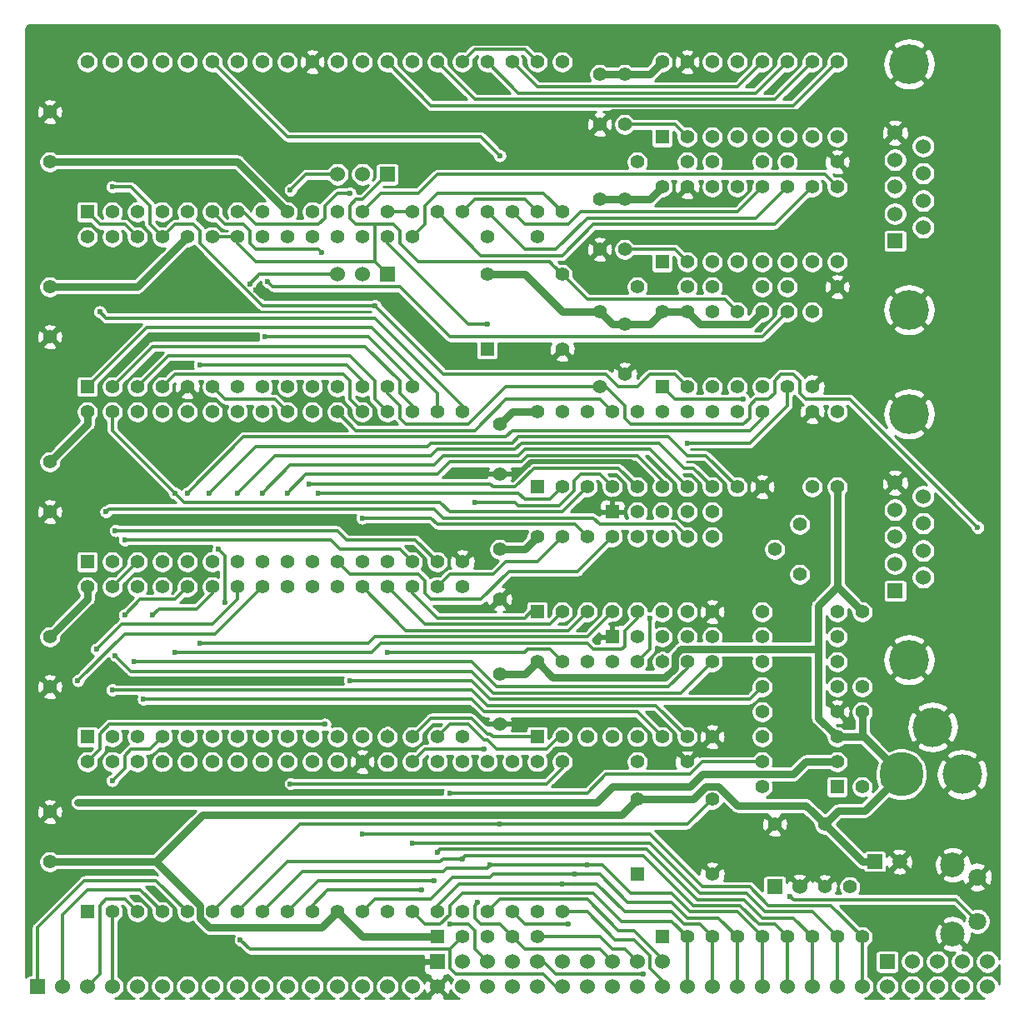
<source format=gbr>
G04 #@! TF.GenerationSoftware,KiCad,Pcbnew,(5.1.0)-1*
G04 #@! TF.CreationDate,2019-06-11T17:46:18-07:00*
G04 #@! TF.ProjectId,Easy_Z80,45617379-5f5a-4383-902e-6b696361645f,rev?*
G04 #@! TF.SameCoordinates,Original*
G04 #@! TF.FileFunction,Copper,L1,Top*
G04 #@! TF.FilePolarity,Positive*
%FSLAX46Y46*%
G04 Gerber Fmt 4.6, Leading zero omitted, Abs format (unit mm)*
G04 Created by KiCad (PCBNEW (5.1.0)-1) date 2019-06-11 17:46:18*
%MOMM*%
%LPD*%
G04 APERTURE LIST*
%ADD10R,1.524000X1.524000*%
%ADD11C,1.524000*%
%ADD12R,1.397000X1.397000*%
%ADD13C,1.397000*%
%ADD14R,1.490980X1.490980*%
%ADD15C,1.490980*%
%ADD16C,4.048760*%
%ADD17C,4.000000*%
%ADD18C,4.500000*%
%ADD19C,2.499360*%
%ADD20C,1.800860*%
%ADD21C,0.600000*%
%ADD22C,0.500000*%
%ADD23C,0.740000*%
%ADD24C,0.330000*%
%ADD25C,0.254000*%
G04 APERTURE END LIST*
D10*
X78740000Y-175260000D03*
D11*
X81280000Y-175260000D03*
X83820000Y-175260000D03*
X86360000Y-175260000D03*
X88900000Y-175260000D03*
X91440000Y-175260000D03*
X93980000Y-175260000D03*
X96520000Y-175260000D03*
X99060000Y-175260000D03*
X101600000Y-175260000D03*
X104140000Y-175260000D03*
X106680000Y-175260000D03*
X109220000Y-175260000D03*
X111760000Y-175260000D03*
X114300000Y-175260000D03*
X116840000Y-175260000D03*
X119380000Y-175260000D03*
X121920000Y-175260000D03*
X124460000Y-175260000D03*
X127000000Y-175260000D03*
X129540000Y-175260000D03*
X132080000Y-175260000D03*
X134620000Y-175260000D03*
X137160000Y-175260000D03*
X139700000Y-175260000D03*
X142240000Y-175260000D03*
X144780000Y-175260000D03*
X147320000Y-175260000D03*
X149860000Y-175260000D03*
X152400000Y-175260000D03*
X154940000Y-175260000D03*
X157480000Y-175260000D03*
X160020000Y-175260000D03*
X162560000Y-175260000D03*
X165100000Y-175260000D03*
X167640000Y-175260000D03*
X170180000Y-175260000D03*
X172720000Y-175260000D03*
X175260000Y-175260000D03*
D12*
X83820000Y-96520000D03*
D13*
X86360000Y-96520000D03*
X88900000Y-96520000D03*
X91440000Y-96520000D03*
X93980000Y-96520000D03*
X96520000Y-96520000D03*
X99060000Y-96520000D03*
X101600000Y-96520000D03*
X104140000Y-96520000D03*
X106680000Y-96520000D03*
X109220000Y-96520000D03*
X111760000Y-96520000D03*
X114300000Y-96520000D03*
X116840000Y-96520000D03*
X119380000Y-96520000D03*
X121920000Y-96520000D03*
X124460000Y-96520000D03*
X127000000Y-96520000D03*
X129540000Y-96520000D03*
X132080000Y-96520000D03*
X132080000Y-81280000D03*
X129540000Y-81280000D03*
X127000000Y-81280000D03*
X124460000Y-81280000D03*
X121920000Y-81280000D03*
X119380000Y-81280000D03*
X116840000Y-81280000D03*
X114300000Y-81280000D03*
X111760000Y-81280000D03*
X109220000Y-81280000D03*
X106680000Y-81280000D03*
X104140000Y-81280000D03*
X101600000Y-81280000D03*
X99060000Y-81280000D03*
X96520000Y-81280000D03*
X93980000Y-81280000D03*
X91440000Y-81280000D03*
X88900000Y-81280000D03*
X86360000Y-81280000D03*
X83820000Y-81280000D03*
D12*
X83820000Y-167640000D03*
D13*
X86360000Y-167640000D03*
X88900000Y-167640000D03*
X91440000Y-167640000D03*
X93980000Y-167640000D03*
X96520000Y-167640000D03*
X99060000Y-167640000D03*
X101600000Y-167640000D03*
X104140000Y-167640000D03*
X106680000Y-167640000D03*
X109220000Y-167640000D03*
X111760000Y-167640000D03*
X114300000Y-167640000D03*
X116840000Y-167640000D03*
X119380000Y-167640000D03*
X121920000Y-167640000D03*
X124460000Y-167640000D03*
X127000000Y-167640000D03*
X129540000Y-167640000D03*
X132080000Y-167640000D03*
X132080000Y-152400000D03*
X129540000Y-152400000D03*
X127000000Y-152400000D03*
X124460000Y-152400000D03*
X121920000Y-152400000D03*
X119380000Y-152400000D03*
X116840000Y-152400000D03*
X114300000Y-152400000D03*
X111760000Y-152400000D03*
X109220000Y-152400000D03*
X106680000Y-152400000D03*
X104140000Y-152400000D03*
X101600000Y-152400000D03*
X99060000Y-152400000D03*
X96520000Y-152400000D03*
X93980000Y-152400000D03*
X91440000Y-152400000D03*
X88900000Y-152400000D03*
X86360000Y-152400000D03*
X83820000Y-152400000D03*
X80010000Y-162560000D03*
X80010000Y-157480000D03*
X80010000Y-104140000D03*
X80010000Y-109220000D03*
X80010000Y-91440000D03*
X80010000Y-86360000D03*
X80010000Y-139700000D03*
X80010000Y-144780000D03*
X80010000Y-121920000D03*
X80010000Y-127000000D03*
X158750000Y-158750000D03*
X153670000Y-158750000D03*
X135890000Y-95250000D03*
X135890000Y-100330000D03*
X135890000Y-82550000D03*
X135890000Y-87630000D03*
X125730000Y-118110000D03*
X125730000Y-123190000D03*
X125730000Y-143510000D03*
X125730000Y-148590000D03*
X125730000Y-130810000D03*
X125730000Y-135890000D03*
X138430000Y-107950000D03*
X138430000Y-113030000D03*
X139700000Y-152400000D03*
X144780000Y-152400000D03*
X124460000Y-99060000D03*
X129540000Y-99060000D03*
X144780000Y-104140000D03*
X139700000Y-104140000D03*
X138430000Y-100330000D03*
X138430000Y-95250000D03*
X152400000Y-104140000D03*
X147320000Y-104140000D03*
X154940000Y-104140000D03*
X160020000Y-104140000D03*
X144780000Y-91440000D03*
X139700000Y-91440000D03*
X138430000Y-87630000D03*
X138430000Y-82550000D03*
X152400000Y-91440000D03*
X147320000Y-91440000D03*
X154940000Y-91440000D03*
X160020000Y-91440000D03*
D14*
X163850000Y-162560000D03*
D15*
X166350000Y-162560000D03*
D16*
X167322500Y-142034260D03*
X167322500Y-117045740D03*
D10*
X165900100Y-135026400D03*
D11*
X165900100Y-132283200D03*
X165900100Y-129540000D03*
X165900100Y-126796800D03*
X165900100Y-124053600D03*
X168744900Y-125425200D03*
X168744900Y-128168400D03*
X168744900Y-130937000D03*
X168744900Y-133654800D03*
D16*
X167322500Y-106474260D03*
X167322500Y-81485740D03*
D10*
X165900100Y-99466400D03*
D11*
X165900100Y-96723200D03*
X165900100Y-93980000D03*
X165900100Y-91236800D03*
X165900100Y-88493600D03*
X168744900Y-89865200D03*
X168744900Y-92608400D03*
X168744900Y-95377000D03*
X168744900Y-98094800D03*
D17*
X172720000Y-153670000D03*
D18*
X166519860Y-153670000D03*
D17*
X169720260Y-148869400D03*
D12*
X139700000Y-163830000D03*
D13*
X147320000Y-163830000D03*
X147320000Y-156210000D03*
X139700000Y-156210000D03*
D12*
X124460000Y-110490000D03*
D13*
X132080000Y-110490000D03*
X132080000Y-102870000D03*
X124460000Y-102870000D03*
X156210000Y-133350000D03*
X153670000Y-130810000D03*
X156210000Y-128270000D03*
D19*
X171767500Y-169872660D03*
X171767500Y-162872420D03*
D20*
X174266860Y-168622980D03*
X174266860Y-164122100D03*
D12*
X83820000Y-114300000D03*
D13*
X86360000Y-114300000D03*
X88900000Y-114300000D03*
X91440000Y-114300000D03*
X93980000Y-114300000D03*
X96520000Y-114300000D03*
X99060000Y-114300000D03*
X101600000Y-114300000D03*
X104140000Y-114300000D03*
X106680000Y-114300000D03*
X109220000Y-114300000D03*
X111760000Y-114300000D03*
X114300000Y-114300000D03*
X116840000Y-114300000D03*
X116840000Y-99060000D03*
X114300000Y-99060000D03*
X111760000Y-99060000D03*
X109220000Y-99060000D03*
X106680000Y-99060000D03*
X104140000Y-99060000D03*
X101600000Y-99060000D03*
X99060000Y-99060000D03*
X96520000Y-99060000D03*
X93980000Y-99060000D03*
X91440000Y-99060000D03*
X88900000Y-99060000D03*
X86360000Y-99060000D03*
X83820000Y-99060000D03*
D12*
X83820000Y-149860000D03*
D13*
X86360000Y-149860000D03*
X88900000Y-149860000D03*
X91440000Y-149860000D03*
X93980000Y-149860000D03*
X96520000Y-149860000D03*
X99060000Y-149860000D03*
X101600000Y-149860000D03*
X104140000Y-149860000D03*
X106680000Y-149860000D03*
X109220000Y-149860000D03*
X111760000Y-149860000D03*
X114300000Y-149860000D03*
X116840000Y-149860000D03*
X119380000Y-149860000D03*
X121920000Y-149860000D03*
X121920000Y-134620000D03*
X119380000Y-134620000D03*
X116840000Y-134620000D03*
X114300000Y-134620000D03*
X111760000Y-134620000D03*
X109220000Y-134620000D03*
X106680000Y-134620000D03*
X104140000Y-134620000D03*
X101600000Y-134620000D03*
X99060000Y-134620000D03*
X96520000Y-134620000D03*
X93980000Y-134620000D03*
X91440000Y-134620000D03*
X88900000Y-134620000D03*
X86360000Y-134620000D03*
X83820000Y-134620000D03*
D12*
X83820000Y-132080000D03*
D13*
X86360000Y-132080000D03*
X88900000Y-132080000D03*
X91440000Y-132080000D03*
X93980000Y-132080000D03*
X96520000Y-132080000D03*
X99060000Y-132080000D03*
X101600000Y-132080000D03*
X104140000Y-132080000D03*
X106680000Y-132080000D03*
X109220000Y-132080000D03*
X111760000Y-132080000D03*
X114300000Y-132080000D03*
X116840000Y-132080000D03*
X119380000Y-132080000D03*
X121920000Y-132080000D03*
X121920000Y-116840000D03*
X119380000Y-116840000D03*
X116840000Y-116840000D03*
X114300000Y-116840000D03*
X111760000Y-116840000D03*
X109220000Y-116840000D03*
X106680000Y-116840000D03*
X104140000Y-116840000D03*
X101600000Y-116840000D03*
X99060000Y-116840000D03*
X96520000Y-116840000D03*
X93980000Y-116840000D03*
X91440000Y-116840000D03*
X88900000Y-116840000D03*
X86360000Y-116840000D03*
X83820000Y-116840000D03*
D12*
X160020000Y-154940000D03*
D13*
X160020000Y-152400000D03*
X160020000Y-149860000D03*
X160020000Y-147320000D03*
X160020000Y-144780000D03*
X160020000Y-142240000D03*
X160020000Y-139700000D03*
X160020000Y-137160000D03*
X152400000Y-137160000D03*
X152400000Y-139700000D03*
X152400000Y-142240000D03*
X152400000Y-144780000D03*
X152400000Y-147320000D03*
X152400000Y-149860000D03*
X152400000Y-152400000D03*
X152400000Y-154940000D03*
D12*
X142240000Y-101600000D03*
D13*
X144780000Y-101600000D03*
X147320000Y-101600000D03*
X149860000Y-101600000D03*
X152400000Y-101600000D03*
X154940000Y-101600000D03*
X157480000Y-101600000D03*
X160020000Y-101600000D03*
X160020000Y-93980000D03*
X157480000Y-93980000D03*
X154940000Y-93980000D03*
X152400000Y-93980000D03*
X149860000Y-93980000D03*
X147320000Y-93980000D03*
X144780000Y-93980000D03*
X142240000Y-93980000D03*
D12*
X142240000Y-88900000D03*
D13*
X144780000Y-88900000D03*
X147320000Y-88900000D03*
X149860000Y-88900000D03*
X152400000Y-88900000D03*
X154940000Y-88900000D03*
X157480000Y-88900000D03*
X160020000Y-88900000D03*
X160020000Y-81280000D03*
X157480000Y-81280000D03*
X154940000Y-81280000D03*
X152400000Y-81280000D03*
X149860000Y-81280000D03*
X147320000Y-81280000D03*
X144780000Y-81280000D03*
X142240000Y-81280000D03*
D12*
X129540000Y-124460000D03*
D13*
X132080000Y-124460000D03*
X134620000Y-124460000D03*
X137160000Y-124460000D03*
X139700000Y-124460000D03*
X142240000Y-124460000D03*
X144780000Y-124460000D03*
X147320000Y-124460000D03*
X149860000Y-124460000D03*
X152400000Y-124460000D03*
X152400000Y-116840000D03*
X149860000Y-116840000D03*
X147320000Y-116840000D03*
X144780000Y-116840000D03*
X142240000Y-116840000D03*
X139700000Y-116840000D03*
X137160000Y-116840000D03*
X134620000Y-116840000D03*
X132080000Y-116840000D03*
X129540000Y-116840000D03*
D12*
X129540000Y-149860000D03*
D13*
X132080000Y-149860000D03*
X134620000Y-149860000D03*
X137160000Y-149860000D03*
X139700000Y-149860000D03*
X142240000Y-149860000D03*
X144780000Y-149860000D03*
X147320000Y-149860000D03*
X147320000Y-142240000D03*
X144780000Y-142240000D03*
X142240000Y-142240000D03*
X139700000Y-142240000D03*
X137160000Y-142240000D03*
X134620000Y-142240000D03*
X132080000Y-142240000D03*
X129540000Y-142240000D03*
D12*
X129540000Y-137160000D03*
D13*
X132080000Y-137160000D03*
X134620000Y-137160000D03*
X137160000Y-137160000D03*
X139700000Y-137160000D03*
X142240000Y-137160000D03*
X144780000Y-137160000D03*
X147320000Y-137160000D03*
X147320000Y-129540000D03*
X144780000Y-129540000D03*
X142240000Y-129540000D03*
X139700000Y-129540000D03*
X137160000Y-129540000D03*
X134620000Y-129540000D03*
X132080000Y-129540000D03*
X129540000Y-129540000D03*
D12*
X142240000Y-114300000D03*
D13*
X144780000Y-114300000D03*
X147320000Y-114300000D03*
X149860000Y-114300000D03*
X152400000Y-114300000D03*
X154940000Y-114300000D03*
X157480000Y-114300000D03*
X157480000Y-106680000D03*
X154940000Y-106680000D03*
X152400000Y-106680000D03*
X149860000Y-106680000D03*
X147320000Y-106680000D03*
X144780000Y-106680000D03*
X142240000Y-106680000D03*
D10*
X153670000Y-165100000D03*
D11*
X156210000Y-165100000D03*
D13*
X157480000Y-124460000D03*
X157480000Y-116840000D03*
X160020000Y-124460000D03*
X160020000Y-116840000D03*
D12*
X137160000Y-139700000D03*
D13*
X139700000Y-139700000D03*
X142240000Y-139700000D03*
X144780000Y-139700000D03*
X147320000Y-139700000D03*
D12*
X137160000Y-127000000D03*
D13*
X139700000Y-127000000D03*
X142240000Y-127000000D03*
X144780000Y-127000000D03*
X147320000Y-127000000D03*
X161290000Y-165100000D03*
X158750000Y-165100000D03*
X162560000Y-147320000D03*
X162560000Y-154940000D03*
D12*
X119380000Y-170180000D03*
D13*
X121920000Y-170180000D03*
X124460000Y-170180000D03*
X127000000Y-170180000D03*
X129540000Y-170180000D03*
X162560000Y-144780000D03*
X162560000Y-137160000D03*
X135890000Y-114300000D03*
X135890000Y-106680000D03*
D10*
X119380000Y-172720000D03*
D11*
X121920000Y-172720000D03*
X124460000Y-172720000D03*
X127000000Y-172720000D03*
X129540000Y-172720000D03*
X132080000Y-172720000D03*
X134620000Y-172720000D03*
X137160000Y-172720000D03*
X139700000Y-172720000D03*
X142240000Y-172720000D03*
D10*
X165100000Y-172720000D03*
D11*
X167640000Y-172720000D03*
X170180000Y-172720000D03*
X172720000Y-172720000D03*
X175260000Y-172720000D03*
D10*
X114300000Y-102870000D03*
D11*
X111760000Y-102870000D03*
X109220000Y-102870000D03*
D10*
X114300000Y-92710000D03*
D11*
X111760000Y-92710000D03*
X109220000Y-92710000D03*
D12*
X142240000Y-170180000D03*
D13*
X144780000Y-170180000D03*
X147320000Y-170180000D03*
X149860000Y-170180000D03*
X152400000Y-170180000D03*
X154940000Y-170180000D03*
X157480000Y-170180000D03*
X160020000Y-170180000D03*
X162560000Y-170180000D03*
D21*
X143510000Y-111760000D03*
X139700000Y-122555000D03*
X100965000Y-104457500D03*
X100012500Y-105727500D03*
X124460000Y-91122500D03*
X143510000Y-99060000D03*
X91440000Y-127952500D03*
X92710000Y-122555000D03*
X116840000Y-107950000D03*
X130810000Y-91757500D03*
X93980000Y-104140000D03*
X137160000Y-152400000D03*
X121920000Y-147002500D03*
X121602500Y-136842500D03*
X135890000Y-134620000D03*
X127000000Y-111760000D03*
X130810000Y-88900000D03*
X87312500Y-173990000D03*
X87312500Y-172720000D03*
X120650000Y-123190000D03*
X135890000Y-157797500D03*
X155257500Y-166052500D03*
X150495000Y-115570000D03*
X120650000Y-155575000D03*
X95250000Y-140335000D03*
X92710000Y-141287500D03*
X87630000Y-137477500D03*
X86360000Y-154305000D03*
X82867500Y-144145000D03*
X107950000Y-148590000D03*
X84772500Y-140970000D03*
X90487500Y-137477500D03*
X93980000Y-125095000D03*
X96202500Y-125095000D03*
X99060000Y-125095000D03*
X101600000Y-125095000D03*
X104140000Y-125095000D03*
X106362500Y-124142500D03*
X111760000Y-127635000D03*
X101917500Y-109220000D03*
X124142500Y-151130000D03*
X123190000Y-126047500D03*
X125730000Y-158750000D03*
X92710000Y-125095000D03*
X104457500Y-154622500D03*
X107315000Y-125095000D03*
X114300000Y-141287500D03*
X113030000Y-106045000D03*
X86360000Y-93980000D03*
X132080000Y-164782500D03*
X87630000Y-129857500D03*
X133350000Y-163830000D03*
X86677500Y-128905000D03*
X85090000Y-106680000D03*
X124777500Y-162877500D03*
X134620000Y-162877500D03*
X121920000Y-162242500D03*
X119380000Y-161607500D03*
X119062500Y-164465000D03*
X116840000Y-160655000D03*
X117792500Y-165417500D03*
X111760000Y-159702500D03*
X120650000Y-168910000D03*
X132715000Y-168910000D03*
X123507500Y-166687500D03*
X99377500Y-170497500D03*
X97155000Y-130810000D03*
X97790000Y-136207500D03*
X95250000Y-112077500D03*
X88582500Y-142240000D03*
X86677500Y-141605000D03*
X86360000Y-145097500D03*
X89535000Y-146050000D03*
X85725000Y-127000000D03*
X107632500Y-100647500D03*
X124460000Y-107950000D03*
X102171500Y-103632000D03*
X125730000Y-90805000D03*
X110490000Y-144145000D03*
X82867500Y-156527500D03*
X140970000Y-137795000D03*
X144780000Y-120015000D03*
X104457500Y-94297500D03*
X140335000Y-173990000D03*
X100330000Y-103822500D03*
X174307500Y-128587500D03*
X110490000Y-94615000D03*
D22*
X158750000Y-165100000D02*
X160020000Y-163830000D01*
X165080000Y-163830000D02*
X166350000Y-162560000D01*
X160020000Y-163830000D02*
X165080000Y-163830000D01*
X158750000Y-165100000D02*
X157480000Y-163830000D01*
X157480000Y-163830000D02*
X156210000Y-165100000D01*
X169545000Y-161290000D02*
X169545000Y-159385000D01*
X170180000Y-156210000D02*
X172720000Y-153670000D01*
X170180000Y-158750000D02*
X170180000Y-156210000D01*
X169545000Y-159385000D02*
X170180000Y-158750000D01*
X169545000Y-161290000D02*
X167640000Y-161290000D01*
X167640000Y-161290000D02*
X167620000Y-161290000D01*
X167620000Y-161290000D02*
X166350000Y-162560000D01*
X158750000Y-111760000D02*
X171450000Y-111760000D01*
X171450000Y-112918240D02*
X171450000Y-111760000D01*
X171450000Y-111760000D02*
X171450000Y-110601760D01*
X158750000Y-111760000D02*
X143510000Y-111760000D01*
X158750000Y-111760000D02*
X158750000Y-113030000D01*
X158750000Y-111760000D02*
X158750000Y-105410000D01*
X143510000Y-111760000D02*
X139700000Y-111760000D01*
X139700000Y-111760000D02*
X138430000Y-113030000D01*
X158750000Y-105410000D02*
X160020000Y-104140000D01*
X158750000Y-113030000D02*
X157480000Y-114300000D01*
X171450000Y-112918240D02*
X167322500Y-117045740D01*
X101600000Y-105092500D02*
X113982500Y-105092500D01*
X116840000Y-107950000D02*
X113982500Y-105092500D01*
X83502500Y-105727500D02*
X100012500Y-105727500D01*
X83502500Y-105727500D02*
X80010000Y-109220000D01*
X100965000Y-104457500D02*
X101600000Y-105092500D01*
X133350000Y-111760000D02*
X137160000Y-111760000D01*
X132080000Y-110490000D02*
X133032500Y-111442500D01*
X133350000Y-111760000D02*
X133032500Y-111442500D01*
X137160000Y-111760000D02*
X138430000Y-113030000D01*
X169545000Y-163830000D02*
X170815000Y-165100000D01*
X167322500Y-106474260D02*
X171450000Y-102346760D01*
X171450000Y-85613240D02*
X167322500Y-81485740D01*
X171450000Y-102346760D02*
X171450000Y-85613240D01*
X171450000Y-110601760D02*
X167322500Y-106474260D01*
X167322500Y-142034260D02*
X171450000Y-146161760D01*
X171450000Y-147139660D02*
X169720260Y-148869400D01*
X171450000Y-146161760D02*
X171450000Y-147139660D01*
X147320000Y-137160000D02*
X148590000Y-135890000D01*
X148590000Y-135890000D02*
X148590000Y-125730000D01*
X92710000Y-115570000D02*
X92710000Y-122555000D01*
X130810000Y-91757500D02*
X125095000Y-91757500D01*
X124460000Y-91122500D02*
X125095000Y-91757500D01*
X93980000Y-105727500D02*
X93980000Y-105410000D01*
X93980000Y-104140000D02*
X93980000Y-105727500D01*
X120650000Y-111760000D02*
X116840000Y-107950000D01*
X127000000Y-111760000D02*
X120650000Y-111760000D01*
X113030000Y-87630000D02*
X106680000Y-81280000D01*
X130810000Y-88900000D02*
X129540000Y-87630000D01*
X113030000Y-87630000D02*
X113347500Y-87630000D01*
X129540000Y-87630000D02*
X113030000Y-87630000D01*
X137160000Y-152400000D02*
X137160000Y-151130000D01*
X106680000Y-81280000D02*
X104775000Y-79375000D01*
X81280000Y-85090000D02*
X81280000Y-81915000D01*
X80010000Y-86360000D02*
X81280000Y-85090000D01*
X104775000Y-79375000D02*
X83820000Y-79375000D01*
X83820000Y-79375000D02*
X81280000Y-81915000D01*
X130810000Y-153035000D02*
X130810000Y-151765000D01*
X130810000Y-151765000D02*
X131445000Y-151130000D01*
X131445000Y-151130000D02*
X137160000Y-151130000D01*
X111760000Y-152400000D02*
X113030000Y-153670000D01*
X130175000Y-153670000D02*
X130810000Y-153035000D01*
X113030000Y-153670000D02*
X130175000Y-153670000D01*
X111760000Y-152400000D02*
X113030000Y-151130000D01*
X113030000Y-151130000D02*
X113030000Y-147002500D01*
X91440000Y-153670000D02*
X110490000Y-153670000D01*
X110490000Y-153670000D02*
X111760000Y-152400000D01*
X125730000Y-148590000D02*
X124460000Y-148590000D01*
X82232500Y-147002500D02*
X80010000Y-144780000D01*
X113030000Y-147002500D02*
X82232500Y-147002500D01*
X122872500Y-147002500D02*
X121920000Y-147002500D01*
X121920000Y-147002500D02*
X113030000Y-147002500D01*
X124460000Y-148590000D02*
X122872500Y-147002500D01*
X125730000Y-135890000D02*
X124777500Y-136842500D01*
X124777500Y-136842500D02*
X121602500Y-136842500D01*
X132080000Y-110490000D02*
X130810000Y-111760000D01*
X130810000Y-111760000D02*
X127000000Y-111760000D01*
X134620000Y-88900000D02*
X135890000Y-87630000D01*
X130810000Y-88900000D02*
X134620000Y-88900000D01*
X106680000Y-81280000D02*
X108585000Y-79375000D01*
X142875000Y-79375000D02*
X144780000Y-81280000D01*
X108585000Y-79375000D02*
X142875000Y-79375000D01*
X87312500Y-172720000D02*
X87312500Y-173990000D01*
X119380000Y-172720000D02*
X87312500Y-172720000D01*
X82232500Y-155257500D02*
X89852500Y-155257500D01*
X89852500Y-155257500D02*
X91440000Y-153670000D01*
X170815000Y-165100000D02*
X173288960Y-165100000D01*
X173288960Y-165100000D02*
X174266860Y-164122100D01*
X169545000Y-161290000D02*
X169545000Y-163830000D01*
X169545000Y-161290000D02*
X170185080Y-161290000D01*
X170185080Y-161290000D02*
X171767500Y-162872420D01*
X161290000Y-90170000D02*
X164223700Y-90170000D01*
X160020000Y-91440000D02*
X161290000Y-90170000D01*
X164223700Y-90170000D02*
X165900100Y-88493600D01*
X152400000Y-124460000D02*
X154940000Y-121920000D01*
X154940000Y-121920000D02*
X154940000Y-119380000D01*
X80010000Y-157480000D02*
X82232500Y-155257500D01*
X137160000Y-139700000D02*
X137160000Y-138430000D01*
X140970000Y-125730000D02*
X137160000Y-125730000D01*
X137160000Y-125730000D02*
X137160000Y-127000000D01*
X125730000Y-123190000D02*
X120650000Y-123190000D01*
X128905000Y-121920000D02*
X139045002Y-121920000D01*
X127635000Y-123190000D02*
X128905000Y-121920000D01*
X125730000Y-123190000D02*
X127635000Y-123190000D01*
X140970000Y-123825000D02*
X140970000Y-125730000D01*
X139700000Y-122555000D02*
X140970000Y-123825000D01*
X139065000Y-121920000D02*
X139065000Y-121920000D01*
X139065000Y-121920000D02*
X139700000Y-122555000D01*
X140970000Y-125730000D02*
X148590000Y-125730000D01*
X148590000Y-125730000D02*
X151130000Y-125730000D01*
X152400000Y-124460000D02*
X151130000Y-125730000D01*
X80962500Y-127952500D02*
X91440000Y-127952500D01*
X80962500Y-127952500D02*
X80010000Y-127000000D01*
X91440000Y-127952500D02*
X109855000Y-127952500D01*
X118427500Y-128587500D02*
X110490000Y-128587500D01*
X121920000Y-132080000D02*
X118427500Y-128587500D01*
X109855000Y-127952500D02*
X110490000Y-128587500D01*
X93980000Y-114300000D02*
X92710000Y-115570000D01*
X92710000Y-115570000D02*
X78740000Y-115570000D01*
X158750000Y-88265000D02*
X158750000Y-90170000D01*
X158750000Y-90170000D02*
X160020000Y-91440000D01*
X137160000Y-86360000D02*
X156845000Y-86360000D01*
X135890000Y-87630000D02*
X137160000Y-86360000D01*
X156845000Y-86360000D02*
X158750000Y-88265000D01*
X158750000Y-100965000D02*
X158750000Y-102870000D01*
X156845000Y-99060000D02*
X158750000Y-100965000D01*
X143510000Y-99060000D02*
X144780000Y-99060000D01*
X144780000Y-99060000D02*
X147320000Y-99060000D01*
X147320000Y-99060000D02*
X149860000Y-99060000D01*
X149860000Y-99060000D02*
X156845000Y-99060000D01*
X158750000Y-102870000D02*
X160020000Y-104140000D01*
X135255000Y-148590000D02*
X137795000Y-148590000D01*
X138430000Y-149225000D02*
X138430000Y-151130000D01*
X137795000Y-148590000D02*
X138430000Y-149225000D01*
X164401500Y-122872500D02*
X165582600Y-124053600D01*
X147320000Y-163830000D02*
X148590000Y-162560000D01*
X148590000Y-162560000D02*
X154940000Y-162560000D01*
X156210000Y-165100000D02*
X154940000Y-163830000D01*
X154940000Y-163830000D02*
X154940000Y-162560000D01*
X154940000Y-160020000D02*
X153670000Y-158750000D01*
X154940000Y-162560000D02*
X154940000Y-160020000D01*
X138430000Y-134620000D02*
X135890000Y-134620000D01*
X135890000Y-134620000D02*
X127000000Y-134620000D01*
X127000000Y-134620000D02*
X125730000Y-135890000D01*
X138430000Y-137795000D02*
X137795000Y-138430000D01*
X138430000Y-134620000D02*
X138430000Y-137795000D01*
X137795000Y-138430000D02*
X137160000Y-138430000D01*
X80010000Y-109220000D02*
X78740000Y-107950000D01*
X78740000Y-107950000D02*
X78740000Y-87630000D01*
X78740000Y-87630000D02*
X80010000Y-86360000D01*
X80010000Y-127000000D02*
X78740000Y-125730000D01*
X78740000Y-125730000D02*
X78740000Y-115570000D01*
X78740000Y-115570000D02*
X78740000Y-112395000D01*
X78740000Y-110490000D02*
X80010000Y-109220000D01*
X78740000Y-112395000D02*
X78740000Y-110490000D01*
X80010000Y-144780000D02*
X78740000Y-143510000D01*
X78740000Y-128270000D02*
X80010000Y-127000000D01*
X78740000Y-143510000D02*
X78740000Y-128270000D01*
X80010000Y-157480000D02*
X78740000Y-156210000D01*
X78740000Y-156210000D02*
X78740000Y-146050000D01*
X78740000Y-146050000D02*
X80010000Y-144780000D01*
X135890000Y-100330000D02*
X137160000Y-99060000D01*
X137160000Y-99060000D02*
X143510000Y-99060000D01*
X171450000Y-151130000D02*
X171450000Y-150599140D01*
X170815000Y-151765000D02*
X171450000Y-151130000D01*
X172720000Y-153670000D02*
X170815000Y-151765000D01*
X171450000Y-150599140D02*
X169720260Y-148869400D01*
X125730000Y-148590000D02*
X135255000Y-148590000D01*
X146050000Y-151130000D02*
X147320000Y-149860000D01*
X138430000Y-151130000D02*
X146050000Y-151130000D01*
X137160000Y-151130000D02*
X138430000Y-151130000D01*
X144780000Y-134620000D02*
X147320000Y-137160000D01*
X138430000Y-134620000D02*
X144780000Y-134620000D01*
X163512500Y-122872500D02*
X164401500Y-122872500D01*
X154940000Y-119380000D02*
X157480000Y-116840000D01*
X157480000Y-116840000D02*
X163512500Y-122872500D01*
D23*
X163850000Y-162560000D02*
X162560000Y-162560000D01*
X162560000Y-162560000D02*
X158750000Y-158750000D01*
X135890000Y-106680000D02*
X132080000Y-106680000D01*
X138430000Y-107950000D02*
X137160000Y-107950000D01*
X137160000Y-107950000D02*
X135890000Y-106680000D01*
X128270000Y-102870000D02*
X124460000Y-102870000D01*
X132080000Y-106680000D02*
X128270000Y-102870000D01*
X162560000Y-137160000D02*
X160020000Y-134620000D01*
X158115000Y-147955000D02*
X160020000Y-149860000D01*
X162560000Y-147320000D02*
X162560000Y-149710140D01*
X162560000Y-149710140D02*
X162709860Y-149860000D01*
X104140000Y-96520000D02*
X99060000Y-91440000D01*
X99060000Y-91440000D02*
X80010000Y-91440000D01*
X166519860Y-153670000D02*
X162709860Y-149860000D01*
X162709860Y-149860000D02*
X162560000Y-149860000D01*
X146685000Y-154940000D02*
X145415000Y-156210000D01*
X147955000Y-154940000D02*
X146685000Y-154940000D01*
X147955000Y-154940000D02*
X148590000Y-155575000D01*
X156845000Y-156845000D02*
X149860000Y-156845000D01*
X149860000Y-156845000D02*
X148590000Y-155575000D01*
X157480000Y-157480000D02*
X156845000Y-156845000D01*
X158750000Y-158750000D02*
X157480000Y-157480000D01*
X145415000Y-156210000D02*
X139700000Y-156210000D01*
X129540000Y-116840000D02*
X127000000Y-116840000D01*
X127000000Y-116840000D02*
X125730000Y-118110000D01*
X144780000Y-106680000D02*
X146050000Y-107950000D01*
X151130000Y-107950000D02*
X152400000Y-106680000D01*
X146050000Y-107950000D02*
X151130000Y-107950000D01*
X142240000Y-106680000D02*
X144780000Y-106680000D01*
X138430000Y-107950000D02*
X140970000Y-107950000D01*
X140970000Y-107950000D02*
X142240000Y-106680000D01*
X142557500Y-143827500D02*
X143510000Y-142875000D01*
X129540000Y-142240000D02*
X131127500Y-143827500D01*
X131127500Y-143827500D02*
X142557500Y-143827500D01*
X95250000Y-168275000D02*
X96202500Y-169227500D01*
X109220000Y-167640000D02*
X107632500Y-169227500D01*
X95250000Y-167005000D02*
X95250000Y-168275000D01*
X107632500Y-169227500D02*
X96202500Y-169227500D01*
X95250000Y-167005000D02*
X90805000Y-162560000D01*
X162560000Y-149860000D02*
X162709860Y-149860000D01*
X160020000Y-149860000D02*
X162560000Y-149860000D01*
X80010000Y-121920000D02*
X83820000Y-118110000D01*
X83820000Y-118110000D02*
X83820000Y-116840000D01*
X80010000Y-104140000D02*
X88900000Y-104140000D01*
X88900000Y-104140000D02*
X93980000Y-99060000D01*
X90805000Y-162560000D02*
X80010000Y-162560000D01*
X109220000Y-167640000D02*
X111760000Y-170180000D01*
X111760000Y-170180000D02*
X119380000Y-170180000D01*
X139700000Y-156210000D02*
X138112500Y-157797500D01*
X138112500Y-157797500D02*
X135890000Y-157797500D01*
X135890000Y-157797500D02*
X95567500Y-157797500D01*
X95567500Y-157797500D02*
X90805000Y-162560000D01*
X162793680Y-157396180D02*
X160103820Y-157396180D01*
X160103820Y-157396180D02*
X158750000Y-158750000D01*
X166519860Y-153670000D02*
X162793680Y-157396180D01*
X95567500Y-157797500D02*
X138112500Y-157797500D01*
X95567500Y-157797500D02*
X90805000Y-162560000D01*
X135890000Y-82550000D02*
X138430000Y-82550000D01*
X138430000Y-82550000D02*
X140970000Y-82550000D01*
X140970000Y-82550000D02*
X142240000Y-81280000D01*
X138430000Y-95250000D02*
X140970000Y-95250000D01*
X140970000Y-95250000D02*
X142240000Y-93980000D01*
X135890000Y-95250000D02*
X138430000Y-95250000D01*
X125730000Y-143510000D02*
X128270000Y-143510000D01*
X128270000Y-143510000D02*
X129540000Y-142240000D01*
X83820000Y-116840000D02*
X83820000Y-118110000D01*
X83820000Y-117475000D02*
X83820000Y-116840000D01*
X125730000Y-130810000D02*
X128270000Y-130810000D01*
X128270000Y-130810000D02*
X129540000Y-129540000D01*
X158115000Y-140970000D02*
X158115000Y-136525000D01*
X160020000Y-134620000D02*
X158115000Y-136525000D01*
X158115000Y-136525000D02*
X158432500Y-136207500D01*
X158115000Y-140970000D02*
X158115000Y-147955000D01*
X144145000Y-140970000D02*
X158115000Y-140970000D01*
X143510000Y-141605000D02*
X144145000Y-140970000D01*
X143510000Y-142875000D02*
X143510000Y-141605000D01*
X160020000Y-134620000D02*
X160020000Y-124460000D01*
D24*
X172049440Y-166405560D02*
X155610560Y-166405560D01*
X155610560Y-166405560D02*
X155257500Y-166052500D01*
X174266860Y-168622980D02*
X172049440Y-166405560D01*
X143510000Y-115570000D02*
X150495000Y-115570000D01*
X142240000Y-114300000D02*
X143510000Y-115570000D01*
X152400000Y-152400000D02*
X146367500Y-152400000D01*
X120650000Y-155575000D02*
X134620000Y-155575000D01*
X134620000Y-155575000D02*
X136525000Y-153670000D01*
X146367500Y-152400000D02*
X145097500Y-153670000D01*
X145097500Y-153670000D02*
X136525000Y-153670000D01*
X138430000Y-100330000D02*
X143510000Y-100330000D01*
X143510000Y-100330000D02*
X144780000Y-101600000D01*
X138430000Y-87630000D02*
X143510000Y-87630000D01*
X143510000Y-87630000D02*
X144780000Y-88900000D01*
X90805000Y-164465000D02*
X83502500Y-164465000D01*
X83502500Y-164465000D02*
X78740000Y-169227500D01*
X93980000Y-167640000D02*
X90805000Y-164465000D01*
X78740000Y-169227500D02*
X78740000Y-175260000D01*
X137160000Y-137160000D02*
X134620000Y-139700000D01*
X112395000Y-140335000D02*
X95250000Y-140335000D01*
X113030000Y-139700000D02*
X112395000Y-140335000D01*
X134620000Y-139700000D02*
X113030000Y-139700000D01*
X135255000Y-140970000D02*
X138112500Y-140970000D01*
X138112500Y-140970000D02*
X138430000Y-140652500D01*
X138430000Y-140652500D02*
X138430000Y-139065000D01*
X89217500Y-165417500D02*
X83820000Y-165417500D01*
X81280000Y-167957500D02*
X81280000Y-175260000D01*
X83820000Y-165417500D02*
X81280000Y-167957500D01*
X89217500Y-165417500D02*
X91440000Y-167640000D01*
X113665000Y-140335000D02*
X134620000Y-140335000D01*
X139700000Y-137795000D02*
X138430000Y-139065000D01*
X112712500Y-141287500D02*
X92710000Y-141287500D01*
X113665000Y-140335000D02*
X112712500Y-141287500D01*
X134620000Y-140335000D02*
X135255000Y-140970000D01*
X83820000Y-175260000D02*
X85090000Y-173990000D01*
X85090000Y-173990000D02*
X85090000Y-167005000D01*
X83820000Y-175260000D02*
X83820000Y-174625000D01*
X85725000Y-166370000D02*
X87630000Y-166370000D01*
X85090000Y-167005000D02*
X85725000Y-166370000D01*
X87630000Y-166370000D02*
X88900000Y-167640000D01*
X89217500Y-135890000D02*
X87630000Y-137477500D01*
X93980000Y-134620000D02*
X92710000Y-135890000D01*
X92710000Y-135890000D02*
X89217500Y-135890000D01*
X86360000Y-167640000D02*
X86360000Y-175260000D01*
X90170000Y-151130000D02*
X91440000Y-149860000D01*
X87630000Y-153035000D02*
X87630000Y-151765000D01*
X87630000Y-151765000D02*
X88265000Y-151130000D01*
X88265000Y-151130000D02*
X90170000Y-151130000D01*
X87630000Y-153035000D02*
X86360000Y-154305000D01*
X87630000Y-139382500D02*
X82867500Y-144145000D01*
X101600000Y-134620000D02*
X96837500Y-139382500D01*
X96837500Y-139382500D02*
X87630000Y-139382500D01*
X85090000Y-151130000D02*
X83820000Y-152400000D01*
X85090000Y-149542500D02*
X85090000Y-151130000D01*
X86042500Y-148590000D02*
X85090000Y-149542500D01*
X107950000Y-148590000D02*
X86042500Y-148590000D01*
X87312500Y-138430000D02*
X96520000Y-138430000D01*
X99060000Y-135890000D02*
X99060000Y-134620000D01*
X96520000Y-138430000D02*
X99060000Y-135890000D01*
X87312500Y-138430000D02*
X84772500Y-140970000D01*
X99060000Y-134620000D02*
X99060000Y-135255000D01*
X94932500Y-136842500D02*
X91122500Y-136842500D01*
X91122500Y-136842500D02*
X90487500Y-137477500D01*
X96520000Y-135255000D02*
X94932500Y-136842500D01*
X96520000Y-135255000D02*
X96520000Y-134620000D01*
X152400000Y-116840000D02*
X152400000Y-117475000D01*
X152400000Y-117475000D02*
X151130000Y-118745000D01*
X151130000Y-118745000D02*
X127000000Y-118745000D01*
X126365000Y-119380000D02*
X99695000Y-119380000D01*
X127000000Y-118745000D02*
X126365000Y-119380000D01*
X99695000Y-119380000D02*
X93980000Y-125095000D01*
X142875000Y-119380000D02*
X144780000Y-121285000D01*
X144780000Y-121285000D02*
X146685000Y-121285000D01*
X118745000Y-120015000D02*
X118427500Y-120332500D01*
X100965000Y-120332500D02*
X96202500Y-125095000D01*
X118427500Y-120332500D02*
X100965000Y-120332500D01*
X118745000Y-120015000D02*
X127000000Y-120015000D01*
X127000000Y-120015000D02*
X127635000Y-119380000D01*
X142875000Y-119380000D02*
X127635000Y-119380000D01*
X149860000Y-124460000D02*
X146685000Y-121285000D01*
X141922500Y-120015000D02*
X144462500Y-122555000D01*
X144462500Y-122555000D02*
X145415000Y-122555000D01*
X119380000Y-120650000D02*
X118745000Y-121285000D01*
X118745000Y-121285000D02*
X102870000Y-121285000D01*
X119380000Y-120650000D02*
X127317500Y-120650000D01*
X127317500Y-120650000D02*
X127952500Y-120015000D01*
X102870000Y-121285000D02*
X99060000Y-125095000D01*
X141922500Y-120015000D02*
X127952500Y-120015000D01*
X147320000Y-124460000D02*
X145415000Y-122555000D01*
X120015000Y-121285000D02*
X119062500Y-122237500D01*
X119062500Y-122237500D02*
X104457500Y-122237500D01*
X120015000Y-121285000D02*
X127635000Y-121285000D01*
X127635000Y-121285000D02*
X128270000Y-120650000D01*
X104457500Y-122237500D02*
X101600000Y-125095000D01*
X144780000Y-124460000D02*
X140970000Y-120650000D01*
X140970000Y-120650000D02*
X128270000Y-120650000D01*
X104140000Y-125095000D02*
X106045000Y-123190000D01*
X127952500Y-121920000D02*
X120650000Y-121920000D01*
X139700000Y-121285000D02*
X128587500Y-121285000D01*
X142240000Y-123825000D02*
X139700000Y-121285000D01*
X127952500Y-121920000D02*
X128587500Y-121285000D01*
X106045000Y-123190000D02*
X119380000Y-123190000D01*
X120650000Y-121920000D02*
X119380000Y-123190000D01*
X124777500Y-124142500D02*
X106362500Y-124142500D01*
X124777500Y-124142500D02*
X125095000Y-124460000D01*
X125095000Y-124460000D02*
X127317500Y-124460000D01*
X127317500Y-124460000D02*
X129222500Y-122555000D01*
X139700000Y-124460000D02*
X137795000Y-122555000D01*
X137795000Y-122555000D02*
X129222500Y-122555000D01*
X118586250Y-135731250D02*
X118745000Y-135890000D01*
X118745000Y-135890000D02*
X123825000Y-135890000D01*
X123825000Y-135890000D02*
X126682500Y-133032500D01*
X126682500Y-133032500D02*
X133667500Y-133032500D01*
X118110000Y-133985000D02*
X118110000Y-135255000D01*
X110490000Y-133350000D02*
X117475000Y-133350000D01*
X117475000Y-133350000D02*
X118110000Y-133985000D01*
X109220000Y-132080000D02*
X110490000Y-133350000D01*
X133667500Y-133032500D02*
X137160000Y-129540000D01*
X118110000Y-135255000D02*
X118586250Y-135731250D01*
X119380000Y-128270000D02*
X133350000Y-128270000D01*
X133350000Y-128270000D02*
X134620000Y-129540000D01*
X118745000Y-127635000D02*
X111760000Y-127635000D01*
X119380000Y-128270000D02*
X118745000Y-127635000D01*
X112395000Y-109220000D02*
X101917500Y-109220000D01*
X116840000Y-113665000D02*
X112395000Y-109220000D01*
X124142500Y-151130000D02*
X118110000Y-151130000D01*
X118110000Y-151130000D02*
X116840000Y-152400000D01*
X135890000Y-123190000D02*
X133985000Y-123190000D01*
X133985000Y-123190000D02*
X133292732Y-123882268D01*
X133292732Y-123882268D02*
X133292732Y-124834768D01*
X133292732Y-124834768D02*
X131762500Y-126365000D01*
X131762500Y-126365000D02*
X127635000Y-126365000D01*
X127635000Y-126365000D02*
X127317500Y-126047500D01*
X127317500Y-126047500D02*
X123190000Y-126047500D01*
X137160000Y-124460000D02*
X135890000Y-123190000D01*
X116840000Y-114300000D02*
X116840000Y-113665000D01*
X125730000Y-158750000D02*
X105410000Y-158750000D01*
X105410000Y-158750000D02*
X96520000Y-167640000D01*
X132080000Y-96520000D02*
X130175000Y-94615000D01*
X119380000Y-94615000D02*
X118110000Y-95885000D01*
X130175000Y-94615000D02*
X119380000Y-94615000D01*
X116840000Y-99060000D02*
X118110000Y-97790000D01*
X118110000Y-97790000D02*
X118110000Y-95885000D01*
X144780000Y-158750000D02*
X147320000Y-156210000D01*
X125730000Y-158750000D02*
X144780000Y-158750000D01*
X93662500Y-126047500D02*
X119697500Y-126047500D01*
X120650000Y-127000000D02*
X119697500Y-126047500D01*
X132080000Y-127000000D02*
X120650000Y-127000000D01*
X134620000Y-124460000D02*
X132080000Y-127000000D01*
X93662500Y-126047500D02*
X92710000Y-125095000D01*
X86360000Y-118745000D02*
X86360000Y-116840000D01*
X92710000Y-125095000D02*
X86360000Y-118745000D01*
X86360000Y-117475000D02*
X86360000Y-116840000D01*
X104140000Y-116840000D02*
X102870000Y-115570000D01*
X97790000Y-115570000D02*
X96520000Y-114300000D01*
X102870000Y-115570000D02*
X97790000Y-115570000D01*
X132080000Y-152400000D02*
X132080000Y-153035000D01*
X132080000Y-153035000D02*
X130492500Y-154622500D01*
X130492500Y-154622500D02*
X104457500Y-154622500D01*
X142240000Y-175260000D02*
X142240000Y-174625000D01*
X142240000Y-174625000D02*
X140970000Y-173355000D01*
X128270000Y-125730000D02*
X130810000Y-125730000D01*
X127635000Y-125095000D02*
X128270000Y-125730000D01*
X107315000Y-125095000D02*
X127635000Y-125095000D01*
X130810000Y-125730000D02*
X132080000Y-124460000D01*
X137477500Y-170497500D02*
X139382500Y-170497500D01*
X139382500Y-170497500D02*
X140970000Y-172085000D01*
X137477500Y-170497500D02*
X134620000Y-167640000D01*
X132080000Y-167640000D02*
X134620000Y-167640000D01*
X132080000Y-167640000D02*
X132715000Y-167640000D01*
X140970000Y-173355000D02*
X140970000Y-172085000D01*
X138112500Y-168592500D02*
X143192500Y-168592500D01*
X119697500Y-168910000D02*
X118110000Y-168910000D01*
X116840000Y-167640000D02*
X118110000Y-168910000D01*
X138112500Y-168592500D02*
X135255000Y-165735000D01*
X121920000Y-165735000D02*
X120650000Y-167005000D01*
X135255000Y-165735000D02*
X121920000Y-165735000D01*
X120650000Y-167957500D02*
X119697500Y-168910000D01*
X120650000Y-167005000D02*
X120650000Y-167957500D01*
X143192500Y-168592500D02*
X144780000Y-170180000D01*
X144780000Y-175260000D02*
X144780000Y-170180000D01*
X139700000Y-114300000D02*
X137795000Y-114300000D01*
X139700000Y-114300000D02*
X140970000Y-113030000D01*
X143510000Y-113030000D02*
X144780000Y-114300000D01*
X140970000Y-113030000D02*
X143510000Y-113030000D01*
X137795000Y-114300000D02*
X136525000Y-113030000D01*
X136525000Y-113030000D02*
X120015000Y-113030000D01*
X113030000Y-106045000D02*
X120015000Y-113030000D01*
X91440000Y-99060000D02*
X92710000Y-97790000D01*
X92710000Y-97790000D02*
X94615000Y-97790000D01*
X95250000Y-98425000D02*
X95250000Y-99695000D01*
X94615000Y-97790000D02*
X95250000Y-98425000D01*
X113030000Y-106045000D02*
X101600000Y-106045000D01*
X101600000Y-106045000D02*
X95250000Y-99695000D01*
X128587500Y-140970000D02*
X128270000Y-141287500D01*
X128270000Y-141287500D02*
X114300000Y-141287500D01*
X128587500Y-140970000D02*
X130810000Y-140970000D01*
X132080000Y-142240000D02*
X130810000Y-140970000D01*
X91440000Y-99060000D02*
X90170000Y-97790000D01*
X90170000Y-97790000D02*
X90170000Y-95885000D01*
X90170000Y-95885000D02*
X88265000Y-93980000D01*
X88265000Y-93980000D02*
X86360000Y-93980000D01*
X114300000Y-149860000D02*
X114300000Y-149225000D01*
X146050000Y-168910000D02*
X144462500Y-168910000D01*
X144462500Y-168910000D02*
X143192500Y-167640000D01*
X138430000Y-167640000D02*
X143192500Y-167640000D01*
X138430000Y-167640000D02*
X135572500Y-164782500D01*
X132080000Y-164782500D02*
X135572500Y-164782500D01*
X146050000Y-168910000D02*
X147320000Y-170180000D01*
X147320000Y-175260000D02*
X147320000Y-170180000D01*
X124460000Y-149542500D02*
X124777500Y-149542500D01*
X124777500Y-149542500D02*
X125095000Y-149860000D01*
X116840000Y-149860000D02*
X118745000Y-147955000D01*
X125095000Y-149860000D02*
X129540000Y-149860000D01*
X122872500Y-147955000D02*
X124460000Y-149542500D01*
X118745000Y-147955000D02*
X122872500Y-147955000D01*
X125412500Y-164782500D02*
X121602500Y-164782500D01*
X121602500Y-164782500D02*
X119380000Y-167005000D01*
X119380000Y-167005000D02*
X119380000Y-167640000D01*
X125412500Y-164782500D02*
X132080000Y-164782500D01*
X116840000Y-132080000D02*
X115570000Y-130810000D01*
X109537500Y-130810000D02*
X108585000Y-129857500D01*
X115570000Y-130810000D02*
X109537500Y-130810000D01*
X108585000Y-129857500D02*
X87630000Y-129857500D01*
X87630000Y-97790000D02*
X85090000Y-97790000D01*
X85090000Y-97790000D02*
X83820000Y-96520000D01*
X147320000Y-174625000D02*
X147320000Y-175260000D01*
X147320000Y-174625000D02*
X147320000Y-175260000D01*
X147320000Y-174625000D02*
X147320000Y-175260000D01*
X147320000Y-174942500D02*
X147320000Y-175260000D01*
X119380000Y-167640000D02*
X119380000Y-167005000D01*
X147320000Y-175260000D02*
X147320000Y-174942500D01*
X88900000Y-99060000D02*
X87630000Y-97790000D01*
X88900000Y-99060000D02*
X88900000Y-98742500D01*
X144780000Y-168275000D02*
X147955000Y-168275000D01*
X147955000Y-168275000D02*
X149860000Y-170180000D01*
X144780000Y-168275000D02*
X143192500Y-166687500D01*
X138747500Y-166687500D02*
X143192500Y-166687500D01*
X135890000Y-163830000D02*
X138747500Y-166687500D01*
X133350000Y-163830000D02*
X135890000Y-163830000D01*
X149860000Y-175260000D02*
X149860000Y-170180000D01*
X132080000Y-149860000D02*
X131762500Y-149860000D01*
X131762500Y-149860000D02*
X130492500Y-151130000D01*
X125412500Y-151130000D02*
X130492500Y-151130000D01*
X120650000Y-148590000D02*
X122555000Y-148590000D01*
X122555000Y-148590000D02*
X124142500Y-150177500D01*
X120650000Y-148590000D02*
X119380000Y-149860000D01*
X124460000Y-150177500D02*
X125412500Y-151130000D01*
X124142500Y-150177500D02*
X124460000Y-150177500D01*
X124777500Y-164147500D02*
X120967500Y-164147500D01*
X120967500Y-164147500D02*
X118745000Y-166370000D01*
X124777500Y-164147500D02*
X125095000Y-163830000D01*
X110172500Y-129857500D02*
X109220000Y-128905000D01*
X109220000Y-128905000D02*
X86677500Y-128905000D01*
X117157500Y-129857500D02*
X110172500Y-129857500D01*
X119380000Y-132080000D02*
X117157500Y-129857500D01*
X113030000Y-166370000D02*
X118745000Y-166370000D01*
X111760000Y-167640000D02*
X113030000Y-166370000D01*
X125095000Y-163830000D02*
X133350000Y-163830000D01*
X145097500Y-167640000D02*
X149860000Y-167640000D01*
X149860000Y-167640000D02*
X152400000Y-170180000D01*
X145097500Y-167640000D02*
X143192500Y-165735000D01*
X143192500Y-165735000D02*
X139065000Y-165735000D01*
X136207500Y-162877500D02*
X139065000Y-165735000D01*
X134620000Y-162877500D02*
X136207500Y-162877500D01*
X152400000Y-175260000D02*
X152400000Y-170180000D01*
X113030000Y-107315000D02*
X85725000Y-107315000D01*
X85725000Y-107315000D02*
X85090000Y-106680000D01*
X124460000Y-163195000D02*
X120332500Y-163195000D01*
X120332500Y-163195000D02*
X120015000Y-163512500D01*
X105727500Y-163512500D02*
X120015000Y-163512500D01*
X105727500Y-163512500D02*
X101600000Y-167640000D01*
X124460000Y-163195000D02*
X124777500Y-162877500D01*
X134620000Y-162877500D02*
X124777500Y-162877500D01*
X121920000Y-116840000D02*
X121920000Y-116205000D01*
X121920000Y-116205000D02*
X113030000Y-107315000D01*
X145415000Y-167005000D02*
X150177500Y-167005000D01*
X150177500Y-167005000D02*
X152082500Y-168910000D01*
X152082500Y-168910000D02*
X153670000Y-168910000D01*
X145415000Y-167005000D02*
X140335000Y-161925000D01*
X122237500Y-161925000D02*
X140335000Y-161925000D01*
X121920000Y-162242500D02*
X122237500Y-161925000D01*
X153670000Y-168910000D02*
X154940000Y-170180000D01*
X154940000Y-175260000D02*
X154940000Y-170180000D01*
X126365000Y-132080000D02*
X129540000Y-132080000D01*
X125095000Y-133350000D02*
X126365000Y-132080000D01*
X121920000Y-162242500D02*
X120015000Y-162242500D01*
X120015000Y-162242500D02*
X119697500Y-162560000D01*
X119380000Y-134620000D02*
X120650000Y-133350000D01*
X120650000Y-133350000D02*
X125095000Y-133350000D01*
X104140000Y-162560000D02*
X119697500Y-162560000D01*
X104140000Y-162560000D02*
X99060000Y-167640000D01*
X112712500Y-108267500D02*
X89852500Y-108267500D01*
X89852500Y-108267500D02*
X83820000Y-114300000D01*
X119380000Y-116840000D02*
X119380000Y-114935000D01*
X119380000Y-114935000D02*
X112712500Y-108267500D01*
X129540000Y-132080000D02*
X132080000Y-129540000D01*
X150547499Y-166422499D02*
X152400000Y-168275000D01*
X152400000Y-168275000D02*
X155575000Y-168275000D01*
X150547499Y-166422499D02*
X145784999Y-166422499D01*
X145784999Y-166422499D02*
X140652500Y-161290000D01*
X119697500Y-161290000D02*
X140652500Y-161290000D01*
X119380000Y-161607500D02*
X119697500Y-161290000D01*
X155575000Y-168275000D02*
X157480000Y-170180000D01*
X157480000Y-175260000D02*
X157480000Y-170180000D01*
X116840000Y-116840000D02*
X116840000Y-116205000D01*
X116840000Y-116205000D02*
X115570000Y-114935000D01*
X116840000Y-134620000D02*
X116840000Y-135255000D01*
X116840000Y-135255000D02*
X119380000Y-137795000D01*
X119380000Y-137795000D02*
X128270000Y-137795000D01*
X128270000Y-137795000D02*
X128905000Y-137160000D01*
X128905000Y-137160000D02*
X129540000Y-137160000D01*
X107315000Y-164465000D02*
X119062500Y-164465000D01*
X112077500Y-110172500D02*
X90487500Y-110172500D01*
X115570000Y-114935000D02*
X115570000Y-113665000D01*
X112077500Y-110172500D02*
X115570000Y-113665000D01*
X86360000Y-114300000D02*
X90487500Y-110172500D01*
X107315000Y-164465000D02*
X104140000Y-167640000D01*
X116840000Y-134620000D02*
X116840000Y-135255000D01*
X157480000Y-167640000D02*
X152717500Y-167640000D01*
X152717500Y-167640000D02*
X150812500Y-165735000D01*
X150812500Y-165735000D02*
X146050000Y-165735000D01*
X160020000Y-170180000D02*
X157480000Y-167640000D01*
X146050000Y-165735000D02*
X140970000Y-160655000D01*
X140970000Y-160655000D02*
X116840000Y-160655000D01*
X160020000Y-175260000D02*
X160020000Y-170180000D01*
X113030000Y-113665000D02*
X110490000Y-111125000D01*
X108267500Y-165417500D02*
X117792500Y-165417500D01*
X108267500Y-165417500D02*
X106680000Y-167005000D01*
X106680000Y-167640000D02*
X106680000Y-167005000D01*
X92075000Y-111125000D02*
X110490000Y-111125000D01*
X92075000Y-111125000D02*
X88900000Y-114300000D01*
X113030000Y-115570000D02*
X113030000Y-113665000D01*
X114300000Y-116840000D02*
X113030000Y-115570000D01*
X114300000Y-134620000D02*
X118110000Y-138430000D01*
X130810000Y-138430000D02*
X132080000Y-137160000D01*
X118110000Y-138430000D02*
X130810000Y-138430000D01*
X146367500Y-165100000D02*
X151130000Y-165100000D01*
X151130000Y-165100000D02*
X153035000Y-167005000D01*
X159385000Y-167005000D02*
X162560000Y-170180000D01*
X153035000Y-167005000D02*
X159385000Y-167005000D01*
X140970000Y-159702500D02*
X146367500Y-165100000D01*
X111760000Y-159702500D02*
X140970000Y-159702500D01*
X162560000Y-175260000D02*
X162560000Y-170180000D01*
X92710000Y-113030000D02*
X109855000Y-113030000D01*
X116205000Y-139065000D02*
X132715000Y-139065000D01*
X132715000Y-139065000D02*
X134620000Y-137160000D01*
X111760000Y-116840000D02*
X110490000Y-115570000D01*
X110490000Y-115570000D02*
X110490000Y-113665000D01*
X110490000Y-113665000D02*
X109855000Y-113030000D01*
X92710000Y-113030000D02*
X91440000Y-114300000D01*
X116205000Y-139065000D02*
X111760000Y-134620000D01*
X124460000Y-172720000D02*
X123190000Y-171450000D01*
X123190000Y-169545000D02*
X122555000Y-168910000D01*
X123190000Y-171450000D02*
X123190000Y-169545000D01*
X120650000Y-168910000D02*
X122555000Y-168910000D01*
X128270000Y-168910000D02*
X127000000Y-167640000D01*
X132715000Y-168910000D02*
X128270000Y-168910000D01*
X128270000Y-171450000D02*
X135890000Y-171450000D01*
X135890000Y-171450000D02*
X137160000Y-172720000D01*
X127000000Y-170180000D02*
X128270000Y-171450000D01*
X123825000Y-168910000D02*
X125730000Y-168910000D01*
X125730000Y-168910000D02*
X127000000Y-170180000D01*
X123190000Y-167005000D02*
X123507500Y-166687500D01*
X123825000Y-168910000D02*
X123190000Y-168275000D01*
X123190000Y-168275000D02*
X123190000Y-167005000D01*
X129540000Y-170180000D02*
X135890000Y-170180000D01*
X138430000Y-171450000D02*
X139700000Y-172720000D01*
X138430000Y-171450000D02*
X137160000Y-171450000D01*
X135890000Y-170180000D02*
X137160000Y-171450000D01*
X142240000Y-172720000D02*
X142240000Y-172402500D01*
X142240000Y-172402500D02*
X139382500Y-169545000D01*
X137795000Y-169545000D02*
X139382500Y-169545000D01*
X137795000Y-169545000D02*
X134620000Y-166370000D01*
X125730000Y-166370000D02*
X134620000Y-166370000D01*
X125730000Y-166370000D02*
X124460000Y-167640000D01*
X132080000Y-175260000D02*
X131445000Y-175260000D01*
X131445000Y-175260000D02*
X130175000Y-173990000D01*
X120650000Y-171450000D02*
X121920000Y-170180000D01*
X120650000Y-173355000D02*
X120650000Y-171450000D01*
X100330000Y-171450000D02*
X99377500Y-170497500D01*
X120650000Y-171450000D02*
X100330000Y-171450000D01*
X130175000Y-173990000D02*
X121285000Y-173990000D01*
X121285000Y-173990000D02*
X120650000Y-173355000D01*
X97155000Y-130810000D02*
X97790000Y-131445000D01*
X97790000Y-131445000D02*
X97790000Y-136207500D01*
X95250000Y-112077500D02*
X110172500Y-112077500D01*
X111760000Y-114300000D02*
X111760000Y-113665000D01*
X111760000Y-113665000D02*
X110172500Y-112077500D01*
X125412500Y-144780000D02*
X122872500Y-142240000D01*
X122872500Y-142240000D02*
X88582500Y-142240000D01*
X125412500Y-144780000D02*
X142875000Y-144780000D01*
X142875000Y-144780000D02*
X144780000Y-142875000D01*
X144780000Y-142875000D02*
X144780000Y-142240000D01*
X125095000Y-145415000D02*
X122872500Y-143192500D01*
X122872500Y-143192500D02*
X88265000Y-143192500D01*
X88265000Y-143192500D02*
X86677500Y-141605000D01*
X144145000Y-145415000D02*
X125095000Y-145415000D01*
X147320000Y-142240000D02*
X144145000Y-145415000D01*
X86360000Y-134620000D02*
X88900000Y-132080000D01*
X124460000Y-146685000D02*
X122872500Y-145097500D01*
X122872500Y-145097500D02*
X86360000Y-145097500D01*
X124460000Y-146685000D02*
X141605000Y-146685000D01*
X144780000Y-149860000D02*
X141605000Y-146685000D01*
X124142500Y-147320000D02*
X122872500Y-146050000D01*
X122872500Y-146050000D02*
X89535000Y-146050000D01*
X124142500Y-147320000D02*
X139700000Y-147320000D01*
X142240000Y-149860000D02*
X139700000Y-147320000D01*
X120015000Y-127635000D02*
X135255000Y-127635000D01*
X135255000Y-127635000D02*
X135890000Y-128270000D01*
X120015000Y-127635000D02*
X119062500Y-126682500D01*
X135890000Y-128270000D02*
X143510000Y-128270000D01*
X143510000Y-128270000D02*
X144780000Y-129540000D01*
X86042500Y-126682500D02*
X85725000Y-127000000D01*
X119062500Y-126682500D02*
X86042500Y-126682500D01*
X100330000Y-98425000D02*
X100330000Y-99695000D01*
X100330000Y-99695000D02*
X100965000Y-100330000D01*
X100965000Y-100330000D02*
X107315000Y-100330000D01*
X107315000Y-100330000D02*
X107632500Y-100647500D01*
X99695000Y-97790000D02*
X97790000Y-97790000D01*
X97790000Y-97790000D02*
X96520000Y-96520000D01*
X99695000Y-97790000D02*
X100330000Y-98425000D01*
X124460000Y-107950000D02*
X122555000Y-107950000D01*
X114300000Y-99695000D02*
X122555000Y-107950000D01*
X114300000Y-99060000D02*
X114300000Y-99695000D01*
X115570000Y-104140000D02*
X102679500Y-104140000D01*
X120650000Y-109220000D02*
X115570000Y-104140000D01*
X154940000Y-106680000D02*
X152400000Y-109220000D01*
X152400000Y-109220000D02*
X120650000Y-109220000D01*
X102679500Y-104140000D02*
X102171500Y-103632000D01*
X113665000Y-94615000D02*
X117475000Y-94615000D01*
X117475000Y-94615000D02*
X119380000Y-92710000D01*
X111760000Y-96520000D02*
X113665000Y-94615000D01*
X158750000Y-92710000D02*
X160020000Y-93980000D01*
X119380000Y-92710000D02*
X158750000Y-92710000D01*
X135255000Y-97790000D02*
X132080000Y-100965000D01*
X153670000Y-97790000D02*
X135255000Y-97790000D01*
X132080000Y-100965000D02*
X123825000Y-100965000D01*
X123825000Y-100965000D02*
X119380000Y-96520000D01*
X157480000Y-93980000D02*
X153670000Y-97790000D01*
X121920000Y-96520000D02*
X123190000Y-95250000D01*
X128270000Y-95250000D02*
X129540000Y-96520000D01*
X123190000Y-95250000D02*
X128270000Y-95250000D01*
X151765000Y-97155000D02*
X134620000Y-97155000D01*
X134620000Y-97155000D02*
X131445000Y-100330000D01*
X124460000Y-96520000D02*
X128270000Y-100330000D01*
X128270000Y-100330000D02*
X131445000Y-100330000D01*
X151765000Y-97155000D02*
X154940000Y-93980000D01*
X149860000Y-96520000D02*
X133985000Y-96520000D01*
X133985000Y-96520000D02*
X132715000Y-97790000D01*
X152400000Y-93980000D02*
X149860000Y-96520000D01*
X128270000Y-97790000D02*
X127000000Y-96520000D01*
X132715000Y-97790000D02*
X128270000Y-97790000D01*
X121920000Y-81280000D02*
X123190000Y-80010000D01*
X128270000Y-80010000D02*
X129540000Y-81280000D01*
X123190000Y-80010000D02*
X128270000Y-80010000D01*
X152400000Y-81280000D02*
X149860000Y-83820000D01*
X129540000Y-83820000D02*
X127000000Y-81280000D01*
X149860000Y-83820000D02*
X129540000Y-83820000D01*
X124460000Y-81280000D02*
X127635000Y-84455000D01*
X151765000Y-84455000D02*
X154940000Y-81280000D01*
X127635000Y-84455000D02*
X151765000Y-84455000D01*
X157480000Y-81280000D02*
X153670000Y-85090000D01*
X123190000Y-85090000D02*
X119380000Y-81280000D01*
X153670000Y-85090000D02*
X123190000Y-85090000D01*
X160020000Y-81280000D02*
X155575000Y-85725000D01*
X118745000Y-85725000D02*
X114300000Y-81280000D01*
X155575000Y-85725000D02*
X118745000Y-85725000D01*
X123825000Y-88900000D02*
X125730000Y-90805000D01*
X123825000Y-88900000D02*
X104140000Y-88900000D01*
X96520000Y-81280000D02*
X104140000Y-88900000D01*
X124777500Y-146050000D02*
X122872500Y-144145000D01*
X122872500Y-144145000D02*
X110490000Y-144145000D01*
X151130000Y-146050000D02*
X124777500Y-146050000D01*
X152400000Y-144780000D02*
X151130000Y-146050000D01*
D23*
X82867500Y-156527500D02*
X135572500Y-156527500D01*
X135572500Y-156527500D02*
X137160000Y-154940000D01*
X146367500Y-153670000D02*
X145097500Y-154940000D01*
X155575000Y-153670000D02*
X146367500Y-153670000D01*
X155575000Y-153670000D02*
X156845000Y-152400000D01*
X160020000Y-152400000D02*
X156845000Y-152400000D01*
X145097500Y-154940000D02*
X137160000Y-154940000D01*
X80010000Y-139700000D02*
X83820000Y-135890000D01*
X83820000Y-135890000D02*
X83820000Y-134620000D01*
X83820000Y-135890000D02*
X83820000Y-134620000D01*
D24*
X109220000Y-116840000D02*
X111125000Y-118745000D01*
X123190000Y-118745000D02*
X126365000Y-115570000D01*
X111125000Y-118745000D02*
X123190000Y-118745000D01*
X126365000Y-115570000D02*
X135890000Y-115570000D01*
X135890000Y-115570000D02*
X137160000Y-116840000D01*
X110490000Y-118110000D02*
X109220000Y-116840000D01*
X110490000Y-118110000D02*
X109220000Y-116840000D01*
X140970000Y-140970000D02*
X140970000Y-137795000D01*
X139700000Y-142240000D02*
X140970000Y-140970000D01*
X151130000Y-120015000D02*
X154940000Y-116205000D01*
X144780000Y-120015000D02*
X151130000Y-120015000D01*
X154940000Y-116205000D02*
X154940000Y-114300000D01*
X142240000Y-142240000D02*
X142240000Y-141605000D01*
X106045000Y-92710000D02*
X109220000Y-92710000D01*
X104457500Y-94297500D02*
X106045000Y-92710000D01*
X99060000Y-99060000D02*
X99060000Y-99695000D01*
X99060000Y-99695000D02*
X100965000Y-101600000D01*
X100965000Y-101600000D02*
X113030000Y-101600000D01*
X113030000Y-101600000D02*
X113030000Y-97790000D01*
X113030000Y-97790000D02*
X112712500Y-97790000D01*
X130175000Y-172720000D02*
X131445000Y-173990000D01*
X131445000Y-173990000D02*
X140335000Y-173990000D01*
X148590000Y-105410000D02*
X134620000Y-105410000D01*
X149860000Y-106680000D02*
X148590000Y-105410000D01*
X134620000Y-105410000D02*
X132080000Y-102870000D01*
X129540000Y-172720000D02*
X130175000Y-172720000D01*
X113030000Y-101600000D02*
X114300000Y-102870000D01*
X110490000Y-97155000D02*
X111125000Y-97790000D01*
X96520000Y-99060000D02*
X99060000Y-99060000D01*
X114300000Y-92710000D02*
X111760000Y-95250000D01*
X111125000Y-95250000D02*
X110490000Y-95885000D01*
X111760000Y-95250000D02*
X111125000Y-95250000D01*
X115570000Y-99695000D02*
X115570000Y-98425000D01*
X115570000Y-98425000D02*
X114935000Y-97790000D01*
X114935000Y-97790000D02*
X113030000Y-97790000D01*
X117475000Y-101600000D02*
X130810000Y-101600000D01*
X115570000Y-99695000D02*
X117475000Y-101600000D01*
X132080000Y-102870000D02*
X131127500Y-101917500D01*
X131127500Y-101917500D02*
X130810000Y-101600000D01*
X113030000Y-97790000D02*
X112712500Y-97790000D01*
X112712500Y-97790000D02*
X111125000Y-97790000D01*
X114300000Y-96520000D02*
X116840000Y-96520000D01*
X110490000Y-97155000D02*
X110490000Y-95885000D01*
X100330000Y-103822500D02*
X101282500Y-102870000D01*
X101282500Y-102870000D02*
X109220000Y-102870000D01*
X139065000Y-118110000D02*
X150495000Y-118110000D01*
X150495000Y-118110000D02*
X151130000Y-117475000D01*
X151130000Y-117475000D02*
X151130000Y-116205000D01*
X151130000Y-116205000D02*
X151765000Y-115570000D01*
X138430000Y-117475000D02*
X139065000Y-118110000D01*
X138430000Y-116205000D02*
X138430000Y-117475000D01*
X160655000Y-115570000D02*
X161290000Y-115570000D01*
X151765000Y-115570000D02*
X153035000Y-115570000D01*
X153035000Y-115570000D02*
X153670000Y-114935000D01*
X153670000Y-114935000D02*
X153670000Y-113665000D01*
X153670000Y-113665000D02*
X154305000Y-113030000D01*
X154305000Y-113030000D02*
X155575000Y-113030000D01*
X155575000Y-113030000D02*
X156210000Y-113665000D01*
X156210000Y-113665000D02*
X156210000Y-114935000D01*
X156210000Y-114935000D02*
X156845000Y-115570000D01*
X156845000Y-115570000D02*
X160655000Y-115570000D01*
X136525000Y-114300000D02*
X138430000Y-116205000D01*
X161290000Y-115570000D02*
X174307500Y-128587500D01*
X135890000Y-114300000D02*
X136525000Y-114300000D01*
X114300000Y-114300000D02*
X114300000Y-114935000D01*
X114300000Y-114935000D02*
X115570000Y-116205000D01*
X115570000Y-116205000D02*
X115570000Y-117475000D01*
X115570000Y-117475000D02*
X116205000Y-118110000D01*
X116205000Y-118110000D02*
X122555000Y-118110000D01*
X122555000Y-118110000D02*
X126365000Y-114300000D01*
X126365000Y-114300000D02*
X135890000Y-114300000D01*
X99060000Y-96520000D02*
X99695000Y-96520000D01*
X99695000Y-96520000D02*
X100965000Y-97790000D01*
X100965000Y-97790000D02*
X107315000Y-97790000D01*
X107315000Y-97790000D02*
X107950000Y-97155000D01*
X107950000Y-97155000D02*
X107950000Y-95885000D01*
X107950000Y-95885000D02*
X109220000Y-94615000D01*
X109220000Y-94615000D02*
X110490000Y-94615000D01*
D25*
G36*
X92851386Y-167391026D02*
G01*
X92824500Y-167526193D01*
X92824500Y-167753807D01*
X92868905Y-167977047D01*
X92956009Y-168187335D01*
X93082465Y-168376588D01*
X93243412Y-168537535D01*
X93432665Y-168663991D01*
X93642953Y-168751095D01*
X93866193Y-168795500D01*
X94093807Y-168795500D01*
X94317047Y-168751095D01*
X94521490Y-168666412D01*
X94559048Y-168736679D01*
X94636498Y-168831051D01*
X94662395Y-168862606D01*
X94693947Y-168888500D01*
X95589003Y-169783558D01*
X95614894Y-169815106D01*
X95646441Y-169840996D01*
X95646447Y-169841002D01*
X95740819Y-169918451D01*
X95740821Y-169918452D01*
X95884490Y-169995245D01*
X96040380Y-170042534D01*
X96161876Y-170054500D01*
X96161888Y-170054500D01*
X96202499Y-170058500D01*
X96243110Y-170054500D01*
X98763067Y-170054500D01*
X98706655Y-170138926D01*
X98649591Y-170276691D01*
X98620500Y-170422942D01*
X98620500Y-170572058D01*
X98649591Y-170718309D01*
X98706655Y-170856074D01*
X98789500Y-170980059D01*
X98894941Y-171085500D01*
X99018926Y-171168345D01*
X99156691Y-171225409D01*
X99242922Y-171242561D01*
X99868578Y-171868219D01*
X99888052Y-171891948D01*
X99911780Y-171911421D01*
X99911782Y-171911423D01*
X99982762Y-171969675D01*
X99982764Y-171969676D01*
X100090819Y-172027433D01*
X100208067Y-172063000D01*
X100299448Y-172072000D01*
X100299457Y-172072000D01*
X100329999Y-172075008D01*
X100360541Y-172072000D01*
X117980663Y-172072000D01*
X117983000Y-172434250D01*
X118141750Y-172593000D01*
X119253000Y-172593000D01*
X119253000Y-172573000D01*
X119507000Y-172573000D01*
X119507000Y-172593000D01*
X119527000Y-172593000D01*
X119527000Y-172847000D01*
X119507000Y-172847000D01*
X119507000Y-172867000D01*
X119253000Y-172867000D01*
X119253000Y-172847000D01*
X118141750Y-172847000D01*
X117983000Y-173005750D01*
X117979928Y-173482000D01*
X117992188Y-173606482D01*
X118028498Y-173726180D01*
X118087463Y-173836494D01*
X118166815Y-173933185D01*
X118263506Y-174012537D01*
X118373820Y-174071502D01*
X118493518Y-174107812D01*
X118618000Y-174120072D01*
X118642728Y-174119912D01*
X118594040Y-174294435D01*
X119380000Y-175080395D01*
X120165960Y-174294435D01*
X120117272Y-174119912D01*
X120142000Y-174120072D01*
X120266482Y-174107812D01*
X120386180Y-174071502D01*
X120451792Y-174036431D01*
X120823577Y-174408218D01*
X120843052Y-174431948D01*
X120866780Y-174451421D01*
X120866783Y-174451424D01*
X120937763Y-174509676D01*
X120950664Y-174516572D01*
X120839736Y-174682587D01*
X120747846Y-174904431D01*
X120742925Y-174929168D01*
X120740922Y-174915867D01*
X120647636Y-174656977D01*
X120585656Y-174541020D01*
X120345565Y-174474040D01*
X119559605Y-175260000D01*
X120345565Y-176045960D01*
X120585656Y-175978980D01*
X120702756Y-175729952D01*
X120740410Y-175578188D01*
X120747846Y-175615569D01*
X120839736Y-175837413D01*
X120973141Y-176037067D01*
X121142933Y-176206859D01*
X121342587Y-176340264D01*
X121564431Y-176432154D01*
X121616443Y-176442500D01*
X120105440Y-176442500D01*
X120165960Y-176225565D01*
X119380000Y-175439605D01*
X118594040Y-176225565D01*
X118654560Y-176442500D01*
X117143557Y-176442500D01*
X117195569Y-176432154D01*
X117417413Y-176340264D01*
X117617067Y-176206859D01*
X117786859Y-176037067D01*
X117920264Y-175837413D01*
X118012154Y-175615569D01*
X118017075Y-175590832D01*
X118019078Y-175604133D01*
X118112364Y-175863023D01*
X118174344Y-175978980D01*
X118414435Y-176045960D01*
X119200395Y-175260000D01*
X118414435Y-174474040D01*
X118174344Y-174541020D01*
X118057244Y-174790048D01*
X118019590Y-174941812D01*
X118012154Y-174904431D01*
X117920264Y-174682587D01*
X117786859Y-174482933D01*
X117617067Y-174313141D01*
X117417413Y-174179736D01*
X117195569Y-174087846D01*
X116960061Y-174041000D01*
X116719939Y-174041000D01*
X116484431Y-174087846D01*
X116262587Y-174179736D01*
X116062933Y-174313141D01*
X115893141Y-174482933D01*
X115759736Y-174682587D01*
X115667846Y-174904431D01*
X115621000Y-175139939D01*
X115621000Y-175380061D01*
X115667846Y-175615569D01*
X115759736Y-175837413D01*
X115893141Y-176037067D01*
X116062933Y-176206859D01*
X116262587Y-176340264D01*
X116484431Y-176432154D01*
X116536443Y-176442500D01*
X114603557Y-176442500D01*
X114655569Y-176432154D01*
X114877413Y-176340264D01*
X115077067Y-176206859D01*
X115246859Y-176037067D01*
X115380264Y-175837413D01*
X115472154Y-175615569D01*
X115519000Y-175380061D01*
X115519000Y-175139939D01*
X115472154Y-174904431D01*
X115380264Y-174682587D01*
X115246859Y-174482933D01*
X115077067Y-174313141D01*
X114877413Y-174179736D01*
X114655569Y-174087846D01*
X114420061Y-174041000D01*
X114179939Y-174041000D01*
X113944431Y-174087846D01*
X113722587Y-174179736D01*
X113522933Y-174313141D01*
X113353141Y-174482933D01*
X113219736Y-174682587D01*
X113127846Y-174904431D01*
X113081000Y-175139939D01*
X113081000Y-175380061D01*
X113127846Y-175615569D01*
X113219736Y-175837413D01*
X113353141Y-176037067D01*
X113522933Y-176206859D01*
X113722587Y-176340264D01*
X113944431Y-176432154D01*
X113996443Y-176442500D01*
X112063557Y-176442500D01*
X112115569Y-176432154D01*
X112337413Y-176340264D01*
X112537067Y-176206859D01*
X112706859Y-176037067D01*
X112840264Y-175837413D01*
X112932154Y-175615569D01*
X112979000Y-175380061D01*
X112979000Y-175139939D01*
X112932154Y-174904431D01*
X112840264Y-174682587D01*
X112706859Y-174482933D01*
X112537067Y-174313141D01*
X112337413Y-174179736D01*
X112115569Y-174087846D01*
X111880061Y-174041000D01*
X111639939Y-174041000D01*
X111404431Y-174087846D01*
X111182587Y-174179736D01*
X110982933Y-174313141D01*
X110813141Y-174482933D01*
X110679736Y-174682587D01*
X110587846Y-174904431D01*
X110541000Y-175139939D01*
X110541000Y-175380061D01*
X110587846Y-175615569D01*
X110679736Y-175837413D01*
X110813141Y-176037067D01*
X110982933Y-176206859D01*
X111182587Y-176340264D01*
X111404431Y-176432154D01*
X111456443Y-176442500D01*
X109523557Y-176442500D01*
X109575569Y-176432154D01*
X109797413Y-176340264D01*
X109997067Y-176206859D01*
X110166859Y-176037067D01*
X110300264Y-175837413D01*
X110392154Y-175615569D01*
X110439000Y-175380061D01*
X110439000Y-175139939D01*
X110392154Y-174904431D01*
X110300264Y-174682587D01*
X110166859Y-174482933D01*
X109997067Y-174313141D01*
X109797413Y-174179736D01*
X109575569Y-174087846D01*
X109340061Y-174041000D01*
X109099939Y-174041000D01*
X108864431Y-174087846D01*
X108642587Y-174179736D01*
X108442933Y-174313141D01*
X108273141Y-174482933D01*
X108139736Y-174682587D01*
X108047846Y-174904431D01*
X108001000Y-175139939D01*
X108001000Y-175380061D01*
X108047846Y-175615569D01*
X108139736Y-175837413D01*
X108273141Y-176037067D01*
X108442933Y-176206859D01*
X108642587Y-176340264D01*
X108864431Y-176432154D01*
X108916443Y-176442500D01*
X106983557Y-176442500D01*
X107035569Y-176432154D01*
X107257413Y-176340264D01*
X107457067Y-176206859D01*
X107626859Y-176037067D01*
X107760264Y-175837413D01*
X107852154Y-175615569D01*
X107899000Y-175380061D01*
X107899000Y-175139939D01*
X107852154Y-174904431D01*
X107760264Y-174682587D01*
X107626859Y-174482933D01*
X107457067Y-174313141D01*
X107257413Y-174179736D01*
X107035569Y-174087846D01*
X106800061Y-174041000D01*
X106559939Y-174041000D01*
X106324431Y-174087846D01*
X106102587Y-174179736D01*
X105902933Y-174313141D01*
X105733141Y-174482933D01*
X105599736Y-174682587D01*
X105507846Y-174904431D01*
X105461000Y-175139939D01*
X105461000Y-175380061D01*
X105507846Y-175615569D01*
X105599736Y-175837413D01*
X105733141Y-176037067D01*
X105902933Y-176206859D01*
X106102587Y-176340264D01*
X106324431Y-176432154D01*
X106376443Y-176442500D01*
X104443557Y-176442500D01*
X104495569Y-176432154D01*
X104717413Y-176340264D01*
X104917067Y-176206859D01*
X105086859Y-176037067D01*
X105220264Y-175837413D01*
X105312154Y-175615569D01*
X105359000Y-175380061D01*
X105359000Y-175139939D01*
X105312154Y-174904431D01*
X105220264Y-174682587D01*
X105086859Y-174482933D01*
X104917067Y-174313141D01*
X104717413Y-174179736D01*
X104495569Y-174087846D01*
X104260061Y-174041000D01*
X104019939Y-174041000D01*
X103784431Y-174087846D01*
X103562587Y-174179736D01*
X103362933Y-174313141D01*
X103193141Y-174482933D01*
X103059736Y-174682587D01*
X102967846Y-174904431D01*
X102921000Y-175139939D01*
X102921000Y-175380061D01*
X102967846Y-175615569D01*
X103059736Y-175837413D01*
X103193141Y-176037067D01*
X103362933Y-176206859D01*
X103562587Y-176340264D01*
X103784431Y-176432154D01*
X103836443Y-176442500D01*
X101903557Y-176442500D01*
X101955569Y-176432154D01*
X102177413Y-176340264D01*
X102377067Y-176206859D01*
X102546859Y-176037067D01*
X102680264Y-175837413D01*
X102772154Y-175615569D01*
X102819000Y-175380061D01*
X102819000Y-175139939D01*
X102772154Y-174904431D01*
X102680264Y-174682587D01*
X102546859Y-174482933D01*
X102377067Y-174313141D01*
X102177413Y-174179736D01*
X101955569Y-174087846D01*
X101720061Y-174041000D01*
X101479939Y-174041000D01*
X101244431Y-174087846D01*
X101022587Y-174179736D01*
X100822933Y-174313141D01*
X100653141Y-174482933D01*
X100519736Y-174682587D01*
X100427846Y-174904431D01*
X100381000Y-175139939D01*
X100381000Y-175380061D01*
X100427846Y-175615569D01*
X100519736Y-175837413D01*
X100653141Y-176037067D01*
X100822933Y-176206859D01*
X101022587Y-176340264D01*
X101244431Y-176432154D01*
X101296443Y-176442500D01*
X99363557Y-176442500D01*
X99415569Y-176432154D01*
X99637413Y-176340264D01*
X99837067Y-176206859D01*
X100006859Y-176037067D01*
X100140264Y-175837413D01*
X100232154Y-175615569D01*
X100279000Y-175380061D01*
X100279000Y-175139939D01*
X100232154Y-174904431D01*
X100140264Y-174682587D01*
X100006859Y-174482933D01*
X99837067Y-174313141D01*
X99637413Y-174179736D01*
X99415569Y-174087846D01*
X99180061Y-174041000D01*
X98939939Y-174041000D01*
X98704431Y-174087846D01*
X98482587Y-174179736D01*
X98282933Y-174313141D01*
X98113141Y-174482933D01*
X97979736Y-174682587D01*
X97887846Y-174904431D01*
X97841000Y-175139939D01*
X97841000Y-175380061D01*
X97887846Y-175615569D01*
X97979736Y-175837413D01*
X98113141Y-176037067D01*
X98282933Y-176206859D01*
X98482587Y-176340264D01*
X98704431Y-176432154D01*
X98756443Y-176442500D01*
X96823557Y-176442500D01*
X96875569Y-176432154D01*
X97097413Y-176340264D01*
X97297067Y-176206859D01*
X97466859Y-176037067D01*
X97600264Y-175837413D01*
X97692154Y-175615569D01*
X97739000Y-175380061D01*
X97739000Y-175139939D01*
X97692154Y-174904431D01*
X97600264Y-174682587D01*
X97466859Y-174482933D01*
X97297067Y-174313141D01*
X97097413Y-174179736D01*
X96875569Y-174087846D01*
X96640061Y-174041000D01*
X96399939Y-174041000D01*
X96164431Y-174087846D01*
X95942587Y-174179736D01*
X95742933Y-174313141D01*
X95573141Y-174482933D01*
X95439736Y-174682587D01*
X95347846Y-174904431D01*
X95301000Y-175139939D01*
X95301000Y-175380061D01*
X95347846Y-175615569D01*
X95439736Y-175837413D01*
X95573141Y-176037067D01*
X95742933Y-176206859D01*
X95942587Y-176340264D01*
X96164431Y-176432154D01*
X96216443Y-176442500D01*
X94283557Y-176442500D01*
X94335569Y-176432154D01*
X94557413Y-176340264D01*
X94757067Y-176206859D01*
X94926859Y-176037067D01*
X95060264Y-175837413D01*
X95152154Y-175615569D01*
X95199000Y-175380061D01*
X95199000Y-175139939D01*
X95152154Y-174904431D01*
X95060264Y-174682587D01*
X94926859Y-174482933D01*
X94757067Y-174313141D01*
X94557413Y-174179736D01*
X94335569Y-174087846D01*
X94100061Y-174041000D01*
X93859939Y-174041000D01*
X93624431Y-174087846D01*
X93402587Y-174179736D01*
X93202933Y-174313141D01*
X93033141Y-174482933D01*
X92899736Y-174682587D01*
X92807846Y-174904431D01*
X92761000Y-175139939D01*
X92761000Y-175380061D01*
X92807846Y-175615569D01*
X92899736Y-175837413D01*
X93033141Y-176037067D01*
X93202933Y-176206859D01*
X93402587Y-176340264D01*
X93624431Y-176432154D01*
X93676443Y-176442500D01*
X91743557Y-176442500D01*
X91795569Y-176432154D01*
X92017413Y-176340264D01*
X92217067Y-176206859D01*
X92386859Y-176037067D01*
X92520264Y-175837413D01*
X92612154Y-175615569D01*
X92659000Y-175380061D01*
X92659000Y-175139939D01*
X92612154Y-174904431D01*
X92520264Y-174682587D01*
X92386859Y-174482933D01*
X92217067Y-174313141D01*
X92017413Y-174179736D01*
X91795569Y-174087846D01*
X91560061Y-174041000D01*
X91319939Y-174041000D01*
X91084431Y-174087846D01*
X90862587Y-174179736D01*
X90662933Y-174313141D01*
X90493141Y-174482933D01*
X90359736Y-174682587D01*
X90267846Y-174904431D01*
X90221000Y-175139939D01*
X90221000Y-175380061D01*
X90267846Y-175615569D01*
X90359736Y-175837413D01*
X90493141Y-176037067D01*
X90662933Y-176206859D01*
X90862587Y-176340264D01*
X91084431Y-176432154D01*
X91136443Y-176442500D01*
X89203557Y-176442500D01*
X89255569Y-176432154D01*
X89477413Y-176340264D01*
X89677067Y-176206859D01*
X89846859Y-176037067D01*
X89980264Y-175837413D01*
X90072154Y-175615569D01*
X90119000Y-175380061D01*
X90119000Y-175139939D01*
X90072154Y-174904431D01*
X89980264Y-174682587D01*
X89846859Y-174482933D01*
X89677067Y-174313141D01*
X89477413Y-174179736D01*
X89255569Y-174087846D01*
X89020061Y-174041000D01*
X88779939Y-174041000D01*
X88544431Y-174087846D01*
X88322587Y-174179736D01*
X88122933Y-174313141D01*
X87953141Y-174482933D01*
X87819736Y-174682587D01*
X87727846Y-174904431D01*
X87681000Y-175139939D01*
X87681000Y-175380061D01*
X87727846Y-175615569D01*
X87819736Y-175837413D01*
X87953141Y-176037067D01*
X88122933Y-176206859D01*
X88322587Y-176340264D01*
X88544431Y-176432154D01*
X88596443Y-176442500D01*
X86663557Y-176442500D01*
X86715569Y-176432154D01*
X86937413Y-176340264D01*
X87137067Y-176206859D01*
X87306859Y-176037067D01*
X87440264Y-175837413D01*
X87532154Y-175615569D01*
X87579000Y-175380061D01*
X87579000Y-175139939D01*
X87532154Y-174904431D01*
X87440264Y-174682587D01*
X87306859Y-174482933D01*
X87137067Y-174313141D01*
X86982000Y-174209528D01*
X86982000Y-168614101D01*
X87096588Y-168537535D01*
X87257535Y-168376588D01*
X87383991Y-168187335D01*
X87471095Y-167977047D01*
X87515500Y-167753807D01*
X87515500Y-167526193D01*
X87471095Y-167302953D01*
X87383991Y-167092665D01*
X87316728Y-166992000D01*
X87372361Y-166992000D01*
X87771386Y-167391026D01*
X87744500Y-167526193D01*
X87744500Y-167753807D01*
X87788905Y-167977047D01*
X87876009Y-168187335D01*
X88002465Y-168376588D01*
X88163412Y-168537535D01*
X88352665Y-168663991D01*
X88562953Y-168751095D01*
X88786193Y-168795500D01*
X89013807Y-168795500D01*
X89237047Y-168751095D01*
X89447335Y-168663991D01*
X89636588Y-168537535D01*
X89797535Y-168376588D01*
X89923991Y-168187335D01*
X90011095Y-167977047D01*
X90055500Y-167753807D01*
X90055500Y-167526193D01*
X90011095Y-167302953D01*
X89923991Y-167092665D01*
X89797535Y-166903412D01*
X89636588Y-166742465D01*
X89447335Y-166616009D01*
X89237047Y-166528905D01*
X89013807Y-166484500D01*
X88786193Y-166484500D01*
X88651026Y-166511386D01*
X88179139Y-166039500D01*
X88959861Y-166039500D01*
X90311386Y-167391027D01*
X90284500Y-167526193D01*
X90284500Y-167753807D01*
X90328905Y-167977047D01*
X90416009Y-168187335D01*
X90542465Y-168376588D01*
X90703412Y-168537535D01*
X90892665Y-168663991D01*
X91102953Y-168751095D01*
X91326193Y-168795500D01*
X91553807Y-168795500D01*
X91777047Y-168751095D01*
X91987335Y-168663991D01*
X92176588Y-168537535D01*
X92337535Y-168376588D01*
X92463991Y-168187335D01*
X92551095Y-167977047D01*
X92595500Y-167753807D01*
X92595500Y-167526193D01*
X92551095Y-167302953D01*
X92463991Y-167092665D01*
X92337535Y-166903412D01*
X92176588Y-166742465D01*
X91987335Y-166616009D01*
X91777047Y-166528905D01*
X91553807Y-166484500D01*
X91326193Y-166484500D01*
X91191027Y-166511386D01*
X89766639Y-165087000D01*
X90547361Y-165087000D01*
X92851386Y-167391026D01*
X92851386Y-167391026D01*
G37*
X92851386Y-167391026D02*
X92824500Y-167526193D01*
X92824500Y-167753807D01*
X92868905Y-167977047D01*
X92956009Y-168187335D01*
X93082465Y-168376588D01*
X93243412Y-168537535D01*
X93432665Y-168663991D01*
X93642953Y-168751095D01*
X93866193Y-168795500D01*
X94093807Y-168795500D01*
X94317047Y-168751095D01*
X94521490Y-168666412D01*
X94559048Y-168736679D01*
X94636498Y-168831051D01*
X94662395Y-168862606D01*
X94693947Y-168888500D01*
X95589003Y-169783558D01*
X95614894Y-169815106D01*
X95646441Y-169840996D01*
X95646447Y-169841002D01*
X95740819Y-169918451D01*
X95740821Y-169918452D01*
X95884490Y-169995245D01*
X96040380Y-170042534D01*
X96161876Y-170054500D01*
X96161888Y-170054500D01*
X96202499Y-170058500D01*
X96243110Y-170054500D01*
X98763067Y-170054500D01*
X98706655Y-170138926D01*
X98649591Y-170276691D01*
X98620500Y-170422942D01*
X98620500Y-170572058D01*
X98649591Y-170718309D01*
X98706655Y-170856074D01*
X98789500Y-170980059D01*
X98894941Y-171085500D01*
X99018926Y-171168345D01*
X99156691Y-171225409D01*
X99242922Y-171242561D01*
X99868578Y-171868219D01*
X99888052Y-171891948D01*
X99911780Y-171911421D01*
X99911782Y-171911423D01*
X99982762Y-171969675D01*
X99982764Y-171969676D01*
X100090819Y-172027433D01*
X100208067Y-172063000D01*
X100299448Y-172072000D01*
X100299457Y-172072000D01*
X100329999Y-172075008D01*
X100360541Y-172072000D01*
X117980663Y-172072000D01*
X117983000Y-172434250D01*
X118141750Y-172593000D01*
X119253000Y-172593000D01*
X119253000Y-172573000D01*
X119507000Y-172573000D01*
X119507000Y-172593000D01*
X119527000Y-172593000D01*
X119527000Y-172847000D01*
X119507000Y-172847000D01*
X119507000Y-172867000D01*
X119253000Y-172867000D01*
X119253000Y-172847000D01*
X118141750Y-172847000D01*
X117983000Y-173005750D01*
X117979928Y-173482000D01*
X117992188Y-173606482D01*
X118028498Y-173726180D01*
X118087463Y-173836494D01*
X118166815Y-173933185D01*
X118263506Y-174012537D01*
X118373820Y-174071502D01*
X118493518Y-174107812D01*
X118618000Y-174120072D01*
X118642728Y-174119912D01*
X118594040Y-174294435D01*
X119380000Y-175080395D01*
X120165960Y-174294435D01*
X120117272Y-174119912D01*
X120142000Y-174120072D01*
X120266482Y-174107812D01*
X120386180Y-174071502D01*
X120451792Y-174036431D01*
X120823577Y-174408218D01*
X120843052Y-174431948D01*
X120866780Y-174451421D01*
X120866783Y-174451424D01*
X120937763Y-174509676D01*
X120950664Y-174516572D01*
X120839736Y-174682587D01*
X120747846Y-174904431D01*
X120742925Y-174929168D01*
X120740922Y-174915867D01*
X120647636Y-174656977D01*
X120585656Y-174541020D01*
X120345565Y-174474040D01*
X119559605Y-175260000D01*
X120345565Y-176045960D01*
X120585656Y-175978980D01*
X120702756Y-175729952D01*
X120740410Y-175578188D01*
X120747846Y-175615569D01*
X120839736Y-175837413D01*
X120973141Y-176037067D01*
X121142933Y-176206859D01*
X121342587Y-176340264D01*
X121564431Y-176432154D01*
X121616443Y-176442500D01*
X120105440Y-176442500D01*
X120165960Y-176225565D01*
X119380000Y-175439605D01*
X118594040Y-176225565D01*
X118654560Y-176442500D01*
X117143557Y-176442500D01*
X117195569Y-176432154D01*
X117417413Y-176340264D01*
X117617067Y-176206859D01*
X117786859Y-176037067D01*
X117920264Y-175837413D01*
X118012154Y-175615569D01*
X118017075Y-175590832D01*
X118019078Y-175604133D01*
X118112364Y-175863023D01*
X118174344Y-175978980D01*
X118414435Y-176045960D01*
X119200395Y-175260000D01*
X118414435Y-174474040D01*
X118174344Y-174541020D01*
X118057244Y-174790048D01*
X118019590Y-174941812D01*
X118012154Y-174904431D01*
X117920264Y-174682587D01*
X117786859Y-174482933D01*
X117617067Y-174313141D01*
X117417413Y-174179736D01*
X117195569Y-174087846D01*
X116960061Y-174041000D01*
X116719939Y-174041000D01*
X116484431Y-174087846D01*
X116262587Y-174179736D01*
X116062933Y-174313141D01*
X115893141Y-174482933D01*
X115759736Y-174682587D01*
X115667846Y-174904431D01*
X115621000Y-175139939D01*
X115621000Y-175380061D01*
X115667846Y-175615569D01*
X115759736Y-175837413D01*
X115893141Y-176037067D01*
X116062933Y-176206859D01*
X116262587Y-176340264D01*
X116484431Y-176432154D01*
X116536443Y-176442500D01*
X114603557Y-176442500D01*
X114655569Y-176432154D01*
X114877413Y-176340264D01*
X115077067Y-176206859D01*
X115246859Y-176037067D01*
X115380264Y-175837413D01*
X115472154Y-175615569D01*
X115519000Y-175380061D01*
X115519000Y-175139939D01*
X115472154Y-174904431D01*
X115380264Y-174682587D01*
X115246859Y-174482933D01*
X115077067Y-174313141D01*
X114877413Y-174179736D01*
X114655569Y-174087846D01*
X114420061Y-174041000D01*
X114179939Y-174041000D01*
X113944431Y-174087846D01*
X113722587Y-174179736D01*
X113522933Y-174313141D01*
X113353141Y-174482933D01*
X113219736Y-174682587D01*
X113127846Y-174904431D01*
X113081000Y-175139939D01*
X113081000Y-175380061D01*
X113127846Y-175615569D01*
X113219736Y-175837413D01*
X113353141Y-176037067D01*
X113522933Y-176206859D01*
X113722587Y-176340264D01*
X113944431Y-176432154D01*
X113996443Y-176442500D01*
X112063557Y-176442500D01*
X112115569Y-176432154D01*
X112337413Y-176340264D01*
X112537067Y-176206859D01*
X112706859Y-176037067D01*
X112840264Y-175837413D01*
X112932154Y-175615569D01*
X112979000Y-175380061D01*
X112979000Y-175139939D01*
X112932154Y-174904431D01*
X112840264Y-174682587D01*
X112706859Y-174482933D01*
X112537067Y-174313141D01*
X112337413Y-174179736D01*
X112115569Y-174087846D01*
X111880061Y-174041000D01*
X111639939Y-174041000D01*
X111404431Y-174087846D01*
X111182587Y-174179736D01*
X110982933Y-174313141D01*
X110813141Y-174482933D01*
X110679736Y-174682587D01*
X110587846Y-174904431D01*
X110541000Y-175139939D01*
X110541000Y-175380061D01*
X110587846Y-175615569D01*
X110679736Y-175837413D01*
X110813141Y-176037067D01*
X110982933Y-176206859D01*
X111182587Y-176340264D01*
X111404431Y-176432154D01*
X111456443Y-176442500D01*
X109523557Y-176442500D01*
X109575569Y-176432154D01*
X109797413Y-176340264D01*
X109997067Y-176206859D01*
X110166859Y-176037067D01*
X110300264Y-175837413D01*
X110392154Y-175615569D01*
X110439000Y-175380061D01*
X110439000Y-175139939D01*
X110392154Y-174904431D01*
X110300264Y-174682587D01*
X110166859Y-174482933D01*
X109997067Y-174313141D01*
X109797413Y-174179736D01*
X109575569Y-174087846D01*
X109340061Y-174041000D01*
X109099939Y-174041000D01*
X108864431Y-174087846D01*
X108642587Y-174179736D01*
X108442933Y-174313141D01*
X108273141Y-174482933D01*
X108139736Y-174682587D01*
X108047846Y-174904431D01*
X108001000Y-175139939D01*
X108001000Y-175380061D01*
X108047846Y-175615569D01*
X108139736Y-175837413D01*
X108273141Y-176037067D01*
X108442933Y-176206859D01*
X108642587Y-176340264D01*
X108864431Y-176432154D01*
X108916443Y-176442500D01*
X106983557Y-176442500D01*
X107035569Y-176432154D01*
X107257413Y-176340264D01*
X107457067Y-176206859D01*
X107626859Y-176037067D01*
X107760264Y-175837413D01*
X107852154Y-175615569D01*
X107899000Y-175380061D01*
X107899000Y-175139939D01*
X107852154Y-174904431D01*
X107760264Y-174682587D01*
X107626859Y-174482933D01*
X107457067Y-174313141D01*
X107257413Y-174179736D01*
X107035569Y-174087846D01*
X106800061Y-174041000D01*
X106559939Y-174041000D01*
X106324431Y-174087846D01*
X106102587Y-174179736D01*
X105902933Y-174313141D01*
X105733141Y-174482933D01*
X105599736Y-174682587D01*
X105507846Y-174904431D01*
X105461000Y-175139939D01*
X105461000Y-175380061D01*
X105507846Y-175615569D01*
X105599736Y-175837413D01*
X105733141Y-176037067D01*
X105902933Y-176206859D01*
X106102587Y-176340264D01*
X106324431Y-176432154D01*
X106376443Y-176442500D01*
X104443557Y-176442500D01*
X104495569Y-176432154D01*
X104717413Y-176340264D01*
X104917067Y-176206859D01*
X105086859Y-176037067D01*
X105220264Y-175837413D01*
X105312154Y-175615569D01*
X105359000Y-175380061D01*
X105359000Y-175139939D01*
X105312154Y-174904431D01*
X105220264Y-174682587D01*
X105086859Y-174482933D01*
X104917067Y-174313141D01*
X104717413Y-174179736D01*
X104495569Y-174087846D01*
X104260061Y-174041000D01*
X104019939Y-174041000D01*
X103784431Y-174087846D01*
X103562587Y-174179736D01*
X103362933Y-174313141D01*
X103193141Y-174482933D01*
X103059736Y-174682587D01*
X102967846Y-174904431D01*
X102921000Y-175139939D01*
X102921000Y-175380061D01*
X102967846Y-175615569D01*
X103059736Y-175837413D01*
X103193141Y-176037067D01*
X103362933Y-176206859D01*
X103562587Y-176340264D01*
X103784431Y-176432154D01*
X103836443Y-176442500D01*
X101903557Y-176442500D01*
X101955569Y-176432154D01*
X102177413Y-176340264D01*
X102377067Y-176206859D01*
X102546859Y-176037067D01*
X102680264Y-175837413D01*
X102772154Y-175615569D01*
X102819000Y-175380061D01*
X102819000Y-175139939D01*
X102772154Y-174904431D01*
X102680264Y-174682587D01*
X102546859Y-174482933D01*
X102377067Y-174313141D01*
X102177413Y-174179736D01*
X101955569Y-174087846D01*
X101720061Y-174041000D01*
X101479939Y-174041000D01*
X101244431Y-174087846D01*
X101022587Y-174179736D01*
X100822933Y-174313141D01*
X100653141Y-174482933D01*
X100519736Y-174682587D01*
X100427846Y-174904431D01*
X100381000Y-175139939D01*
X100381000Y-175380061D01*
X100427846Y-175615569D01*
X100519736Y-175837413D01*
X100653141Y-176037067D01*
X100822933Y-176206859D01*
X101022587Y-176340264D01*
X101244431Y-176432154D01*
X101296443Y-176442500D01*
X99363557Y-176442500D01*
X99415569Y-176432154D01*
X99637413Y-176340264D01*
X99837067Y-176206859D01*
X100006859Y-176037067D01*
X100140264Y-175837413D01*
X100232154Y-175615569D01*
X100279000Y-175380061D01*
X100279000Y-175139939D01*
X100232154Y-174904431D01*
X100140264Y-174682587D01*
X100006859Y-174482933D01*
X99837067Y-174313141D01*
X99637413Y-174179736D01*
X99415569Y-174087846D01*
X99180061Y-174041000D01*
X98939939Y-174041000D01*
X98704431Y-174087846D01*
X98482587Y-174179736D01*
X98282933Y-174313141D01*
X98113141Y-174482933D01*
X97979736Y-174682587D01*
X97887846Y-174904431D01*
X97841000Y-175139939D01*
X97841000Y-175380061D01*
X97887846Y-175615569D01*
X97979736Y-175837413D01*
X98113141Y-176037067D01*
X98282933Y-176206859D01*
X98482587Y-176340264D01*
X98704431Y-176432154D01*
X98756443Y-176442500D01*
X96823557Y-176442500D01*
X96875569Y-176432154D01*
X97097413Y-176340264D01*
X97297067Y-176206859D01*
X97466859Y-176037067D01*
X97600264Y-175837413D01*
X97692154Y-175615569D01*
X97739000Y-175380061D01*
X97739000Y-175139939D01*
X97692154Y-174904431D01*
X97600264Y-174682587D01*
X97466859Y-174482933D01*
X97297067Y-174313141D01*
X97097413Y-174179736D01*
X96875569Y-174087846D01*
X96640061Y-174041000D01*
X96399939Y-174041000D01*
X96164431Y-174087846D01*
X95942587Y-174179736D01*
X95742933Y-174313141D01*
X95573141Y-174482933D01*
X95439736Y-174682587D01*
X95347846Y-174904431D01*
X95301000Y-175139939D01*
X95301000Y-175380061D01*
X95347846Y-175615569D01*
X95439736Y-175837413D01*
X95573141Y-176037067D01*
X95742933Y-176206859D01*
X95942587Y-176340264D01*
X96164431Y-176432154D01*
X96216443Y-176442500D01*
X94283557Y-176442500D01*
X94335569Y-176432154D01*
X94557413Y-176340264D01*
X94757067Y-176206859D01*
X94926859Y-176037067D01*
X95060264Y-175837413D01*
X95152154Y-175615569D01*
X95199000Y-175380061D01*
X95199000Y-175139939D01*
X95152154Y-174904431D01*
X95060264Y-174682587D01*
X94926859Y-174482933D01*
X94757067Y-174313141D01*
X94557413Y-174179736D01*
X94335569Y-174087846D01*
X94100061Y-174041000D01*
X93859939Y-174041000D01*
X93624431Y-174087846D01*
X93402587Y-174179736D01*
X93202933Y-174313141D01*
X93033141Y-174482933D01*
X92899736Y-174682587D01*
X92807846Y-174904431D01*
X92761000Y-175139939D01*
X92761000Y-175380061D01*
X92807846Y-175615569D01*
X92899736Y-175837413D01*
X93033141Y-176037067D01*
X93202933Y-176206859D01*
X93402587Y-176340264D01*
X93624431Y-176432154D01*
X93676443Y-176442500D01*
X91743557Y-176442500D01*
X91795569Y-176432154D01*
X92017413Y-176340264D01*
X92217067Y-176206859D01*
X92386859Y-176037067D01*
X92520264Y-175837413D01*
X92612154Y-175615569D01*
X92659000Y-175380061D01*
X92659000Y-175139939D01*
X92612154Y-174904431D01*
X92520264Y-174682587D01*
X92386859Y-174482933D01*
X92217067Y-174313141D01*
X92017413Y-174179736D01*
X91795569Y-174087846D01*
X91560061Y-174041000D01*
X91319939Y-174041000D01*
X91084431Y-174087846D01*
X90862587Y-174179736D01*
X90662933Y-174313141D01*
X90493141Y-174482933D01*
X90359736Y-174682587D01*
X90267846Y-174904431D01*
X90221000Y-175139939D01*
X90221000Y-175380061D01*
X90267846Y-175615569D01*
X90359736Y-175837413D01*
X90493141Y-176037067D01*
X90662933Y-176206859D01*
X90862587Y-176340264D01*
X91084431Y-176432154D01*
X91136443Y-176442500D01*
X89203557Y-176442500D01*
X89255569Y-176432154D01*
X89477413Y-176340264D01*
X89677067Y-176206859D01*
X89846859Y-176037067D01*
X89980264Y-175837413D01*
X90072154Y-175615569D01*
X90119000Y-175380061D01*
X90119000Y-175139939D01*
X90072154Y-174904431D01*
X89980264Y-174682587D01*
X89846859Y-174482933D01*
X89677067Y-174313141D01*
X89477413Y-174179736D01*
X89255569Y-174087846D01*
X89020061Y-174041000D01*
X88779939Y-174041000D01*
X88544431Y-174087846D01*
X88322587Y-174179736D01*
X88122933Y-174313141D01*
X87953141Y-174482933D01*
X87819736Y-174682587D01*
X87727846Y-174904431D01*
X87681000Y-175139939D01*
X87681000Y-175380061D01*
X87727846Y-175615569D01*
X87819736Y-175837413D01*
X87953141Y-176037067D01*
X88122933Y-176206859D01*
X88322587Y-176340264D01*
X88544431Y-176432154D01*
X88596443Y-176442500D01*
X86663557Y-176442500D01*
X86715569Y-176432154D01*
X86937413Y-176340264D01*
X87137067Y-176206859D01*
X87306859Y-176037067D01*
X87440264Y-175837413D01*
X87532154Y-175615569D01*
X87579000Y-175380061D01*
X87579000Y-175139939D01*
X87532154Y-174904431D01*
X87440264Y-174682587D01*
X87306859Y-174482933D01*
X87137067Y-174313141D01*
X86982000Y-174209528D01*
X86982000Y-168614101D01*
X87096588Y-168537535D01*
X87257535Y-168376588D01*
X87383991Y-168187335D01*
X87471095Y-167977047D01*
X87515500Y-167753807D01*
X87515500Y-167526193D01*
X87471095Y-167302953D01*
X87383991Y-167092665D01*
X87316728Y-166992000D01*
X87372361Y-166992000D01*
X87771386Y-167391026D01*
X87744500Y-167526193D01*
X87744500Y-167753807D01*
X87788905Y-167977047D01*
X87876009Y-168187335D01*
X88002465Y-168376588D01*
X88163412Y-168537535D01*
X88352665Y-168663991D01*
X88562953Y-168751095D01*
X88786193Y-168795500D01*
X89013807Y-168795500D01*
X89237047Y-168751095D01*
X89447335Y-168663991D01*
X89636588Y-168537535D01*
X89797535Y-168376588D01*
X89923991Y-168187335D01*
X90011095Y-167977047D01*
X90055500Y-167753807D01*
X90055500Y-167526193D01*
X90011095Y-167302953D01*
X89923991Y-167092665D01*
X89797535Y-166903412D01*
X89636588Y-166742465D01*
X89447335Y-166616009D01*
X89237047Y-166528905D01*
X89013807Y-166484500D01*
X88786193Y-166484500D01*
X88651026Y-166511386D01*
X88179139Y-166039500D01*
X88959861Y-166039500D01*
X90311386Y-167391027D01*
X90284500Y-167526193D01*
X90284500Y-167753807D01*
X90328905Y-167977047D01*
X90416009Y-168187335D01*
X90542465Y-168376588D01*
X90703412Y-168537535D01*
X90892665Y-168663991D01*
X91102953Y-168751095D01*
X91326193Y-168795500D01*
X91553807Y-168795500D01*
X91777047Y-168751095D01*
X91987335Y-168663991D01*
X92176588Y-168537535D01*
X92337535Y-168376588D01*
X92463991Y-168187335D01*
X92551095Y-167977047D01*
X92595500Y-167753807D01*
X92595500Y-167526193D01*
X92551095Y-167302953D01*
X92463991Y-167092665D01*
X92337535Y-166903412D01*
X92176588Y-166742465D01*
X91987335Y-166616009D01*
X91777047Y-166528905D01*
X91553807Y-166484500D01*
X91326193Y-166484500D01*
X91191027Y-166511386D01*
X89766639Y-165087000D01*
X90547361Y-165087000D01*
X92851386Y-167391026D01*
G36*
X176052013Y-77569221D02*
G01*
X176141967Y-77596379D01*
X176224931Y-77640492D01*
X176297743Y-77699876D01*
X176357639Y-77772278D01*
X176402329Y-77854930D01*
X176430114Y-77944688D01*
X176442501Y-78062539D01*
X176442500Y-172416443D01*
X176432154Y-172364431D01*
X176340264Y-172142587D01*
X176206859Y-171942933D01*
X176037067Y-171773141D01*
X175837413Y-171639736D01*
X175615569Y-171547846D01*
X175380061Y-171501000D01*
X175139939Y-171501000D01*
X174904431Y-171547846D01*
X174682587Y-171639736D01*
X174482933Y-171773141D01*
X174313141Y-171942933D01*
X174179736Y-172142587D01*
X174087846Y-172364431D01*
X174041000Y-172599939D01*
X174041000Y-172840061D01*
X174087846Y-173075569D01*
X174179736Y-173297413D01*
X174313141Y-173497067D01*
X174482933Y-173666859D01*
X174682587Y-173800264D01*
X174904431Y-173892154D01*
X175139939Y-173939000D01*
X175380061Y-173939000D01*
X175615569Y-173892154D01*
X175837413Y-173800264D01*
X176037067Y-173666859D01*
X176206859Y-173497067D01*
X176340264Y-173297413D01*
X176432154Y-173075569D01*
X176442500Y-173023557D01*
X176442500Y-174956443D01*
X176432154Y-174904431D01*
X176340264Y-174682587D01*
X176206859Y-174482933D01*
X176037067Y-174313141D01*
X175837413Y-174179736D01*
X175615569Y-174087846D01*
X175380061Y-174041000D01*
X175139939Y-174041000D01*
X174904431Y-174087846D01*
X174682587Y-174179736D01*
X174482933Y-174313141D01*
X174313141Y-174482933D01*
X174179736Y-174682587D01*
X174087846Y-174904431D01*
X174041000Y-175139939D01*
X174041000Y-175380061D01*
X174087846Y-175615569D01*
X174179736Y-175837413D01*
X174313141Y-176037067D01*
X174482933Y-176206859D01*
X174682587Y-176340264D01*
X174904431Y-176432154D01*
X174956443Y-176442500D01*
X173023557Y-176442500D01*
X173075569Y-176432154D01*
X173297413Y-176340264D01*
X173497067Y-176206859D01*
X173666859Y-176037067D01*
X173800264Y-175837413D01*
X173892154Y-175615569D01*
X173939000Y-175380061D01*
X173939000Y-175139939D01*
X173892154Y-174904431D01*
X173800264Y-174682587D01*
X173666859Y-174482933D01*
X173497067Y-174313141D01*
X173297413Y-174179736D01*
X173075569Y-174087846D01*
X172840061Y-174041000D01*
X172599939Y-174041000D01*
X172364431Y-174087846D01*
X172142587Y-174179736D01*
X171942933Y-174313141D01*
X171773141Y-174482933D01*
X171639736Y-174682587D01*
X171547846Y-174904431D01*
X171501000Y-175139939D01*
X171501000Y-175380061D01*
X171547846Y-175615569D01*
X171639736Y-175837413D01*
X171773141Y-176037067D01*
X171942933Y-176206859D01*
X172142587Y-176340264D01*
X172364431Y-176432154D01*
X172416443Y-176442500D01*
X170483557Y-176442500D01*
X170535569Y-176432154D01*
X170757413Y-176340264D01*
X170957067Y-176206859D01*
X171126859Y-176037067D01*
X171260264Y-175837413D01*
X171352154Y-175615569D01*
X171399000Y-175380061D01*
X171399000Y-175139939D01*
X171352154Y-174904431D01*
X171260264Y-174682587D01*
X171126859Y-174482933D01*
X170957067Y-174313141D01*
X170757413Y-174179736D01*
X170535569Y-174087846D01*
X170300061Y-174041000D01*
X170059939Y-174041000D01*
X169824431Y-174087846D01*
X169602587Y-174179736D01*
X169402933Y-174313141D01*
X169233141Y-174482933D01*
X169099736Y-174682587D01*
X169007846Y-174904431D01*
X168961000Y-175139939D01*
X168961000Y-175380061D01*
X169007846Y-175615569D01*
X169099736Y-175837413D01*
X169233141Y-176037067D01*
X169402933Y-176206859D01*
X169602587Y-176340264D01*
X169824431Y-176432154D01*
X169876443Y-176442500D01*
X167943557Y-176442500D01*
X167995569Y-176432154D01*
X168217413Y-176340264D01*
X168417067Y-176206859D01*
X168586859Y-176037067D01*
X168720264Y-175837413D01*
X168812154Y-175615569D01*
X168859000Y-175380061D01*
X168859000Y-175139939D01*
X168812154Y-174904431D01*
X168720264Y-174682587D01*
X168586859Y-174482933D01*
X168417067Y-174313141D01*
X168217413Y-174179736D01*
X167995569Y-174087846D01*
X167760061Y-174041000D01*
X167519939Y-174041000D01*
X167284431Y-174087846D01*
X167062587Y-174179736D01*
X166862933Y-174313141D01*
X166693141Y-174482933D01*
X166559736Y-174682587D01*
X166467846Y-174904431D01*
X166421000Y-175139939D01*
X166421000Y-175380061D01*
X166467846Y-175615569D01*
X166559736Y-175837413D01*
X166693141Y-176037067D01*
X166862933Y-176206859D01*
X167062587Y-176340264D01*
X167284431Y-176432154D01*
X167336443Y-176442500D01*
X165403557Y-176442500D01*
X165455569Y-176432154D01*
X165677413Y-176340264D01*
X165877067Y-176206859D01*
X166046859Y-176037067D01*
X166180264Y-175837413D01*
X166272154Y-175615569D01*
X166319000Y-175380061D01*
X166319000Y-175139939D01*
X166272154Y-174904431D01*
X166180264Y-174682587D01*
X166046859Y-174482933D01*
X165877067Y-174313141D01*
X165677413Y-174179736D01*
X165455569Y-174087846D01*
X165220061Y-174041000D01*
X164979939Y-174041000D01*
X164744431Y-174087846D01*
X164522587Y-174179736D01*
X164322933Y-174313141D01*
X164153141Y-174482933D01*
X164019736Y-174682587D01*
X163927846Y-174904431D01*
X163881000Y-175139939D01*
X163881000Y-175380061D01*
X163927846Y-175615569D01*
X164019736Y-175837413D01*
X164153141Y-176037067D01*
X164322933Y-176206859D01*
X164522587Y-176340264D01*
X164744431Y-176432154D01*
X164796443Y-176442500D01*
X162863557Y-176442500D01*
X162915569Y-176432154D01*
X163137413Y-176340264D01*
X163337067Y-176206859D01*
X163506859Y-176037067D01*
X163640264Y-175837413D01*
X163732154Y-175615569D01*
X163779000Y-175380061D01*
X163779000Y-175139939D01*
X163732154Y-174904431D01*
X163640264Y-174682587D01*
X163506859Y-174482933D01*
X163337067Y-174313141D01*
X163182000Y-174209528D01*
X163182000Y-171958000D01*
X163878789Y-171958000D01*
X163878789Y-173482000D01*
X163887613Y-173571588D01*
X163913744Y-173657732D01*
X163956180Y-173737124D01*
X164013289Y-173806711D01*
X164082876Y-173863820D01*
X164162268Y-173906256D01*
X164248412Y-173932387D01*
X164338000Y-173941211D01*
X165862000Y-173941211D01*
X165951588Y-173932387D01*
X166037732Y-173906256D01*
X166117124Y-173863820D01*
X166186711Y-173806711D01*
X166243820Y-173737124D01*
X166286256Y-173657732D01*
X166312387Y-173571588D01*
X166321211Y-173482000D01*
X166321211Y-172599939D01*
X166421000Y-172599939D01*
X166421000Y-172840061D01*
X166467846Y-173075569D01*
X166559736Y-173297413D01*
X166693141Y-173497067D01*
X166862933Y-173666859D01*
X167062587Y-173800264D01*
X167284431Y-173892154D01*
X167519939Y-173939000D01*
X167760061Y-173939000D01*
X167995569Y-173892154D01*
X168217413Y-173800264D01*
X168417067Y-173666859D01*
X168586859Y-173497067D01*
X168720264Y-173297413D01*
X168812154Y-173075569D01*
X168859000Y-172840061D01*
X168859000Y-172599939D01*
X168961000Y-172599939D01*
X168961000Y-172840061D01*
X169007846Y-173075569D01*
X169099736Y-173297413D01*
X169233141Y-173497067D01*
X169402933Y-173666859D01*
X169602587Y-173800264D01*
X169824431Y-173892154D01*
X170059939Y-173939000D01*
X170300061Y-173939000D01*
X170535569Y-173892154D01*
X170757413Y-173800264D01*
X170957067Y-173666859D01*
X171126859Y-173497067D01*
X171260264Y-173297413D01*
X171352154Y-173075569D01*
X171399000Y-172840061D01*
X171399000Y-172599939D01*
X171352154Y-172364431D01*
X171260264Y-172142587D01*
X171126859Y-171942933D01*
X170957067Y-171773141D01*
X170757413Y-171639736D01*
X170535569Y-171547846D01*
X170300061Y-171501000D01*
X170059939Y-171501000D01*
X169824431Y-171547846D01*
X169602587Y-171639736D01*
X169402933Y-171773141D01*
X169233141Y-171942933D01*
X169099736Y-172142587D01*
X169007846Y-172364431D01*
X168961000Y-172599939D01*
X168859000Y-172599939D01*
X168812154Y-172364431D01*
X168720264Y-172142587D01*
X168586859Y-171942933D01*
X168417067Y-171773141D01*
X168217413Y-171639736D01*
X167995569Y-171547846D01*
X167760061Y-171501000D01*
X167519939Y-171501000D01*
X167284431Y-171547846D01*
X167062587Y-171639736D01*
X166862933Y-171773141D01*
X166693141Y-171942933D01*
X166559736Y-172142587D01*
X166467846Y-172364431D01*
X166421000Y-172599939D01*
X166321211Y-172599939D01*
X166321211Y-171958000D01*
X166312387Y-171868412D01*
X166286256Y-171782268D01*
X166243820Y-171702876D01*
X166186711Y-171633289D01*
X166117124Y-171576180D01*
X166037732Y-171533744D01*
X165951588Y-171507613D01*
X165862000Y-171498789D01*
X164338000Y-171498789D01*
X164248412Y-171507613D01*
X164162268Y-171533744D01*
X164082876Y-171576180D01*
X164013289Y-171633289D01*
X163956180Y-171702876D01*
X163913744Y-171782268D01*
X163887613Y-171868412D01*
X163878789Y-171958000D01*
X163182000Y-171958000D01*
X163182000Y-171186037D01*
X170633729Y-171186037D01*
X170759604Y-171475975D01*
X171091762Y-171641799D01*
X171449887Y-171739635D01*
X171820219Y-171765725D01*
X171985339Y-171744806D01*
X171942933Y-171773141D01*
X171773141Y-171942933D01*
X171639736Y-172142587D01*
X171547846Y-172364431D01*
X171501000Y-172599939D01*
X171501000Y-172840061D01*
X171547846Y-173075569D01*
X171639736Y-173297413D01*
X171773141Y-173497067D01*
X171942933Y-173666859D01*
X172142587Y-173800264D01*
X172364431Y-173892154D01*
X172599939Y-173939000D01*
X172840061Y-173939000D01*
X173075569Y-173892154D01*
X173297413Y-173800264D01*
X173497067Y-173666859D01*
X173666859Y-173497067D01*
X173800264Y-173297413D01*
X173892154Y-173075569D01*
X173939000Y-172840061D01*
X173939000Y-172599939D01*
X173892154Y-172364431D01*
X173800264Y-172142587D01*
X173666859Y-171942933D01*
X173497067Y-171773141D01*
X173297413Y-171639736D01*
X173075569Y-171547846D01*
X172840061Y-171501000D01*
X172728578Y-171501000D01*
X172775396Y-171475975D01*
X172901271Y-171186037D01*
X171767500Y-170052265D01*
X170633729Y-171186037D01*
X163182000Y-171186037D01*
X163182000Y-171154101D01*
X163296588Y-171077535D01*
X163457535Y-170916588D01*
X163583991Y-170727335D01*
X163671095Y-170517047D01*
X163715500Y-170293807D01*
X163715500Y-170066193D01*
X163687491Y-169925379D01*
X169874435Y-169925379D01*
X169921095Y-170293685D01*
X170038711Y-170645811D01*
X170164185Y-170880556D01*
X170454123Y-171006431D01*
X171587895Y-169872660D01*
X170454123Y-168738889D01*
X170164185Y-168864764D01*
X169998361Y-169196922D01*
X169900525Y-169555047D01*
X169874435Y-169925379D01*
X163687491Y-169925379D01*
X163671095Y-169842953D01*
X163583991Y-169632665D01*
X163457535Y-169443412D01*
X163296588Y-169282465D01*
X163107335Y-169156009D01*
X162897047Y-169068905D01*
X162673807Y-169024500D01*
X162446193Y-169024500D01*
X162311026Y-169051386D01*
X160287199Y-167027560D01*
X171791801Y-167027560D01*
X172970287Y-168206047D01*
X172961595Y-168227032D01*
X172909430Y-168489285D01*
X172909430Y-168551122D01*
X172901270Y-168559282D01*
X172775396Y-168269345D01*
X172443238Y-168103521D01*
X172085113Y-168005685D01*
X171714781Y-167979595D01*
X171346475Y-168026255D01*
X170994349Y-168143871D01*
X170759604Y-168269345D01*
X170633729Y-168559283D01*
X171767500Y-169693055D01*
X171781642Y-169678912D01*
X171961248Y-169858518D01*
X171947105Y-169872660D01*
X173080877Y-171006431D01*
X173370815Y-170880556D01*
X173536639Y-170548398D01*
X173634475Y-170190273D01*
X173659116Y-169840516D01*
X173870912Y-169928245D01*
X174133165Y-169980410D01*
X174400555Y-169980410D01*
X174662808Y-169928245D01*
X174909844Y-169825919D01*
X175132171Y-169677365D01*
X175321245Y-169488291D01*
X175469799Y-169265964D01*
X175572125Y-169018928D01*
X175624290Y-168756675D01*
X175624290Y-168489285D01*
X175572125Y-168227032D01*
X175469799Y-167979996D01*
X175321245Y-167757669D01*
X175132171Y-167568595D01*
X174909844Y-167420041D01*
X174662808Y-167317715D01*
X174400555Y-167265550D01*
X174133165Y-167265550D01*
X173870912Y-167317715D01*
X173849927Y-167326407D01*
X172510870Y-165987351D01*
X172491388Y-165963612D01*
X172396676Y-165885884D01*
X172288621Y-165828127D01*
X172171373Y-165792560D01*
X172079992Y-165783560D01*
X172079982Y-165783560D01*
X172049440Y-165780552D01*
X172018898Y-165783560D01*
X162222968Y-165783560D01*
X162313991Y-165647335D01*
X162401095Y-165437047D01*
X162445500Y-165213807D01*
X162445500Y-165186487D01*
X173382078Y-165186487D01*
X173465813Y-165440712D01*
X173738453Y-165571652D01*
X174031400Y-165646886D01*
X174333395Y-165663524D01*
X174632834Y-165620925D01*
X174918208Y-165520728D01*
X175067907Y-165440712D01*
X175151642Y-165186487D01*
X174266860Y-164301705D01*
X173382078Y-165186487D01*
X162445500Y-165186487D01*
X162445500Y-164986193D01*
X162401095Y-164762953D01*
X162313991Y-164552665D01*
X162187535Y-164363412D01*
X162026588Y-164202465D01*
X162001643Y-164185797D01*
X170633729Y-164185797D01*
X170759604Y-164475735D01*
X171091762Y-164641559D01*
X171449887Y-164739395D01*
X171820219Y-164765485D01*
X172188525Y-164718825D01*
X172540651Y-164601209D01*
X172766924Y-164480263D01*
X172768035Y-164488074D01*
X172868232Y-164773448D01*
X172948248Y-164923147D01*
X173202473Y-165006882D01*
X174087255Y-164122100D01*
X174446465Y-164122100D01*
X175331247Y-165006882D01*
X175585472Y-164923147D01*
X175716412Y-164650507D01*
X175791646Y-164357560D01*
X175808284Y-164055565D01*
X175765685Y-163756126D01*
X175665488Y-163470752D01*
X175585472Y-163321053D01*
X175331247Y-163237318D01*
X174446465Y-164122100D01*
X174087255Y-164122100D01*
X174073113Y-164107958D01*
X174252718Y-163928353D01*
X174266860Y-163942495D01*
X175151642Y-163057713D01*
X175067907Y-162803488D01*
X174795267Y-162672548D01*
X174502320Y-162597314D01*
X174200325Y-162580676D01*
X173900886Y-162623275D01*
X173646974Y-162712425D01*
X173613905Y-162451395D01*
X173496289Y-162099269D01*
X173370815Y-161864524D01*
X173080877Y-161738649D01*
X171947105Y-162872420D01*
X171961248Y-162886562D01*
X171781642Y-163066168D01*
X171767500Y-163052025D01*
X170633729Y-164185797D01*
X162001643Y-164185797D01*
X161837335Y-164076009D01*
X161627047Y-163988905D01*
X161403807Y-163944500D01*
X161176193Y-163944500D01*
X160952953Y-163988905D01*
X160742665Y-164076009D01*
X160553412Y-164202465D01*
X160392465Y-164363412D01*
X160266009Y-164552665D01*
X160178905Y-164762953D01*
X160134500Y-164986193D01*
X160134500Y-165213807D01*
X160178905Y-165437047D01*
X160266009Y-165647335D01*
X160357032Y-165783560D01*
X159894960Y-165783560D01*
X159903812Y-165781314D01*
X160014559Y-165543125D01*
X160076711Y-165287907D01*
X160087876Y-165025467D01*
X160047629Y-164765893D01*
X159957514Y-164519158D01*
X159903812Y-164418686D01*
X159670197Y-164359408D01*
X158929605Y-165100000D01*
X158943748Y-165114143D01*
X158764143Y-165293748D01*
X158750000Y-165279605D01*
X158735858Y-165293748D01*
X158556253Y-165114143D01*
X158570395Y-165100000D01*
X157829803Y-164359408D01*
X157596188Y-164418686D01*
X157513504Y-164596519D01*
X157477636Y-164496977D01*
X157415656Y-164381020D01*
X157175565Y-164314040D01*
X156389605Y-165100000D01*
X156403748Y-165114143D01*
X156224143Y-165293748D01*
X156210000Y-165279605D01*
X156195858Y-165293748D01*
X156016253Y-165114143D01*
X156030395Y-165100000D01*
X155244435Y-164314040D01*
X155004344Y-164381020D01*
X154891211Y-164621612D01*
X154891211Y-164338000D01*
X154882387Y-164248412D01*
X154856256Y-164162268D01*
X154841379Y-164134435D01*
X155424040Y-164134435D01*
X156210000Y-164920395D01*
X156950592Y-164179803D01*
X158009408Y-164179803D01*
X158750000Y-164920395D01*
X159490592Y-164179803D01*
X159431314Y-163946188D01*
X159193125Y-163835441D01*
X158937907Y-163773289D01*
X158675467Y-163762124D01*
X158415893Y-163802371D01*
X158169158Y-163892486D01*
X158068686Y-163946188D01*
X158009408Y-164179803D01*
X156950592Y-164179803D01*
X156995960Y-164134435D01*
X156928980Y-163894344D01*
X156679952Y-163777244D01*
X156412865Y-163710977D01*
X156137983Y-163698090D01*
X155865867Y-163739078D01*
X155606977Y-163832364D01*
X155491020Y-163894344D01*
X155424040Y-164134435D01*
X154841379Y-164134435D01*
X154813820Y-164082876D01*
X154756711Y-164013289D01*
X154687124Y-163956180D01*
X154607732Y-163913744D01*
X154521588Y-163887613D01*
X154432000Y-163878789D01*
X152908000Y-163878789D01*
X152818412Y-163887613D01*
X152732268Y-163913744D01*
X152652876Y-163956180D01*
X152583289Y-164013289D01*
X152526180Y-164082876D01*
X152483744Y-164162268D01*
X152457613Y-164248412D01*
X152448789Y-164338000D01*
X152448789Y-165539149D01*
X151591430Y-164681791D01*
X151571948Y-164658052D01*
X151477236Y-164580324D01*
X151369181Y-164522567D01*
X151251933Y-164487000D01*
X151160552Y-164478000D01*
X151160542Y-164478000D01*
X151130000Y-164474992D01*
X151099458Y-164478000D01*
X148489301Y-164478000D01*
X148584559Y-164273125D01*
X148646711Y-164017907D01*
X148657876Y-163755467D01*
X148617629Y-163495893D01*
X148527514Y-163249158D01*
X148473812Y-163148686D01*
X148240197Y-163089408D01*
X147499605Y-163830000D01*
X147513748Y-163844143D01*
X147334143Y-164023748D01*
X147320000Y-164009605D01*
X147305858Y-164023748D01*
X147126253Y-163844143D01*
X147140395Y-163830000D01*
X146399803Y-163089408D01*
X146166188Y-163148686D01*
X146055441Y-163386875D01*
X145993289Y-163642093D01*
X145984962Y-163837821D01*
X145056944Y-162909803D01*
X146579408Y-162909803D01*
X147320000Y-163650395D01*
X148060592Y-162909803D01*
X148001314Y-162676188D01*
X147763125Y-162565441D01*
X147507907Y-162503289D01*
X147245467Y-162492124D01*
X146985893Y-162532371D01*
X146739158Y-162622486D01*
X146638686Y-162676188D01*
X146579408Y-162909803D01*
X145056944Y-162909803D01*
X141817337Y-159670197D01*
X152929408Y-159670197D01*
X152988686Y-159903812D01*
X153226875Y-160014559D01*
X153482093Y-160076711D01*
X153744533Y-160087876D01*
X154004107Y-160047629D01*
X154250842Y-159957514D01*
X154351314Y-159903812D01*
X154410592Y-159670197D01*
X153670000Y-158929605D01*
X152929408Y-159670197D01*
X141817337Y-159670197D01*
X141519139Y-159372000D01*
X144749458Y-159372000D01*
X144780000Y-159375008D01*
X144810542Y-159372000D01*
X144810552Y-159372000D01*
X144901933Y-159363000D01*
X145019181Y-159327433D01*
X145127236Y-159269676D01*
X145221948Y-159191948D01*
X145241430Y-159168209D01*
X145585106Y-158824533D01*
X152332124Y-158824533D01*
X152372371Y-159084107D01*
X152462486Y-159330842D01*
X152516188Y-159431314D01*
X152749803Y-159490592D01*
X153490395Y-158750000D01*
X153849605Y-158750000D01*
X154590197Y-159490592D01*
X154823812Y-159431314D01*
X154934559Y-159193125D01*
X154996711Y-158937907D01*
X155007876Y-158675467D01*
X154967629Y-158415893D01*
X154877514Y-158169158D01*
X154823812Y-158068686D01*
X154590197Y-158009408D01*
X153849605Y-158750000D01*
X153490395Y-158750000D01*
X152749803Y-158009408D01*
X152516188Y-158068686D01*
X152405441Y-158306875D01*
X152343289Y-158562093D01*
X152332124Y-158824533D01*
X145585106Y-158824533D01*
X147071027Y-157338614D01*
X147206193Y-157365500D01*
X147433807Y-157365500D01*
X147657047Y-157321095D01*
X147867335Y-157233991D01*
X148056588Y-157107535D01*
X148217535Y-156946588D01*
X148343991Y-156757335D01*
X148419789Y-156574342D01*
X149246497Y-157401051D01*
X149272394Y-157432606D01*
X149303947Y-157458501D01*
X149303948Y-157458502D01*
X149398319Y-157535952D01*
X149474538Y-157576691D01*
X149541990Y-157612745D01*
X149697880Y-157660034D01*
X149819376Y-157672000D01*
X149819385Y-157672000D01*
X149859999Y-157676000D01*
X149900613Y-157672000D01*
X152969449Y-157672000D01*
X152929408Y-157829803D01*
X153670000Y-158570395D01*
X154410592Y-157829803D01*
X154370551Y-157672000D01*
X156502446Y-157672000D01*
X156923948Y-158093503D01*
X156923959Y-158093512D01*
X157594500Y-158764054D01*
X157594500Y-158863807D01*
X157638905Y-159087047D01*
X157726009Y-159297335D01*
X157852465Y-159486588D01*
X158013412Y-159647535D01*
X158202665Y-159773991D01*
X158412953Y-159861095D01*
X158636193Y-159905500D01*
X158735947Y-159905500D01*
X161946504Y-163116059D01*
X161972394Y-163147606D01*
X162003941Y-163173496D01*
X162003948Y-163173503D01*
X162098320Y-163250952D01*
X162140168Y-163273320D01*
X162241990Y-163327745D01*
X162397880Y-163375034D01*
X162519376Y-163387000D01*
X162519386Y-163387000D01*
X162560000Y-163391000D01*
X162600614Y-163387000D01*
X162653327Y-163387000D01*
X162654123Y-163395078D01*
X162680254Y-163481222D01*
X162722690Y-163560614D01*
X162779799Y-163630201D01*
X162849386Y-163687310D01*
X162928778Y-163729746D01*
X163014922Y-163755877D01*
X163104510Y-163764701D01*
X164595490Y-163764701D01*
X164685078Y-163755877D01*
X164771222Y-163729746D01*
X164850614Y-163687310D01*
X164920201Y-163630201D01*
X164977310Y-163560614D01*
X165002347Y-163513772D01*
X165575833Y-163513772D01*
X165640811Y-163752179D01*
X165887021Y-163867628D01*
X166151023Y-163932825D01*
X166422671Y-163945265D01*
X166691527Y-163904470D01*
X166947258Y-163812008D01*
X167059189Y-163752179D01*
X167124167Y-163513772D01*
X166350000Y-162739605D01*
X165575833Y-163513772D01*
X165002347Y-163513772D01*
X165019746Y-163481222D01*
X165045877Y-163395078D01*
X165054701Y-163305490D01*
X165054701Y-163037524D01*
X165097992Y-163157258D01*
X165157821Y-163269189D01*
X165396228Y-163334167D01*
X166170395Y-162560000D01*
X166529605Y-162560000D01*
X167303772Y-163334167D01*
X167542179Y-163269189D01*
X167657628Y-163022979D01*
X167681790Y-162925139D01*
X169874435Y-162925139D01*
X169921095Y-163293445D01*
X170038711Y-163645571D01*
X170164185Y-163880316D01*
X170454123Y-164006191D01*
X171587895Y-162872420D01*
X170454123Y-161738649D01*
X170164185Y-161864524D01*
X169998361Y-162196682D01*
X169900525Y-162554807D01*
X169874435Y-162925139D01*
X167681790Y-162925139D01*
X167722825Y-162758977D01*
X167735265Y-162487329D01*
X167694470Y-162218473D01*
X167602008Y-161962742D01*
X167542179Y-161850811D01*
X167303772Y-161785833D01*
X166529605Y-162560000D01*
X166170395Y-162560000D01*
X165396228Y-161785833D01*
X165157821Y-161850811D01*
X165054701Y-162070728D01*
X165054701Y-161814510D01*
X165045877Y-161724922D01*
X165019746Y-161638778D01*
X165002348Y-161606228D01*
X165575833Y-161606228D01*
X166350000Y-162380395D01*
X167124167Y-161606228D01*
X167111307Y-161559043D01*
X170633729Y-161559043D01*
X171767500Y-162692815D01*
X172901271Y-161559043D01*
X172775396Y-161269105D01*
X172443238Y-161103281D01*
X172085113Y-161005445D01*
X171714781Y-160979355D01*
X171346475Y-161026015D01*
X170994349Y-161143631D01*
X170759604Y-161269105D01*
X170633729Y-161559043D01*
X167111307Y-161559043D01*
X167059189Y-161367821D01*
X166812979Y-161252372D01*
X166548977Y-161187175D01*
X166277329Y-161174735D01*
X166008473Y-161215530D01*
X165752742Y-161307992D01*
X165640811Y-161367821D01*
X165575833Y-161606228D01*
X165002348Y-161606228D01*
X164977310Y-161559386D01*
X164920201Y-161489799D01*
X164850614Y-161432690D01*
X164771222Y-161390254D01*
X164685078Y-161364123D01*
X164595490Y-161355299D01*
X163104510Y-161355299D01*
X163014922Y-161364123D01*
X162928778Y-161390254D01*
X162849386Y-161432690D01*
X162779799Y-161489799D01*
X162725508Y-161555953D01*
X159919554Y-158750000D01*
X160446375Y-158223180D01*
X162753066Y-158223180D01*
X162793680Y-158227180D01*
X162834294Y-158223180D01*
X162834304Y-158223180D01*
X162955800Y-158211214D01*
X163111690Y-158163925D01*
X163255359Y-158087132D01*
X163381286Y-157983786D01*
X163407185Y-157952228D01*
X165275012Y-156084402D01*
X165730257Y-156272971D01*
X166253244Y-156377000D01*
X166786476Y-156377000D01*
X167309463Y-156272971D01*
X167802105Y-156068912D01*
X168245472Y-155772664D01*
X168500637Y-155517499D01*
X171052106Y-155517499D01*
X171268228Y-155884258D01*
X171728105Y-156124938D01*
X172226098Y-156271275D01*
X172743071Y-156317648D01*
X173259159Y-156262273D01*
X173754526Y-156107279D01*
X174171772Y-155884258D01*
X174387894Y-155517499D01*
X172720000Y-153849605D01*
X171052106Y-155517499D01*
X168500637Y-155517499D01*
X168622524Y-155395612D01*
X168918772Y-154952245D01*
X169122831Y-154459603D01*
X169226860Y-153936616D01*
X169226860Y-153693071D01*
X170072352Y-153693071D01*
X170127727Y-154209159D01*
X170282721Y-154704526D01*
X170505742Y-155121772D01*
X170872501Y-155337894D01*
X172540395Y-153670000D01*
X172899605Y-153670000D01*
X174567499Y-155337894D01*
X174934258Y-155121772D01*
X175174938Y-154661895D01*
X175321275Y-154163902D01*
X175367648Y-153646929D01*
X175312273Y-153130841D01*
X175157279Y-152635474D01*
X174934258Y-152218228D01*
X174567499Y-152002106D01*
X172899605Y-153670000D01*
X172540395Y-153670000D01*
X170872501Y-152002106D01*
X170505742Y-152218228D01*
X170265062Y-152678105D01*
X170118725Y-153176098D01*
X170072352Y-153693071D01*
X169226860Y-153693071D01*
X169226860Y-153403384D01*
X169122831Y-152880397D01*
X168918772Y-152387755D01*
X168622524Y-151944388D01*
X168500637Y-151822501D01*
X171052106Y-151822501D01*
X172720000Y-153490395D01*
X174387894Y-151822501D01*
X174171772Y-151455742D01*
X173711895Y-151215062D01*
X173213902Y-151068725D01*
X172696929Y-151022352D01*
X172180841Y-151077727D01*
X171685474Y-151232721D01*
X171268228Y-151455742D01*
X171052106Y-151822501D01*
X168500637Y-151822501D01*
X168245472Y-151567336D01*
X167802105Y-151271088D01*
X167309463Y-151067029D01*
X166786476Y-150963000D01*
X166253244Y-150963000D01*
X165730257Y-151067029D01*
X165275012Y-151255598D01*
X164736313Y-150716899D01*
X168052366Y-150716899D01*
X168268488Y-151083658D01*
X168728365Y-151324338D01*
X169226358Y-151470675D01*
X169743331Y-151517048D01*
X170259419Y-151461673D01*
X170754786Y-151306679D01*
X171172032Y-151083658D01*
X171388154Y-150716899D01*
X169720260Y-149049005D01*
X168052366Y-150716899D01*
X164736313Y-150716899D01*
X163387000Y-149367587D01*
X163387000Y-148892471D01*
X167072612Y-148892471D01*
X167127987Y-149408559D01*
X167282981Y-149903926D01*
X167506002Y-150321172D01*
X167872761Y-150537294D01*
X169540655Y-148869400D01*
X169899865Y-148869400D01*
X171567759Y-150537294D01*
X171934518Y-150321172D01*
X172175198Y-149861295D01*
X172321535Y-149363302D01*
X172367908Y-148846329D01*
X172312533Y-148330241D01*
X172157539Y-147834874D01*
X171934518Y-147417628D01*
X171567759Y-147201506D01*
X169899865Y-148869400D01*
X169540655Y-148869400D01*
X167872761Y-147201506D01*
X167506002Y-147417628D01*
X167265322Y-147877505D01*
X167118985Y-148375498D01*
X167072612Y-148892471D01*
X163387000Y-148892471D01*
X163387000Y-148127123D01*
X163457535Y-148056588D01*
X163583991Y-147867335D01*
X163671095Y-147657047D01*
X163715500Y-147433807D01*
X163715500Y-147206193D01*
X163678843Y-147021901D01*
X168052366Y-147021901D01*
X169720260Y-148689795D01*
X171388154Y-147021901D01*
X171172032Y-146655142D01*
X170712155Y-146414462D01*
X170214162Y-146268125D01*
X169697189Y-146221752D01*
X169181101Y-146277127D01*
X168685734Y-146432121D01*
X168268488Y-146655142D01*
X168052366Y-147021901D01*
X163678843Y-147021901D01*
X163671095Y-146982953D01*
X163583991Y-146772665D01*
X163457535Y-146583412D01*
X163296588Y-146422465D01*
X163107335Y-146296009D01*
X162897047Y-146208905D01*
X162673807Y-146164500D01*
X162446193Y-146164500D01*
X162222953Y-146208905D01*
X162012665Y-146296009D01*
X161823412Y-146422465D01*
X161662465Y-146583412D01*
X161536009Y-146772665D01*
X161448905Y-146982953D01*
X161404500Y-147206193D01*
X161404500Y-147433807D01*
X161448905Y-147657047D01*
X161536009Y-147867335D01*
X161662465Y-148056588D01*
X161733000Y-148127123D01*
X161733001Y-149033000D01*
X160827123Y-149033000D01*
X160756588Y-148962465D01*
X160567335Y-148836009D01*
X160357047Y-148748905D01*
X160133807Y-148704500D01*
X160034054Y-148704500D01*
X159982671Y-148653117D01*
X160094533Y-148657876D01*
X160354107Y-148617629D01*
X160600842Y-148527514D01*
X160701314Y-148473812D01*
X160760592Y-148240197D01*
X160020000Y-147499605D01*
X160005858Y-147513748D01*
X159826253Y-147334143D01*
X159840395Y-147320000D01*
X160199605Y-147320000D01*
X160940197Y-148060592D01*
X161173812Y-148001314D01*
X161284559Y-147763125D01*
X161346711Y-147507907D01*
X161357876Y-147245467D01*
X161317629Y-146985893D01*
X161227514Y-146739158D01*
X161173812Y-146638686D01*
X160940197Y-146579408D01*
X160199605Y-147320000D01*
X159840395Y-147320000D01*
X159099803Y-146579408D01*
X158942000Y-146619449D01*
X158942000Y-146399803D01*
X159279408Y-146399803D01*
X160020000Y-147140395D01*
X160760592Y-146399803D01*
X160701314Y-146166188D01*
X160463125Y-146055441D01*
X160207907Y-145993289D01*
X159945467Y-145982124D01*
X159685893Y-146022371D01*
X159439158Y-146112486D01*
X159338686Y-146166188D01*
X159279408Y-146399803D01*
X158942000Y-146399803D01*
X158942000Y-145196946D01*
X158996009Y-145327335D01*
X159122465Y-145516588D01*
X159283412Y-145677535D01*
X159472665Y-145803991D01*
X159682953Y-145891095D01*
X159906193Y-145935500D01*
X160133807Y-145935500D01*
X160357047Y-145891095D01*
X160567335Y-145803991D01*
X160756588Y-145677535D01*
X160917535Y-145516588D01*
X161043991Y-145327335D01*
X161131095Y-145117047D01*
X161175500Y-144893807D01*
X161175500Y-144666193D01*
X161404500Y-144666193D01*
X161404500Y-144893807D01*
X161448905Y-145117047D01*
X161536009Y-145327335D01*
X161662465Y-145516588D01*
X161823412Y-145677535D01*
X162012665Y-145803991D01*
X162222953Y-145891095D01*
X162446193Y-145935500D01*
X162673807Y-145935500D01*
X162897047Y-145891095D01*
X163107335Y-145803991D01*
X163296588Y-145677535D01*
X163457535Y-145516588D01*
X163583991Y-145327335D01*
X163671095Y-145117047D01*
X163715500Y-144893807D01*
X163715500Y-144666193D01*
X163671095Y-144442953D01*
X163583991Y-144232665D01*
X163457535Y-144043412D01*
X163313227Y-143899104D01*
X165637262Y-143899104D01*
X165856313Y-144268360D01*
X166320337Y-144511471D01*
X166822872Y-144659384D01*
X167344609Y-144706416D01*
X167865496Y-144650758D01*
X168365516Y-144494549D01*
X168788687Y-144268360D01*
X169007738Y-143899104D01*
X167322500Y-142213865D01*
X165637262Y-143899104D01*
X163313227Y-143899104D01*
X163296588Y-143882465D01*
X163107335Y-143756009D01*
X162897047Y-143668905D01*
X162673807Y-143624500D01*
X162446193Y-143624500D01*
X162222953Y-143668905D01*
X162012665Y-143756009D01*
X161823412Y-143882465D01*
X161662465Y-144043412D01*
X161536009Y-144232665D01*
X161448905Y-144442953D01*
X161404500Y-144666193D01*
X161175500Y-144666193D01*
X161131095Y-144442953D01*
X161043991Y-144232665D01*
X160917535Y-144043412D01*
X160756588Y-143882465D01*
X160567335Y-143756009D01*
X160357047Y-143668905D01*
X160133807Y-143624500D01*
X159906193Y-143624500D01*
X159682953Y-143668905D01*
X159472665Y-143756009D01*
X159283412Y-143882465D01*
X159122465Y-144043412D01*
X158996009Y-144232665D01*
X158942000Y-144363054D01*
X158942000Y-142656946D01*
X158996009Y-142787335D01*
X159122465Y-142976588D01*
X159283412Y-143137535D01*
X159472665Y-143263991D01*
X159682953Y-143351095D01*
X159906193Y-143395500D01*
X160133807Y-143395500D01*
X160357047Y-143351095D01*
X160567335Y-143263991D01*
X160756588Y-143137535D01*
X160917535Y-142976588D01*
X161043991Y-142787335D01*
X161131095Y-142577047D01*
X161175500Y-142353807D01*
X161175500Y-142126193D01*
X161161612Y-142056369D01*
X164650344Y-142056369D01*
X164706002Y-142577256D01*
X164862211Y-143077276D01*
X165088400Y-143500447D01*
X165457656Y-143719498D01*
X167142895Y-142034260D01*
X167502105Y-142034260D01*
X169187344Y-143719498D01*
X169556600Y-143500447D01*
X169799711Y-143036423D01*
X169947624Y-142533888D01*
X169994656Y-142012151D01*
X169938998Y-141491264D01*
X169782789Y-140991244D01*
X169556600Y-140568073D01*
X169187344Y-140349022D01*
X167502105Y-142034260D01*
X167142895Y-142034260D01*
X165457656Y-140349022D01*
X165088400Y-140568073D01*
X164845289Y-141032097D01*
X164697376Y-141534632D01*
X164650344Y-142056369D01*
X161161612Y-142056369D01*
X161131095Y-141902953D01*
X161043991Y-141692665D01*
X160917535Y-141503412D01*
X160756588Y-141342465D01*
X160567335Y-141216009D01*
X160357047Y-141128905D01*
X160133807Y-141084500D01*
X159906193Y-141084500D01*
X159682953Y-141128905D01*
X159472665Y-141216009D01*
X159283412Y-141342465D01*
X159122465Y-141503412D01*
X158996009Y-141692665D01*
X158942000Y-141823054D01*
X158942000Y-141010623D01*
X158946001Y-140970000D01*
X158942000Y-140929376D01*
X158942000Y-140116946D01*
X158996009Y-140247335D01*
X159122465Y-140436588D01*
X159283412Y-140597535D01*
X159472665Y-140723991D01*
X159682953Y-140811095D01*
X159906193Y-140855500D01*
X160133807Y-140855500D01*
X160357047Y-140811095D01*
X160567335Y-140723991D01*
X160756588Y-140597535D01*
X160917535Y-140436588D01*
X161043991Y-140247335D01*
X161076266Y-140169416D01*
X165637262Y-140169416D01*
X167322500Y-141854655D01*
X169007738Y-140169416D01*
X168788687Y-139800160D01*
X168324663Y-139557049D01*
X167822128Y-139409136D01*
X167300391Y-139362104D01*
X166779504Y-139417762D01*
X166279484Y-139573971D01*
X165856313Y-139800160D01*
X165637262Y-140169416D01*
X161076266Y-140169416D01*
X161131095Y-140037047D01*
X161175500Y-139813807D01*
X161175500Y-139586193D01*
X161131095Y-139362953D01*
X161043991Y-139152665D01*
X160917535Y-138963412D01*
X160756588Y-138802465D01*
X160567335Y-138676009D01*
X160357047Y-138588905D01*
X160133807Y-138544500D01*
X159906193Y-138544500D01*
X159682953Y-138588905D01*
X159472665Y-138676009D01*
X159283412Y-138802465D01*
X159122465Y-138963412D01*
X158996009Y-139152665D01*
X158942000Y-139283054D01*
X158942000Y-137576946D01*
X158996009Y-137707335D01*
X159122465Y-137896588D01*
X159283412Y-138057535D01*
X159472665Y-138183991D01*
X159682953Y-138271095D01*
X159906193Y-138315500D01*
X160133807Y-138315500D01*
X160357047Y-138271095D01*
X160567335Y-138183991D01*
X160756588Y-138057535D01*
X160917535Y-137896588D01*
X161043991Y-137707335D01*
X161131095Y-137497047D01*
X161175500Y-137273807D01*
X161175500Y-137046193D01*
X161150387Y-136919941D01*
X161404500Y-137174055D01*
X161404500Y-137273807D01*
X161448905Y-137497047D01*
X161536009Y-137707335D01*
X161662465Y-137896588D01*
X161823412Y-138057535D01*
X162012665Y-138183991D01*
X162222953Y-138271095D01*
X162446193Y-138315500D01*
X162673807Y-138315500D01*
X162897047Y-138271095D01*
X163107335Y-138183991D01*
X163296588Y-138057535D01*
X163457535Y-137896588D01*
X163583991Y-137707335D01*
X163671095Y-137497047D01*
X163715500Y-137273807D01*
X163715500Y-137046193D01*
X163671095Y-136822953D01*
X163583991Y-136612665D01*
X163457535Y-136423412D01*
X163296588Y-136262465D01*
X163107335Y-136136009D01*
X162897047Y-136048905D01*
X162673807Y-136004500D01*
X162574055Y-136004500D01*
X160847000Y-134277447D01*
X160847000Y-134264400D01*
X164678889Y-134264400D01*
X164678889Y-135788400D01*
X164687713Y-135877988D01*
X164713844Y-135964132D01*
X164756280Y-136043524D01*
X164813389Y-136113111D01*
X164882976Y-136170220D01*
X164962368Y-136212656D01*
X165048512Y-136238787D01*
X165138100Y-136247611D01*
X166662100Y-136247611D01*
X166751688Y-136238787D01*
X166837832Y-136212656D01*
X166917224Y-136170220D01*
X166986811Y-136113111D01*
X167043920Y-136043524D01*
X167086356Y-135964132D01*
X167112487Y-135877988D01*
X167121311Y-135788400D01*
X167121311Y-134264400D01*
X167112487Y-134174812D01*
X167086356Y-134088668D01*
X167043920Y-134009276D01*
X166986811Y-133939689D01*
X166917224Y-133882580D01*
X166837832Y-133840144D01*
X166751688Y-133814013D01*
X166662100Y-133805189D01*
X165138100Y-133805189D01*
X165048512Y-133814013D01*
X164962368Y-133840144D01*
X164882976Y-133882580D01*
X164813389Y-133939689D01*
X164756280Y-134009276D01*
X164713844Y-134088668D01*
X164687713Y-134174812D01*
X164678889Y-134264400D01*
X160847000Y-134264400D01*
X160847000Y-133534739D01*
X167525900Y-133534739D01*
X167525900Y-133774861D01*
X167572746Y-134010369D01*
X167664636Y-134232213D01*
X167798041Y-134431867D01*
X167967833Y-134601659D01*
X168167487Y-134735064D01*
X168389331Y-134826954D01*
X168624839Y-134873800D01*
X168864961Y-134873800D01*
X169100469Y-134826954D01*
X169322313Y-134735064D01*
X169521967Y-134601659D01*
X169691759Y-134431867D01*
X169825164Y-134232213D01*
X169917054Y-134010369D01*
X169963900Y-133774861D01*
X169963900Y-133534739D01*
X169917054Y-133299231D01*
X169825164Y-133077387D01*
X169691759Y-132877733D01*
X169521967Y-132707941D01*
X169322313Y-132574536D01*
X169100469Y-132482646D01*
X168864961Y-132435800D01*
X168624839Y-132435800D01*
X168389331Y-132482646D01*
X168167487Y-132574536D01*
X167967833Y-132707941D01*
X167798041Y-132877733D01*
X167664636Y-133077387D01*
X167572746Y-133299231D01*
X167525900Y-133534739D01*
X160847000Y-133534739D01*
X160847000Y-132163139D01*
X164681100Y-132163139D01*
X164681100Y-132403261D01*
X164727946Y-132638769D01*
X164819836Y-132860613D01*
X164953241Y-133060267D01*
X165123033Y-133230059D01*
X165322687Y-133363464D01*
X165544531Y-133455354D01*
X165780039Y-133502200D01*
X166020161Y-133502200D01*
X166255669Y-133455354D01*
X166477513Y-133363464D01*
X166677167Y-133230059D01*
X166846959Y-133060267D01*
X166980364Y-132860613D01*
X167072254Y-132638769D01*
X167119100Y-132403261D01*
X167119100Y-132163139D01*
X167072254Y-131927631D01*
X166980364Y-131705787D01*
X166846959Y-131506133D01*
X166677167Y-131336341D01*
X166477513Y-131202936D01*
X166255669Y-131111046D01*
X166020161Y-131064200D01*
X165780039Y-131064200D01*
X165544531Y-131111046D01*
X165322687Y-131202936D01*
X165123033Y-131336341D01*
X164953241Y-131506133D01*
X164819836Y-131705787D01*
X164727946Y-131927631D01*
X164681100Y-132163139D01*
X160847000Y-132163139D01*
X160847000Y-130816939D01*
X167525900Y-130816939D01*
X167525900Y-131057061D01*
X167572746Y-131292569D01*
X167664636Y-131514413D01*
X167798041Y-131714067D01*
X167967833Y-131883859D01*
X168167487Y-132017264D01*
X168389331Y-132109154D01*
X168624839Y-132156000D01*
X168864961Y-132156000D01*
X169100469Y-132109154D01*
X169322313Y-132017264D01*
X169521967Y-131883859D01*
X169691759Y-131714067D01*
X169825164Y-131514413D01*
X169917054Y-131292569D01*
X169963900Y-131057061D01*
X169963900Y-130816939D01*
X169917054Y-130581431D01*
X169825164Y-130359587D01*
X169691759Y-130159933D01*
X169521967Y-129990141D01*
X169322313Y-129856736D01*
X169100469Y-129764846D01*
X168864961Y-129718000D01*
X168624839Y-129718000D01*
X168389331Y-129764846D01*
X168167487Y-129856736D01*
X167967833Y-129990141D01*
X167798041Y-130159933D01*
X167664636Y-130359587D01*
X167572746Y-130581431D01*
X167525900Y-130816939D01*
X160847000Y-130816939D01*
X160847000Y-129419939D01*
X164681100Y-129419939D01*
X164681100Y-129660061D01*
X164727946Y-129895569D01*
X164819836Y-130117413D01*
X164953241Y-130317067D01*
X165123033Y-130486859D01*
X165322687Y-130620264D01*
X165544531Y-130712154D01*
X165780039Y-130759000D01*
X166020161Y-130759000D01*
X166255669Y-130712154D01*
X166477513Y-130620264D01*
X166677167Y-130486859D01*
X166846959Y-130317067D01*
X166980364Y-130117413D01*
X167072254Y-129895569D01*
X167119100Y-129660061D01*
X167119100Y-129419939D01*
X167072254Y-129184431D01*
X166980364Y-128962587D01*
X166846959Y-128762933D01*
X166677167Y-128593141D01*
X166477513Y-128459736D01*
X166255669Y-128367846D01*
X166020161Y-128321000D01*
X165780039Y-128321000D01*
X165544531Y-128367846D01*
X165322687Y-128459736D01*
X165123033Y-128593141D01*
X164953241Y-128762933D01*
X164819836Y-128962587D01*
X164727946Y-129184431D01*
X164681100Y-129419939D01*
X160847000Y-129419939D01*
X160847000Y-128048339D01*
X167525900Y-128048339D01*
X167525900Y-128288461D01*
X167572746Y-128523969D01*
X167664636Y-128745813D01*
X167798041Y-128945467D01*
X167967833Y-129115259D01*
X168167487Y-129248664D01*
X168389331Y-129340554D01*
X168624839Y-129387400D01*
X168864961Y-129387400D01*
X169100469Y-129340554D01*
X169322313Y-129248664D01*
X169521967Y-129115259D01*
X169691759Y-128945467D01*
X169825164Y-128745813D01*
X169917054Y-128523969D01*
X169963900Y-128288461D01*
X169963900Y-128048339D01*
X169917054Y-127812831D01*
X169825164Y-127590987D01*
X169691759Y-127391333D01*
X169521967Y-127221541D01*
X169322313Y-127088136D01*
X169100469Y-126996246D01*
X168864961Y-126949400D01*
X168624839Y-126949400D01*
X168389331Y-126996246D01*
X168167487Y-127088136D01*
X167967833Y-127221541D01*
X167798041Y-127391333D01*
X167664636Y-127590987D01*
X167572746Y-127812831D01*
X167525900Y-128048339D01*
X160847000Y-128048339D01*
X160847000Y-126676739D01*
X164681100Y-126676739D01*
X164681100Y-126916861D01*
X164727946Y-127152369D01*
X164819836Y-127374213D01*
X164953241Y-127573867D01*
X165123033Y-127743659D01*
X165322687Y-127877064D01*
X165544531Y-127968954D01*
X165780039Y-128015800D01*
X166020161Y-128015800D01*
X166255669Y-127968954D01*
X166477513Y-127877064D01*
X166677167Y-127743659D01*
X166846959Y-127573867D01*
X166980364Y-127374213D01*
X167072254Y-127152369D01*
X167119100Y-126916861D01*
X167119100Y-126676739D01*
X167072254Y-126441231D01*
X166980364Y-126219387D01*
X166846959Y-126019733D01*
X166677167Y-125849941D01*
X166477513Y-125716536D01*
X166255669Y-125624646D01*
X166020161Y-125577800D01*
X165780039Y-125577800D01*
X165544531Y-125624646D01*
X165322687Y-125716536D01*
X165123033Y-125849941D01*
X164953241Y-126019733D01*
X164819836Y-126219387D01*
X164727946Y-126441231D01*
X164681100Y-126676739D01*
X160847000Y-126676739D01*
X160847000Y-125267123D01*
X160917535Y-125196588D01*
X161036086Y-125019165D01*
X165114140Y-125019165D01*
X165181120Y-125259256D01*
X165430148Y-125376356D01*
X165697235Y-125442623D01*
X165972117Y-125455510D01*
X166244233Y-125414522D01*
X166503123Y-125321236D01*
X166619080Y-125259256D01*
X166686060Y-125019165D01*
X165900100Y-124233205D01*
X165114140Y-125019165D01*
X161036086Y-125019165D01*
X161043991Y-125007335D01*
X161131095Y-124797047D01*
X161175500Y-124573807D01*
X161175500Y-124346193D01*
X161131625Y-124125617D01*
X164498190Y-124125617D01*
X164539178Y-124397733D01*
X164632464Y-124656623D01*
X164694444Y-124772580D01*
X164934535Y-124839560D01*
X165720495Y-124053600D01*
X166079705Y-124053600D01*
X166865665Y-124839560D01*
X167105756Y-124772580D01*
X167222856Y-124523552D01*
X167289123Y-124256465D01*
X167302010Y-123981583D01*
X167261022Y-123709467D01*
X167167736Y-123450577D01*
X167105756Y-123334620D01*
X166865665Y-123267640D01*
X166079705Y-124053600D01*
X165720495Y-124053600D01*
X164934535Y-123267640D01*
X164694444Y-123334620D01*
X164577344Y-123583648D01*
X164511077Y-123850735D01*
X164498190Y-124125617D01*
X161131625Y-124125617D01*
X161131095Y-124122953D01*
X161043991Y-123912665D01*
X160917535Y-123723412D01*
X160756588Y-123562465D01*
X160567335Y-123436009D01*
X160357047Y-123348905D01*
X160133807Y-123304500D01*
X159906193Y-123304500D01*
X159682953Y-123348905D01*
X159472665Y-123436009D01*
X159283412Y-123562465D01*
X159122465Y-123723412D01*
X158996009Y-123912665D01*
X158908905Y-124122953D01*
X158864500Y-124346193D01*
X158864500Y-124573807D01*
X158908905Y-124797047D01*
X158996009Y-125007335D01*
X159122465Y-125196588D01*
X159193001Y-125267124D01*
X159193000Y-134277446D01*
X157558948Y-135911499D01*
X157527395Y-135937394D01*
X157501500Y-135968947D01*
X157501498Y-135968949D01*
X157424048Y-136063321D01*
X157347256Y-136206990D01*
X157299967Y-136362880D01*
X157284000Y-136525000D01*
X157288001Y-136565624D01*
X157288000Y-140143000D01*
X153467208Y-140143000D01*
X153511095Y-140037047D01*
X153555500Y-139813807D01*
X153555500Y-139586193D01*
X153511095Y-139362953D01*
X153423991Y-139152665D01*
X153297535Y-138963412D01*
X153136588Y-138802465D01*
X152947335Y-138676009D01*
X152737047Y-138588905D01*
X152513807Y-138544500D01*
X152286193Y-138544500D01*
X152062953Y-138588905D01*
X151852665Y-138676009D01*
X151663412Y-138802465D01*
X151502465Y-138963412D01*
X151376009Y-139152665D01*
X151288905Y-139362953D01*
X151244500Y-139586193D01*
X151244500Y-139813807D01*
X151288905Y-140037047D01*
X151332792Y-140143000D01*
X148387208Y-140143000D01*
X148431095Y-140037047D01*
X148475500Y-139813807D01*
X148475500Y-139586193D01*
X148431095Y-139362953D01*
X148343991Y-139152665D01*
X148217535Y-138963412D01*
X148056588Y-138802465D01*
X147867335Y-138676009D01*
X147657047Y-138588905D01*
X147433807Y-138544500D01*
X147206193Y-138544500D01*
X146982953Y-138588905D01*
X146772665Y-138676009D01*
X146583412Y-138802465D01*
X146422465Y-138963412D01*
X146296009Y-139152665D01*
X146208905Y-139362953D01*
X146164500Y-139586193D01*
X146164500Y-139813807D01*
X146208905Y-140037047D01*
X146252792Y-140143000D01*
X145847208Y-140143000D01*
X145891095Y-140037047D01*
X145935500Y-139813807D01*
X145935500Y-139586193D01*
X145891095Y-139362953D01*
X145803991Y-139152665D01*
X145677535Y-138963412D01*
X145516588Y-138802465D01*
X145327335Y-138676009D01*
X145117047Y-138588905D01*
X144893807Y-138544500D01*
X144666193Y-138544500D01*
X144442953Y-138588905D01*
X144232665Y-138676009D01*
X144043412Y-138802465D01*
X143882465Y-138963412D01*
X143756009Y-139152665D01*
X143668905Y-139362953D01*
X143624500Y-139586193D01*
X143624500Y-139813807D01*
X143668905Y-140037047D01*
X143753588Y-140241489D01*
X143683320Y-140279048D01*
X143588948Y-140356497D01*
X143588941Y-140356504D01*
X143557394Y-140382394D01*
X143531503Y-140413942D01*
X142953947Y-140991500D01*
X142922395Y-141017394D01*
X142896500Y-141048947D01*
X142896498Y-141048949D01*
X142819048Y-141143321D01*
X142781490Y-141213588D01*
X142693516Y-141177148D01*
X142681948Y-141163052D01*
X142587236Y-141085324D01*
X142479181Y-141027567D01*
X142361933Y-140992000D01*
X142240000Y-140979991D01*
X142118068Y-140992000D01*
X142000820Y-141027567D01*
X141892765Y-141085324D01*
X141798053Y-141163052D01*
X141786485Y-141177147D01*
X141692665Y-141216009D01*
X141503412Y-141342465D01*
X141342465Y-141503412D01*
X141216009Y-141692665D01*
X141128905Y-141902953D01*
X141084500Y-142126193D01*
X141084500Y-142353807D01*
X141128905Y-142577047D01*
X141216009Y-142787335D01*
X141342465Y-142976588D01*
X141366377Y-143000500D01*
X140573623Y-143000500D01*
X140597535Y-142976588D01*
X140723991Y-142787335D01*
X140811095Y-142577047D01*
X140855500Y-142353807D01*
X140855500Y-142126193D01*
X140828614Y-141991026D01*
X141388221Y-141431420D01*
X141411948Y-141411948D01*
X141431425Y-141388216D01*
X141489675Y-141317237D01*
X141489677Y-141317235D01*
X141547433Y-141209181D01*
X141583000Y-141091933D01*
X141592000Y-141000552D01*
X141592000Y-141000543D01*
X141595008Y-140970001D01*
X141592000Y-140939459D01*
X141592000Y-140656728D01*
X141692665Y-140723991D01*
X141902953Y-140811095D01*
X142126193Y-140855500D01*
X142353807Y-140855500D01*
X142577047Y-140811095D01*
X142787335Y-140723991D01*
X142976588Y-140597535D01*
X143137535Y-140436588D01*
X143263991Y-140247335D01*
X143351095Y-140037047D01*
X143395500Y-139813807D01*
X143395500Y-139586193D01*
X143351095Y-139362953D01*
X143263991Y-139152665D01*
X143137535Y-138963412D01*
X142976588Y-138802465D01*
X142787335Y-138676009D01*
X142577047Y-138588905D01*
X142353807Y-138544500D01*
X142126193Y-138544500D01*
X141902953Y-138588905D01*
X141692665Y-138676009D01*
X141592000Y-138743272D01*
X141592000Y-138226675D01*
X141640845Y-138153574D01*
X141642210Y-138150278D01*
X141692665Y-138183991D01*
X141902953Y-138271095D01*
X142126193Y-138315500D01*
X142353807Y-138315500D01*
X142577047Y-138271095D01*
X142787335Y-138183991D01*
X142976588Y-138057535D01*
X143137535Y-137896588D01*
X143263991Y-137707335D01*
X143351095Y-137497047D01*
X143395500Y-137273807D01*
X143395500Y-137046193D01*
X143624500Y-137046193D01*
X143624500Y-137273807D01*
X143668905Y-137497047D01*
X143756009Y-137707335D01*
X143882465Y-137896588D01*
X144043412Y-138057535D01*
X144232665Y-138183991D01*
X144442953Y-138271095D01*
X144666193Y-138315500D01*
X144893807Y-138315500D01*
X145117047Y-138271095D01*
X145327335Y-138183991D01*
X145482672Y-138080197D01*
X146579408Y-138080197D01*
X146638686Y-138313812D01*
X146876875Y-138424559D01*
X147132093Y-138486711D01*
X147394533Y-138497876D01*
X147654107Y-138457629D01*
X147900842Y-138367514D01*
X148001314Y-138313812D01*
X148060592Y-138080197D01*
X147320000Y-137339605D01*
X146579408Y-138080197D01*
X145482672Y-138080197D01*
X145516588Y-138057535D01*
X145677535Y-137896588D01*
X145803991Y-137707335D01*
X145891095Y-137497047D01*
X145935500Y-137273807D01*
X145935500Y-137234533D01*
X145982124Y-137234533D01*
X146022371Y-137494107D01*
X146112486Y-137740842D01*
X146166188Y-137841314D01*
X146399803Y-137900592D01*
X147140395Y-137160000D01*
X147499605Y-137160000D01*
X148240197Y-137900592D01*
X148473812Y-137841314D01*
X148584559Y-137603125D01*
X148646711Y-137347907D01*
X148657876Y-137085467D01*
X148651787Y-137046193D01*
X151244500Y-137046193D01*
X151244500Y-137273807D01*
X151288905Y-137497047D01*
X151376009Y-137707335D01*
X151502465Y-137896588D01*
X151663412Y-138057535D01*
X151852665Y-138183991D01*
X152062953Y-138271095D01*
X152286193Y-138315500D01*
X152513807Y-138315500D01*
X152737047Y-138271095D01*
X152947335Y-138183991D01*
X153136588Y-138057535D01*
X153297535Y-137896588D01*
X153423991Y-137707335D01*
X153511095Y-137497047D01*
X153555500Y-137273807D01*
X153555500Y-137046193D01*
X153511095Y-136822953D01*
X153423991Y-136612665D01*
X153297535Y-136423412D01*
X153136588Y-136262465D01*
X152947335Y-136136009D01*
X152737047Y-136048905D01*
X152513807Y-136004500D01*
X152286193Y-136004500D01*
X152062953Y-136048905D01*
X151852665Y-136136009D01*
X151663412Y-136262465D01*
X151502465Y-136423412D01*
X151376009Y-136612665D01*
X151288905Y-136822953D01*
X151244500Y-137046193D01*
X148651787Y-137046193D01*
X148617629Y-136825893D01*
X148527514Y-136579158D01*
X148473812Y-136478686D01*
X148240197Y-136419408D01*
X147499605Y-137160000D01*
X147140395Y-137160000D01*
X146399803Y-136419408D01*
X146166188Y-136478686D01*
X146055441Y-136716875D01*
X145993289Y-136972093D01*
X145982124Y-137234533D01*
X145935500Y-137234533D01*
X145935500Y-137046193D01*
X145891095Y-136822953D01*
X145803991Y-136612665D01*
X145677535Y-136423412D01*
X145516588Y-136262465D01*
X145482673Y-136239803D01*
X146579408Y-136239803D01*
X147320000Y-136980395D01*
X148060592Y-136239803D01*
X148001314Y-136006188D01*
X147763125Y-135895441D01*
X147507907Y-135833289D01*
X147245467Y-135822124D01*
X146985893Y-135862371D01*
X146739158Y-135952486D01*
X146638686Y-136006188D01*
X146579408Y-136239803D01*
X145482673Y-136239803D01*
X145327335Y-136136009D01*
X145117047Y-136048905D01*
X144893807Y-136004500D01*
X144666193Y-136004500D01*
X144442953Y-136048905D01*
X144232665Y-136136009D01*
X144043412Y-136262465D01*
X143882465Y-136423412D01*
X143756009Y-136612665D01*
X143668905Y-136822953D01*
X143624500Y-137046193D01*
X143395500Y-137046193D01*
X143351095Y-136822953D01*
X143263991Y-136612665D01*
X143137535Y-136423412D01*
X142976588Y-136262465D01*
X142787335Y-136136009D01*
X142577047Y-136048905D01*
X142353807Y-136004500D01*
X142126193Y-136004500D01*
X141902953Y-136048905D01*
X141692665Y-136136009D01*
X141503412Y-136262465D01*
X141342465Y-136423412D01*
X141216009Y-136612665D01*
X141128905Y-136822953D01*
X141084547Y-137045954D01*
X141044558Y-137038000D01*
X140895442Y-137038000D01*
X140855453Y-137045954D01*
X140811095Y-136822953D01*
X140723991Y-136612665D01*
X140597535Y-136423412D01*
X140436588Y-136262465D01*
X140247335Y-136136009D01*
X140037047Y-136048905D01*
X139813807Y-136004500D01*
X139586193Y-136004500D01*
X139362953Y-136048905D01*
X139152665Y-136136009D01*
X138963412Y-136262465D01*
X138802465Y-136423412D01*
X138676009Y-136612665D01*
X138588905Y-136822953D01*
X138544500Y-137046193D01*
X138544500Y-137273807D01*
X138588905Y-137497047D01*
X138676009Y-137707335D01*
X138768942Y-137846418D01*
X138168292Y-138447069D01*
X138102680Y-138411998D01*
X137982982Y-138375688D01*
X137858500Y-138363428D01*
X137445750Y-138366500D01*
X137287000Y-138525250D01*
X137287000Y-139573000D01*
X137307000Y-139573000D01*
X137307000Y-139827000D01*
X137287000Y-139827000D01*
X137287000Y-139847000D01*
X137033000Y-139847000D01*
X137033000Y-139827000D01*
X135985250Y-139827000D01*
X135826500Y-139985750D01*
X135823804Y-140348000D01*
X135512640Y-140348000D01*
X135182139Y-140017500D01*
X135826196Y-139373443D01*
X135826500Y-139414250D01*
X135985250Y-139573000D01*
X137033000Y-139573000D01*
X137033000Y-138525250D01*
X136874250Y-138366500D01*
X136833444Y-138366196D01*
X136911027Y-138288614D01*
X137046193Y-138315500D01*
X137273807Y-138315500D01*
X137497047Y-138271095D01*
X137707335Y-138183991D01*
X137896588Y-138057535D01*
X138057535Y-137896588D01*
X138183991Y-137707335D01*
X138271095Y-137497047D01*
X138315500Y-137273807D01*
X138315500Y-137046193D01*
X138271095Y-136822953D01*
X138183991Y-136612665D01*
X138057535Y-136423412D01*
X137896588Y-136262465D01*
X137707335Y-136136009D01*
X137497047Y-136048905D01*
X137273807Y-136004500D01*
X137046193Y-136004500D01*
X136822953Y-136048905D01*
X136612665Y-136136009D01*
X136423412Y-136262465D01*
X136262465Y-136423412D01*
X136136009Y-136612665D01*
X136048905Y-136822953D01*
X136004500Y-137046193D01*
X136004500Y-137273807D01*
X136031386Y-137408973D01*
X134362361Y-139078000D01*
X133581639Y-139078000D01*
X134371026Y-138288614D01*
X134506193Y-138315500D01*
X134733807Y-138315500D01*
X134957047Y-138271095D01*
X135167335Y-138183991D01*
X135356588Y-138057535D01*
X135517535Y-137896588D01*
X135643991Y-137707335D01*
X135731095Y-137497047D01*
X135775500Y-137273807D01*
X135775500Y-137046193D01*
X135731095Y-136822953D01*
X135643991Y-136612665D01*
X135517535Y-136423412D01*
X135356588Y-136262465D01*
X135167335Y-136136009D01*
X134957047Y-136048905D01*
X134733807Y-136004500D01*
X134506193Y-136004500D01*
X134282953Y-136048905D01*
X134072665Y-136136009D01*
X133883412Y-136262465D01*
X133722465Y-136423412D01*
X133596009Y-136612665D01*
X133508905Y-136822953D01*
X133464500Y-137046193D01*
X133464500Y-137273807D01*
X133491386Y-137408974D01*
X132457361Y-138443000D01*
X131676640Y-138443000D01*
X131831026Y-138288614D01*
X131966193Y-138315500D01*
X132193807Y-138315500D01*
X132417047Y-138271095D01*
X132627335Y-138183991D01*
X132816588Y-138057535D01*
X132977535Y-137896588D01*
X133103991Y-137707335D01*
X133191095Y-137497047D01*
X133235500Y-137273807D01*
X133235500Y-137046193D01*
X133191095Y-136822953D01*
X133103991Y-136612665D01*
X132977535Y-136423412D01*
X132816588Y-136262465D01*
X132627335Y-136136009D01*
X132417047Y-136048905D01*
X132193807Y-136004500D01*
X131966193Y-136004500D01*
X131742953Y-136048905D01*
X131532665Y-136136009D01*
X131343412Y-136262465D01*
X131182465Y-136423412D01*
X131056009Y-136612665D01*
X130968905Y-136822953D01*
X130924500Y-137046193D01*
X130924500Y-137273807D01*
X130951386Y-137408974D01*
X130697711Y-137662649D01*
X130697711Y-136461500D01*
X130688887Y-136371912D01*
X130662756Y-136285768D01*
X130620320Y-136206376D01*
X130563211Y-136136789D01*
X130493624Y-136079680D01*
X130414232Y-136037244D01*
X130328088Y-136011113D01*
X130238500Y-136002289D01*
X128841500Y-136002289D01*
X128751912Y-136011113D01*
X128665768Y-136037244D01*
X128586376Y-136079680D01*
X128516789Y-136136789D01*
X128459680Y-136206376D01*
X128417244Y-136285768D01*
X128391113Y-136371912D01*
X128382289Y-136461500D01*
X128382289Y-136803070D01*
X128012360Y-137173000D01*
X126104161Y-137173000D01*
X126310842Y-137097514D01*
X126411314Y-137043812D01*
X126470592Y-136810197D01*
X125730000Y-136069605D01*
X124989408Y-136810197D01*
X125048686Y-137043812D01*
X125286875Y-137154559D01*
X125362600Y-137173000D01*
X119637641Y-137173000D01*
X118976640Y-136512000D01*
X123794458Y-136512000D01*
X123825000Y-136515008D01*
X123855542Y-136512000D01*
X123855552Y-136512000D01*
X123946933Y-136503000D01*
X124064181Y-136467433D01*
X124172236Y-136409676D01*
X124266948Y-136331948D01*
X124286430Y-136308209D01*
X124424070Y-136170569D01*
X124432371Y-136224107D01*
X124522486Y-136470842D01*
X124576188Y-136571314D01*
X124809803Y-136630592D01*
X125550395Y-135890000D01*
X125909605Y-135890000D01*
X126650197Y-136630592D01*
X126883812Y-136571314D01*
X126994559Y-136333125D01*
X127056711Y-136077907D01*
X127067876Y-135815467D01*
X127027629Y-135555893D01*
X126937514Y-135309158D01*
X126883812Y-135208686D01*
X126650197Y-135149408D01*
X125909605Y-135890000D01*
X125550395Y-135890000D01*
X125536253Y-135875858D01*
X125715858Y-135696253D01*
X125730000Y-135710395D01*
X126470592Y-134969803D01*
X126411314Y-134736188D01*
X126173125Y-134625441D01*
X126009135Y-134585505D01*
X126940141Y-133654500D01*
X133636958Y-133654500D01*
X133667500Y-133657508D01*
X133698042Y-133654500D01*
X133698052Y-133654500D01*
X133789433Y-133645500D01*
X133906681Y-133609933D01*
X134014736Y-133552176D01*
X134109448Y-133474448D01*
X134128930Y-133450709D01*
X134343446Y-133236193D01*
X155054500Y-133236193D01*
X155054500Y-133463807D01*
X155098905Y-133687047D01*
X155186009Y-133897335D01*
X155312465Y-134086588D01*
X155473412Y-134247535D01*
X155662665Y-134373991D01*
X155872953Y-134461095D01*
X156096193Y-134505500D01*
X156323807Y-134505500D01*
X156547047Y-134461095D01*
X156757335Y-134373991D01*
X156946588Y-134247535D01*
X157107535Y-134086588D01*
X157233991Y-133897335D01*
X157321095Y-133687047D01*
X157365500Y-133463807D01*
X157365500Y-133236193D01*
X157321095Y-133012953D01*
X157233991Y-132802665D01*
X157107535Y-132613412D01*
X156946588Y-132452465D01*
X156757335Y-132326009D01*
X156547047Y-132238905D01*
X156323807Y-132194500D01*
X156096193Y-132194500D01*
X155872953Y-132238905D01*
X155662665Y-132326009D01*
X155473412Y-132452465D01*
X155312465Y-132613412D01*
X155186009Y-132802665D01*
X155098905Y-133012953D01*
X155054500Y-133236193D01*
X134343446Y-133236193D01*
X136883447Y-130696193D01*
X152514500Y-130696193D01*
X152514500Y-130923807D01*
X152558905Y-131147047D01*
X152646009Y-131357335D01*
X152772465Y-131546588D01*
X152933412Y-131707535D01*
X153122665Y-131833991D01*
X153332953Y-131921095D01*
X153556193Y-131965500D01*
X153783807Y-131965500D01*
X154007047Y-131921095D01*
X154217335Y-131833991D01*
X154406588Y-131707535D01*
X154567535Y-131546588D01*
X154693991Y-131357335D01*
X154781095Y-131147047D01*
X154825500Y-130923807D01*
X154825500Y-130696193D01*
X154781095Y-130472953D01*
X154693991Y-130262665D01*
X154567535Y-130073412D01*
X154406588Y-129912465D01*
X154217335Y-129786009D01*
X154007047Y-129698905D01*
X153783807Y-129654500D01*
X153556193Y-129654500D01*
X153332953Y-129698905D01*
X153122665Y-129786009D01*
X152933412Y-129912465D01*
X152772465Y-130073412D01*
X152646009Y-130262665D01*
X152558905Y-130472953D01*
X152514500Y-130696193D01*
X136883447Y-130696193D01*
X136911027Y-130668614D01*
X137046193Y-130695500D01*
X137273807Y-130695500D01*
X137497047Y-130651095D01*
X137707335Y-130563991D01*
X137896588Y-130437535D01*
X138057535Y-130276588D01*
X138183991Y-130087335D01*
X138271095Y-129877047D01*
X138315500Y-129653807D01*
X138315500Y-129426193D01*
X138271095Y-129202953D01*
X138183991Y-128992665D01*
X138116728Y-128892000D01*
X138743272Y-128892000D01*
X138676009Y-128992665D01*
X138588905Y-129202953D01*
X138544500Y-129426193D01*
X138544500Y-129653807D01*
X138588905Y-129877047D01*
X138676009Y-130087335D01*
X138802465Y-130276588D01*
X138963412Y-130437535D01*
X139152665Y-130563991D01*
X139362953Y-130651095D01*
X139586193Y-130695500D01*
X139813807Y-130695500D01*
X140037047Y-130651095D01*
X140247335Y-130563991D01*
X140436588Y-130437535D01*
X140597535Y-130276588D01*
X140723991Y-130087335D01*
X140811095Y-129877047D01*
X140855500Y-129653807D01*
X140855500Y-129426193D01*
X140811095Y-129202953D01*
X140723991Y-128992665D01*
X140656728Y-128892000D01*
X141283272Y-128892000D01*
X141216009Y-128992665D01*
X141128905Y-129202953D01*
X141084500Y-129426193D01*
X141084500Y-129653807D01*
X141128905Y-129877047D01*
X141216009Y-130087335D01*
X141342465Y-130276588D01*
X141503412Y-130437535D01*
X141692665Y-130563991D01*
X141902953Y-130651095D01*
X142126193Y-130695500D01*
X142353807Y-130695500D01*
X142577047Y-130651095D01*
X142787335Y-130563991D01*
X142976588Y-130437535D01*
X143137535Y-130276588D01*
X143263991Y-130087335D01*
X143351095Y-129877047D01*
X143395500Y-129653807D01*
X143395500Y-129426193D01*
X143351095Y-129202953D01*
X143263991Y-128992665D01*
X143196728Y-128892000D01*
X143252361Y-128892000D01*
X143651386Y-129291026D01*
X143624500Y-129426193D01*
X143624500Y-129653807D01*
X143668905Y-129877047D01*
X143756009Y-130087335D01*
X143882465Y-130276588D01*
X144043412Y-130437535D01*
X144232665Y-130563991D01*
X144442953Y-130651095D01*
X144666193Y-130695500D01*
X144893807Y-130695500D01*
X145117047Y-130651095D01*
X145327335Y-130563991D01*
X145516588Y-130437535D01*
X145677535Y-130276588D01*
X145803991Y-130087335D01*
X145891095Y-129877047D01*
X145935500Y-129653807D01*
X145935500Y-129426193D01*
X146164500Y-129426193D01*
X146164500Y-129653807D01*
X146208905Y-129877047D01*
X146296009Y-130087335D01*
X146422465Y-130276588D01*
X146583412Y-130437535D01*
X146772665Y-130563991D01*
X146982953Y-130651095D01*
X147206193Y-130695500D01*
X147433807Y-130695500D01*
X147657047Y-130651095D01*
X147867335Y-130563991D01*
X148056588Y-130437535D01*
X148217535Y-130276588D01*
X148343991Y-130087335D01*
X148431095Y-129877047D01*
X148475500Y-129653807D01*
X148475500Y-129426193D01*
X148431095Y-129202953D01*
X148343991Y-128992665D01*
X148217535Y-128803412D01*
X148056588Y-128642465D01*
X147867335Y-128516009D01*
X147657047Y-128428905D01*
X147433807Y-128384500D01*
X147206193Y-128384500D01*
X146982953Y-128428905D01*
X146772665Y-128516009D01*
X146583412Y-128642465D01*
X146422465Y-128803412D01*
X146296009Y-128992665D01*
X146208905Y-129202953D01*
X146164500Y-129426193D01*
X145935500Y-129426193D01*
X145891095Y-129202953D01*
X145803991Y-128992665D01*
X145677535Y-128803412D01*
X145516588Y-128642465D01*
X145327335Y-128516009D01*
X145117047Y-128428905D01*
X144893807Y-128384500D01*
X144666193Y-128384500D01*
X144531026Y-128411386D01*
X144275833Y-128156193D01*
X155054500Y-128156193D01*
X155054500Y-128383807D01*
X155098905Y-128607047D01*
X155186009Y-128817335D01*
X155312465Y-129006588D01*
X155473412Y-129167535D01*
X155662665Y-129293991D01*
X155872953Y-129381095D01*
X156096193Y-129425500D01*
X156323807Y-129425500D01*
X156547047Y-129381095D01*
X156757335Y-129293991D01*
X156946588Y-129167535D01*
X157107535Y-129006588D01*
X157233991Y-128817335D01*
X157321095Y-128607047D01*
X157365500Y-128383807D01*
X157365500Y-128156193D01*
X157321095Y-127932953D01*
X157233991Y-127722665D01*
X157107535Y-127533412D01*
X156946588Y-127372465D01*
X156757335Y-127246009D01*
X156547047Y-127158905D01*
X156323807Y-127114500D01*
X156096193Y-127114500D01*
X155872953Y-127158905D01*
X155662665Y-127246009D01*
X155473412Y-127372465D01*
X155312465Y-127533412D01*
X155186009Y-127722665D01*
X155098905Y-127932953D01*
X155054500Y-128156193D01*
X144275833Y-128156193D01*
X143971430Y-127851791D01*
X143951948Y-127828052D01*
X143857236Y-127750324D01*
X143749181Y-127692567D01*
X143631933Y-127657000D01*
X143540552Y-127648000D01*
X143540542Y-127648000D01*
X143510000Y-127644992D01*
X143479458Y-127648000D01*
X143196728Y-127648000D01*
X143263991Y-127547335D01*
X143351095Y-127337047D01*
X143395500Y-127113807D01*
X143395500Y-126886193D01*
X143624500Y-126886193D01*
X143624500Y-127113807D01*
X143668905Y-127337047D01*
X143756009Y-127547335D01*
X143882465Y-127736588D01*
X144043412Y-127897535D01*
X144232665Y-128023991D01*
X144442953Y-128111095D01*
X144666193Y-128155500D01*
X144893807Y-128155500D01*
X145117047Y-128111095D01*
X145327335Y-128023991D01*
X145516588Y-127897535D01*
X145677535Y-127736588D01*
X145803991Y-127547335D01*
X145891095Y-127337047D01*
X145935500Y-127113807D01*
X145935500Y-126886193D01*
X146164500Y-126886193D01*
X146164500Y-127113807D01*
X146208905Y-127337047D01*
X146296009Y-127547335D01*
X146422465Y-127736588D01*
X146583412Y-127897535D01*
X146772665Y-128023991D01*
X146982953Y-128111095D01*
X147206193Y-128155500D01*
X147433807Y-128155500D01*
X147657047Y-128111095D01*
X147867335Y-128023991D01*
X148056588Y-127897535D01*
X148217535Y-127736588D01*
X148343991Y-127547335D01*
X148431095Y-127337047D01*
X148475500Y-127113807D01*
X148475500Y-126886193D01*
X148431095Y-126662953D01*
X148343991Y-126452665D01*
X148217535Y-126263412D01*
X148056588Y-126102465D01*
X147867335Y-125976009D01*
X147657047Y-125888905D01*
X147433807Y-125844500D01*
X147206193Y-125844500D01*
X146982953Y-125888905D01*
X146772665Y-125976009D01*
X146583412Y-126102465D01*
X146422465Y-126263412D01*
X146296009Y-126452665D01*
X146208905Y-126662953D01*
X146164500Y-126886193D01*
X145935500Y-126886193D01*
X145891095Y-126662953D01*
X145803991Y-126452665D01*
X145677535Y-126263412D01*
X145516588Y-126102465D01*
X145327335Y-125976009D01*
X145117047Y-125888905D01*
X144893807Y-125844500D01*
X144666193Y-125844500D01*
X144442953Y-125888905D01*
X144232665Y-125976009D01*
X144043412Y-126102465D01*
X143882465Y-126263412D01*
X143756009Y-126452665D01*
X143668905Y-126662953D01*
X143624500Y-126886193D01*
X143395500Y-126886193D01*
X143351095Y-126662953D01*
X143263991Y-126452665D01*
X143137535Y-126263412D01*
X142976588Y-126102465D01*
X142787335Y-125976009D01*
X142577047Y-125888905D01*
X142353807Y-125844500D01*
X142126193Y-125844500D01*
X141902953Y-125888905D01*
X141692665Y-125976009D01*
X141503412Y-126102465D01*
X141342465Y-126263412D01*
X141216009Y-126452665D01*
X141128905Y-126662953D01*
X141084500Y-126886193D01*
X141084500Y-127113807D01*
X141128905Y-127337047D01*
X141216009Y-127547335D01*
X141283272Y-127648000D01*
X140656728Y-127648000D01*
X140723991Y-127547335D01*
X140811095Y-127337047D01*
X140855500Y-127113807D01*
X140855500Y-126886193D01*
X140811095Y-126662953D01*
X140723991Y-126452665D01*
X140597535Y-126263412D01*
X140436588Y-126102465D01*
X140247335Y-125976009D01*
X140037047Y-125888905D01*
X139813807Y-125844500D01*
X139586193Y-125844500D01*
X139362953Y-125888905D01*
X139152665Y-125976009D01*
X138963412Y-126102465D01*
X138802465Y-126263412D01*
X138676009Y-126452665D01*
X138588905Y-126662953D01*
X138544500Y-126886193D01*
X138544500Y-127113807D01*
X138588905Y-127337047D01*
X138676009Y-127547335D01*
X138743272Y-127648000D01*
X138496196Y-127648000D01*
X138493500Y-127285750D01*
X138334750Y-127127000D01*
X137287000Y-127127000D01*
X137287000Y-127147000D01*
X137033000Y-127147000D01*
X137033000Y-127127000D01*
X135985250Y-127127000D01*
X135826500Y-127285750D01*
X135826196Y-127326557D01*
X135716430Y-127216791D01*
X135696948Y-127193052D01*
X135602236Y-127115324D01*
X135494181Y-127057567D01*
X135376933Y-127022000D01*
X135285552Y-127013000D01*
X135285542Y-127013000D01*
X135255000Y-127009992D01*
X135224458Y-127013000D01*
X132946639Y-127013000D01*
X133658139Y-126301500D01*
X135823428Y-126301500D01*
X135826500Y-126714250D01*
X135985250Y-126873000D01*
X137033000Y-126873000D01*
X137033000Y-125825250D01*
X137287000Y-125825250D01*
X137287000Y-126873000D01*
X138334750Y-126873000D01*
X138493500Y-126714250D01*
X138496572Y-126301500D01*
X138484312Y-126177018D01*
X138448002Y-126057320D01*
X138389037Y-125947006D01*
X138309685Y-125850315D01*
X138212994Y-125770963D01*
X138102680Y-125711998D01*
X137982982Y-125675688D01*
X137858500Y-125663428D01*
X137445750Y-125666500D01*
X137287000Y-125825250D01*
X137033000Y-125825250D01*
X136874250Y-125666500D01*
X136461500Y-125663428D01*
X136337018Y-125675688D01*
X136217320Y-125711998D01*
X136107006Y-125770963D01*
X136010315Y-125850315D01*
X135930963Y-125947006D01*
X135871998Y-126057320D01*
X135835688Y-126177018D01*
X135823428Y-126301500D01*
X133658139Y-126301500D01*
X134371027Y-125588614D01*
X134506193Y-125615500D01*
X134733807Y-125615500D01*
X134957047Y-125571095D01*
X135167335Y-125483991D01*
X135356588Y-125357535D01*
X135517535Y-125196588D01*
X135643991Y-125007335D01*
X135731095Y-124797047D01*
X135775500Y-124573807D01*
X135775500Y-124346193D01*
X135731095Y-124122953D01*
X135643991Y-123912665D01*
X135576728Y-123812000D01*
X135632361Y-123812000D01*
X136031386Y-124211026D01*
X136004500Y-124346193D01*
X136004500Y-124573807D01*
X136048905Y-124797047D01*
X136136009Y-125007335D01*
X136262465Y-125196588D01*
X136423412Y-125357535D01*
X136612665Y-125483991D01*
X136822953Y-125571095D01*
X137046193Y-125615500D01*
X137273807Y-125615500D01*
X137497047Y-125571095D01*
X137707335Y-125483991D01*
X137896588Y-125357535D01*
X138057535Y-125196588D01*
X138183991Y-125007335D01*
X138271095Y-124797047D01*
X138315500Y-124573807D01*
X138315500Y-124346193D01*
X138271095Y-124122953D01*
X138183991Y-123912665D01*
X138057535Y-123723412D01*
X137896588Y-123562465D01*
X137707335Y-123436009D01*
X137497047Y-123348905D01*
X137273807Y-123304500D01*
X137046193Y-123304500D01*
X136911026Y-123331386D01*
X136756640Y-123177000D01*
X137537361Y-123177000D01*
X138571386Y-124211026D01*
X138544500Y-124346193D01*
X138544500Y-124573807D01*
X138588905Y-124797047D01*
X138676009Y-125007335D01*
X138802465Y-125196588D01*
X138963412Y-125357535D01*
X139152665Y-125483991D01*
X139362953Y-125571095D01*
X139586193Y-125615500D01*
X139813807Y-125615500D01*
X140037047Y-125571095D01*
X140247335Y-125483991D01*
X140436588Y-125357535D01*
X140597535Y-125196588D01*
X140723991Y-125007335D01*
X140811095Y-124797047D01*
X140855500Y-124573807D01*
X140855500Y-124346193D01*
X140811095Y-124122953D01*
X140723991Y-123912665D01*
X140597535Y-123723412D01*
X140436588Y-123562465D01*
X140247335Y-123436009D01*
X140037047Y-123348905D01*
X139813807Y-123304500D01*
X139586193Y-123304500D01*
X139451026Y-123331386D01*
X138256430Y-122136791D01*
X138236948Y-122113052D01*
X138142236Y-122035324D01*
X138034181Y-121977567D01*
X137916933Y-121942000D01*
X137825552Y-121933000D01*
X137825542Y-121933000D01*
X137795000Y-121929992D01*
X137764458Y-121933000D01*
X129253042Y-121933000D01*
X129222500Y-121929992D01*
X129191958Y-121933000D01*
X129191948Y-121933000D01*
X129100567Y-121942000D01*
X128983319Y-121977567D01*
X128875263Y-122035324D01*
X128804283Y-122093576D01*
X128804282Y-122093577D01*
X128780552Y-122113052D01*
X128761079Y-122136780D01*
X127059861Y-123838000D01*
X126899301Y-123838000D01*
X126994559Y-123633125D01*
X127056711Y-123377907D01*
X127067876Y-123115467D01*
X127027629Y-122855893D01*
X126937514Y-122609158D01*
X126901618Y-122542000D01*
X127921958Y-122542000D01*
X127952500Y-122545008D01*
X127983042Y-122542000D01*
X127983052Y-122542000D01*
X128074433Y-122533000D01*
X128191681Y-122497433D01*
X128299736Y-122439676D01*
X128394448Y-122361948D01*
X128413930Y-122338209D01*
X128845140Y-121907000D01*
X139442361Y-121907000D01*
X141308942Y-123773582D01*
X141216009Y-123912665D01*
X141128905Y-124122953D01*
X141084500Y-124346193D01*
X141084500Y-124573807D01*
X141128905Y-124797047D01*
X141216009Y-125007335D01*
X141342465Y-125196588D01*
X141503412Y-125357535D01*
X141692665Y-125483991D01*
X141902953Y-125571095D01*
X142126193Y-125615500D01*
X142353807Y-125615500D01*
X142577047Y-125571095D01*
X142787335Y-125483991D01*
X142976588Y-125357535D01*
X143137535Y-125196588D01*
X143263991Y-125007335D01*
X143351095Y-124797047D01*
X143395500Y-124573807D01*
X143395500Y-124346193D01*
X143351095Y-124122953D01*
X143263991Y-123912665D01*
X143137535Y-123723412D01*
X142976588Y-123562465D01*
X142787335Y-123436009D01*
X142690568Y-123395927D01*
X140566639Y-121272000D01*
X140712361Y-121272000D01*
X143651386Y-124211027D01*
X143624500Y-124346193D01*
X143624500Y-124573807D01*
X143668905Y-124797047D01*
X143756009Y-125007335D01*
X143882465Y-125196588D01*
X144043412Y-125357535D01*
X144232665Y-125483991D01*
X144442953Y-125571095D01*
X144666193Y-125615500D01*
X144893807Y-125615500D01*
X145117047Y-125571095D01*
X145327335Y-125483991D01*
X145516588Y-125357535D01*
X145677535Y-125196588D01*
X145803991Y-125007335D01*
X145891095Y-124797047D01*
X145935500Y-124573807D01*
X145935500Y-124346193D01*
X145891095Y-124122953D01*
X145803991Y-123912665D01*
X145677535Y-123723412D01*
X145516588Y-123562465D01*
X145327335Y-123436009D01*
X145117047Y-123348905D01*
X144893807Y-123304500D01*
X144666193Y-123304500D01*
X144531027Y-123331386D01*
X144370598Y-123170958D01*
X144431948Y-123177000D01*
X144431957Y-123177000D01*
X144462499Y-123180008D01*
X144493041Y-123177000D01*
X145157361Y-123177000D01*
X146191386Y-124211026D01*
X146164500Y-124346193D01*
X146164500Y-124573807D01*
X146208905Y-124797047D01*
X146296009Y-125007335D01*
X146422465Y-125196588D01*
X146583412Y-125357535D01*
X146772665Y-125483991D01*
X146982953Y-125571095D01*
X147206193Y-125615500D01*
X147433807Y-125615500D01*
X147657047Y-125571095D01*
X147867335Y-125483991D01*
X148056588Y-125357535D01*
X148217535Y-125196588D01*
X148343991Y-125007335D01*
X148431095Y-124797047D01*
X148475500Y-124573807D01*
X148475500Y-124346193D01*
X148431095Y-124122953D01*
X148343991Y-123912665D01*
X148217535Y-123723412D01*
X148056588Y-123562465D01*
X147867335Y-123436009D01*
X147657047Y-123348905D01*
X147433807Y-123304500D01*
X147206193Y-123304500D01*
X147071026Y-123331386D01*
X145876430Y-122136791D01*
X145856948Y-122113052D01*
X145762236Y-122035324D01*
X145654181Y-121977567D01*
X145536933Y-121942000D01*
X145445552Y-121933000D01*
X145445542Y-121933000D01*
X145415000Y-121929992D01*
X145384458Y-121933000D01*
X144720141Y-121933000D01*
X144688099Y-121900958D01*
X144749448Y-121907000D01*
X144749458Y-121907000D01*
X144780000Y-121910008D01*
X144810542Y-121907000D01*
X146427361Y-121907000D01*
X148731386Y-124211026D01*
X148704500Y-124346193D01*
X148704500Y-124573807D01*
X148748905Y-124797047D01*
X148836009Y-125007335D01*
X148962465Y-125196588D01*
X149123412Y-125357535D01*
X149312665Y-125483991D01*
X149522953Y-125571095D01*
X149746193Y-125615500D01*
X149973807Y-125615500D01*
X150197047Y-125571095D01*
X150407335Y-125483991D01*
X150562672Y-125380197D01*
X151659408Y-125380197D01*
X151718686Y-125613812D01*
X151956875Y-125724559D01*
X152212093Y-125786711D01*
X152474533Y-125797876D01*
X152734107Y-125757629D01*
X152980842Y-125667514D01*
X153081314Y-125613812D01*
X153140592Y-125380197D01*
X152400000Y-124639605D01*
X151659408Y-125380197D01*
X150562672Y-125380197D01*
X150596588Y-125357535D01*
X150757535Y-125196588D01*
X150883991Y-125007335D01*
X150971095Y-124797047D01*
X151015500Y-124573807D01*
X151015500Y-124534533D01*
X151062124Y-124534533D01*
X151102371Y-124794107D01*
X151192486Y-125040842D01*
X151246188Y-125141314D01*
X151479803Y-125200592D01*
X152220395Y-124460000D01*
X152579605Y-124460000D01*
X153320197Y-125200592D01*
X153553812Y-125141314D01*
X153664559Y-124903125D01*
X153726711Y-124647907D01*
X153737876Y-124385467D01*
X153731787Y-124346193D01*
X156324500Y-124346193D01*
X156324500Y-124573807D01*
X156368905Y-124797047D01*
X156456009Y-125007335D01*
X156582465Y-125196588D01*
X156743412Y-125357535D01*
X156932665Y-125483991D01*
X157142953Y-125571095D01*
X157366193Y-125615500D01*
X157593807Y-125615500D01*
X157817047Y-125571095D01*
X158027335Y-125483991D01*
X158216588Y-125357535D01*
X158377535Y-125196588D01*
X158503991Y-125007335D01*
X158591095Y-124797047D01*
X158635500Y-124573807D01*
X158635500Y-124346193D01*
X158591095Y-124122953D01*
X158503991Y-123912665D01*
X158377535Y-123723412D01*
X158216588Y-123562465D01*
X158027335Y-123436009D01*
X157817047Y-123348905D01*
X157593807Y-123304500D01*
X157366193Y-123304500D01*
X157142953Y-123348905D01*
X156932665Y-123436009D01*
X156743412Y-123562465D01*
X156582465Y-123723412D01*
X156456009Y-123912665D01*
X156368905Y-124122953D01*
X156324500Y-124346193D01*
X153731787Y-124346193D01*
X153697629Y-124125893D01*
X153607514Y-123879158D01*
X153553812Y-123778686D01*
X153320197Y-123719408D01*
X152579605Y-124460000D01*
X152220395Y-124460000D01*
X151479803Y-123719408D01*
X151246188Y-123778686D01*
X151135441Y-124016875D01*
X151073289Y-124272093D01*
X151062124Y-124534533D01*
X151015500Y-124534533D01*
X151015500Y-124346193D01*
X150971095Y-124122953D01*
X150883991Y-123912665D01*
X150757535Y-123723412D01*
X150596588Y-123562465D01*
X150562673Y-123539803D01*
X151659408Y-123539803D01*
X152400000Y-124280395D01*
X153140592Y-123539803D01*
X153081314Y-123306188D01*
X152843125Y-123195441D01*
X152587907Y-123133289D01*
X152325467Y-123122124D01*
X152065893Y-123162371D01*
X151819158Y-123252486D01*
X151718686Y-123306188D01*
X151659408Y-123539803D01*
X150562673Y-123539803D01*
X150407335Y-123436009D01*
X150197047Y-123348905D01*
X149973807Y-123304500D01*
X149746193Y-123304500D01*
X149611026Y-123331386D01*
X149367675Y-123088035D01*
X165114140Y-123088035D01*
X165900100Y-123873995D01*
X166686060Y-123088035D01*
X166619080Y-122847944D01*
X166370052Y-122730844D01*
X166102965Y-122664577D01*
X165828083Y-122651690D01*
X165555967Y-122692678D01*
X165297077Y-122785964D01*
X165181120Y-122847944D01*
X165114140Y-123088035D01*
X149367675Y-123088035D01*
X147146430Y-120866791D01*
X147126948Y-120843052D01*
X147032236Y-120765324D01*
X146924181Y-120707567D01*
X146806933Y-120672000D01*
X146715552Y-120663000D01*
X146715542Y-120663000D01*
X146685000Y-120659992D01*
X146654458Y-120663000D01*
X145172764Y-120663000D01*
X145211675Y-120637000D01*
X151099458Y-120637000D01*
X151130000Y-120640008D01*
X151160542Y-120637000D01*
X151160552Y-120637000D01*
X151251933Y-120628000D01*
X151369181Y-120592433D01*
X151477236Y-120534676D01*
X151571948Y-120456948D01*
X151591430Y-120433209D01*
X154264443Y-117760197D01*
X156739408Y-117760197D01*
X156798686Y-117993812D01*
X157036875Y-118104559D01*
X157292093Y-118166711D01*
X157554533Y-118177876D01*
X157814107Y-118137629D01*
X158060842Y-118047514D01*
X158161314Y-117993812D01*
X158220592Y-117760197D01*
X157480000Y-117019605D01*
X156739408Y-117760197D01*
X154264443Y-117760197D01*
X155358221Y-116666420D01*
X155381948Y-116646948D01*
X155401421Y-116623220D01*
X155401424Y-116623217D01*
X155459676Y-116552237D01*
X155517433Y-116444181D01*
X155531783Y-116396875D01*
X155553000Y-116326933D01*
X155562000Y-116235552D01*
X155562000Y-116235549D01*
X155565009Y-116205000D01*
X155562000Y-116174448D01*
X155562000Y-115274101D01*
X155653350Y-115213062D01*
X155690324Y-115282236D01*
X155723952Y-115323211D01*
X155768053Y-115376948D01*
X155791786Y-115396425D01*
X156383578Y-115988219D01*
X156403052Y-116011948D01*
X156426780Y-116031421D01*
X156426783Y-116031424D01*
X156497763Y-116089676D01*
X156530080Y-116106950D01*
X156326188Y-116158686D01*
X156215441Y-116396875D01*
X156153289Y-116652093D01*
X156142124Y-116914533D01*
X156182371Y-117174107D01*
X156272486Y-117420842D01*
X156326188Y-117521314D01*
X156559803Y-117580592D01*
X157300395Y-116840000D01*
X157286253Y-116825858D01*
X157465858Y-116646253D01*
X157480000Y-116660395D01*
X157494143Y-116646253D01*
X157673748Y-116825858D01*
X157659605Y-116840000D01*
X158400197Y-117580592D01*
X158633812Y-117521314D01*
X158744559Y-117283125D01*
X158806711Y-117027907D01*
X158817876Y-116765467D01*
X158777629Y-116505893D01*
X158687514Y-116259158D01*
X158651618Y-116192000D01*
X159063272Y-116192000D01*
X158996009Y-116292665D01*
X158908905Y-116502953D01*
X158864500Y-116726193D01*
X158864500Y-116953807D01*
X158908905Y-117177047D01*
X158996009Y-117387335D01*
X159122465Y-117576588D01*
X159283412Y-117737535D01*
X159472665Y-117863991D01*
X159682953Y-117951095D01*
X159906193Y-117995500D01*
X160133807Y-117995500D01*
X160357047Y-117951095D01*
X160567335Y-117863991D01*
X160756588Y-117737535D01*
X160917535Y-117576588D01*
X161043991Y-117387335D01*
X161131095Y-117177047D01*
X161175500Y-116953807D01*
X161175500Y-116726193D01*
X161131095Y-116502953D01*
X161043991Y-116292665D01*
X160976728Y-116192000D01*
X161032361Y-116192000D01*
X169091653Y-124251292D01*
X168864961Y-124206200D01*
X168624839Y-124206200D01*
X168389331Y-124253046D01*
X168167487Y-124344936D01*
X167967833Y-124478341D01*
X167798041Y-124648133D01*
X167664636Y-124847787D01*
X167572746Y-125069631D01*
X167525900Y-125305139D01*
X167525900Y-125545261D01*
X167572746Y-125780769D01*
X167664636Y-126002613D01*
X167798041Y-126202267D01*
X167967833Y-126372059D01*
X168167487Y-126505464D01*
X168389331Y-126597354D01*
X168624839Y-126644200D01*
X168864961Y-126644200D01*
X169100469Y-126597354D01*
X169322313Y-126505464D01*
X169521967Y-126372059D01*
X169691759Y-126202267D01*
X169825164Y-126002613D01*
X169917054Y-125780769D01*
X169963900Y-125545261D01*
X169963900Y-125305139D01*
X169918808Y-125078447D01*
X173562439Y-128722079D01*
X173579591Y-128808309D01*
X173636655Y-128946074D01*
X173719500Y-129070059D01*
X173824941Y-129175500D01*
X173948926Y-129258345D01*
X174086691Y-129315409D01*
X174232942Y-129344500D01*
X174382058Y-129344500D01*
X174528309Y-129315409D01*
X174666074Y-129258345D01*
X174790059Y-129175500D01*
X174895500Y-129070059D01*
X174978345Y-128946074D01*
X175035409Y-128808309D01*
X175064500Y-128662058D01*
X175064500Y-128512942D01*
X175035409Y-128366691D01*
X174978345Y-128228926D01*
X174895500Y-128104941D01*
X174790059Y-127999500D01*
X174666074Y-127916655D01*
X174528309Y-127859591D01*
X174442079Y-127842439D01*
X165904973Y-119305334D01*
X166320337Y-119522951D01*
X166822872Y-119670864D01*
X167344609Y-119717896D01*
X167865496Y-119662238D01*
X168365516Y-119506029D01*
X168788687Y-119279840D01*
X169007738Y-118910584D01*
X167322500Y-117225345D01*
X167308358Y-117239488D01*
X167128752Y-117059882D01*
X167142895Y-117045740D01*
X167502105Y-117045740D01*
X169187344Y-118730978D01*
X169556600Y-118511927D01*
X169799711Y-118047903D01*
X169947624Y-117545368D01*
X169994656Y-117023631D01*
X169938998Y-116502744D01*
X169782789Y-116002724D01*
X169556600Y-115579553D01*
X169187344Y-115360502D01*
X167502105Y-117045740D01*
X167142895Y-117045740D01*
X165457656Y-115360502D01*
X165088400Y-115579553D01*
X164845289Y-116043577D01*
X164697376Y-116546112D01*
X164650344Y-117067849D01*
X164706002Y-117588736D01*
X164862211Y-118088756D01*
X165061799Y-118462160D01*
X161780535Y-115180896D01*
X165637262Y-115180896D01*
X167322500Y-116866135D01*
X169007738Y-115180896D01*
X168788687Y-114811640D01*
X168324663Y-114568529D01*
X167822128Y-114420616D01*
X167300391Y-114373584D01*
X166779504Y-114429242D01*
X166279484Y-114585451D01*
X165856313Y-114811640D01*
X165637262Y-115180896D01*
X161780535Y-115180896D01*
X161751430Y-115151791D01*
X161731948Y-115128052D01*
X161637236Y-115050324D01*
X161529181Y-114992567D01*
X161411933Y-114957000D01*
X161320552Y-114948000D01*
X161320542Y-114948000D01*
X161290000Y-114944992D01*
X161259458Y-114948000D01*
X158649301Y-114948000D01*
X158744559Y-114743125D01*
X158806711Y-114487907D01*
X158817876Y-114225467D01*
X158777629Y-113965893D01*
X158687514Y-113719158D01*
X158633812Y-113618686D01*
X158400197Y-113559408D01*
X157659605Y-114300000D01*
X157673748Y-114314143D01*
X157494143Y-114493748D01*
X157480000Y-114479605D01*
X157465858Y-114493748D01*
X157286253Y-114314143D01*
X157300395Y-114300000D01*
X157286253Y-114285858D01*
X157465858Y-114106253D01*
X157480000Y-114120395D01*
X158220592Y-113379803D01*
X158161314Y-113146188D01*
X157923125Y-113035441D01*
X157667907Y-112973289D01*
X157405467Y-112962124D01*
X157145893Y-113002371D01*
X156899158Y-113092486D01*
X156798686Y-113146188D01*
X156746950Y-113350081D01*
X156729677Y-113317765D01*
X156729676Y-113317763D01*
X156671424Y-113246783D01*
X156671421Y-113246780D01*
X156651948Y-113223052D01*
X156628220Y-113203579D01*
X156036430Y-112611791D01*
X156016948Y-112588052D01*
X155922236Y-112510324D01*
X155814181Y-112452567D01*
X155696933Y-112417000D01*
X155605552Y-112408000D01*
X155605542Y-112408000D01*
X155575000Y-112404992D01*
X155544458Y-112408000D01*
X154335549Y-112408000D01*
X154305000Y-112404991D01*
X154274451Y-112408000D01*
X154274448Y-112408000D01*
X154183067Y-112417000D01*
X154077057Y-112449158D01*
X154065819Y-112452567D01*
X153957763Y-112510324D01*
X153886783Y-112568576D01*
X153886782Y-112568577D01*
X153863052Y-112588052D01*
X153843578Y-112611781D01*
X153251786Y-113203575D01*
X153228053Y-113223052D01*
X153208578Y-113246783D01*
X153208577Y-113246784D01*
X153150324Y-113317764D01*
X153113350Y-113386938D01*
X152947335Y-113276009D01*
X152737047Y-113188905D01*
X152513807Y-113144500D01*
X152286193Y-113144500D01*
X152062953Y-113188905D01*
X151852665Y-113276009D01*
X151663412Y-113402465D01*
X151502465Y-113563412D01*
X151376009Y-113752665D01*
X151288905Y-113962953D01*
X151244500Y-114186193D01*
X151244500Y-114413807D01*
X151288905Y-114637047D01*
X151376009Y-114847335D01*
X151486937Y-115013350D01*
X151417763Y-115050324D01*
X151346783Y-115108576D01*
X151346782Y-115108577D01*
X151323052Y-115128052D01*
X151303578Y-115151781D01*
X151188717Y-115266643D01*
X151165845Y-115211426D01*
X151083000Y-115087441D01*
X150977559Y-114982000D01*
X150853574Y-114899155D01*
X150850278Y-114897790D01*
X150883991Y-114847335D01*
X150971095Y-114637047D01*
X151015500Y-114413807D01*
X151015500Y-114186193D01*
X150971095Y-113962953D01*
X150883991Y-113752665D01*
X150757535Y-113563412D01*
X150596588Y-113402465D01*
X150407335Y-113276009D01*
X150197047Y-113188905D01*
X149973807Y-113144500D01*
X149746193Y-113144500D01*
X149522953Y-113188905D01*
X149312665Y-113276009D01*
X149123412Y-113402465D01*
X148962465Y-113563412D01*
X148836009Y-113752665D01*
X148748905Y-113962953D01*
X148704500Y-114186193D01*
X148704500Y-114413807D01*
X148748905Y-114637047D01*
X148836009Y-114847335D01*
X148903272Y-114948000D01*
X148276728Y-114948000D01*
X148343991Y-114847335D01*
X148431095Y-114637047D01*
X148475500Y-114413807D01*
X148475500Y-114186193D01*
X148431095Y-113962953D01*
X148343991Y-113752665D01*
X148217535Y-113563412D01*
X148056588Y-113402465D01*
X147867335Y-113276009D01*
X147657047Y-113188905D01*
X147433807Y-113144500D01*
X147206193Y-113144500D01*
X146982953Y-113188905D01*
X146772665Y-113276009D01*
X146583412Y-113402465D01*
X146422465Y-113563412D01*
X146296009Y-113752665D01*
X146208905Y-113962953D01*
X146164500Y-114186193D01*
X146164500Y-114413807D01*
X146208905Y-114637047D01*
X146296009Y-114847335D01*
X146363272Y-114948000D01*
X145736728Y-114948000D01*
X145803991Y-114847335D01*
X145891095Y-114637047D01*
X145935500Y-114413807D01*
X145935500Y-114186193D01*
X145891095Y-113962953D01*
X145803991Y-113752665D01*
X145677535Y-113563412D01*
X145516588Y-113402465D01*
X145327335Y-113276009D01*
X145117047Y-113188905D01*
X144893807Y-113144500D01*
X144666193Y-113144500D01*
X144531026Y-113171386D01*
X143971430Y-112611791D01*
X143951948Y-112588052D01*
X143857236Y-112510324D01*
X143749181Y-112452567D01*
X143631933Y-112417000D01*
X143540552Y-112408000D01*
X143540542Y-112408000D01*
X143510000Y-112404992D01*
X143479458Y-112408000D01*
X141000541Y-112408000D01*
X140969999Y-112404992D01*
X140939457Y-112408000D01*
X140939448Y-112408000D01*
X140848067Y-112417000D01*
X140730819Y-112452567D01*
X140622764Y-112510324D01*
X140622762Y-112510325D01*
X140622763Y-112510325D01*
X140551784Y-112568576D01*
X140528052Y-112588052D01*
X140508579Y-112611781D01*
X139709793Y-113410567D01*
X139756711Y-113217907D01*
X139767876Y-112955467D01*
X139727629Y-112695893D01*
X139637514Y-112449158D01*
X139583812Y-112348686D01*
X139350197Y-112289408D01*
X138609605Y-113030000D01*
X138623748Y-113044143D01*
X138444143Y-113223748D01*
X138430000Y-113209605D01*
X138415858Y-113223748D01*
X138236253Y-113044143D01*
X138250395Y-113030000D01*
X137509803Y-112289408D01*
X137276188Y-112348686D01*
X137165441Y-112586875D01*
X137125505Y-112750866D01*
X136986430Y-112611791D01*
X136966948Y-112588052D01*
X136872236Y-112510324D01*
X136764181Y-112452567D01*
X136646933Y-112417000D01*
X136555552Y-112408000D01*
X136555542Y-112408000D01*
X136525000Y-112404992D01*
X136494458Y-112408000D01*
X120272641Y-112408000D01*
X119974444Y-112109803D01*
X137689408Y-112109803D01*
X138430000Y-112850395D01*
X139170592Y-112109803D01*
X139111314Y-111876188D01*
X138873125Y-111765441D01*
X138617907Y-111703289D01*
X138355467Y-111692124D01*
X138095893Y-111732371D01*
X137849158Y-111822486D01*
X137748686Y-111876188D01*
X137689408Y-112109803D01*
X119974444Y-112109803D01*
X113775061Y-105910422D01*
X113757909Y-105824191D01*
X113700845Y-105686426D01*
X113618000Y-105562441D01*
X113512559Y-105457000D01*
X113388574Y-105374155D01*
X113250809Y-105317091D01*
X113104558Y-105288000D01*
X112955442Y-105288000D01*
X112809191Y-105317091D01*
X112671426Y-105374155D01*
X112598325Y-105423000D01*
X101857640Y-105423000D01*
X100828849Y-104394210D01*
X100918000Y-104305059D01*
X101000845Y-104181074D01*
X101057909Y-104043309D01*
X101075061Y-103957078D01*
X101414500Y-103617640D01*
X101414500Y-103706558D01*
X101443591Y-103852809D01*
X101500655Y-103990574D01*
X101583500Y-104114559D01*
X101688941Y-104220000D01*
X101812926Y-104302845D01*
X101950691Y-104359909D01*
X102036921Y-104377061D01*
X102218078Y-104558219D01*
X102237552Y-104581948D01*
X102261280Y-104601421D01*
X102261282Y-104601423D01*
X102332262Y-104659675D01*
X102332264Y-104659676D01*
X102440319Y-104717433D01*
X102557567Y-104753000D01*
X102648948Y-104762000D01*
X102648957Y-104762000D01*
X102679499Y-104765008D01*
X102710041Y-104762000D01*
X115312361Y-104762000D01*
X120188579Y-109638220D01*
X120208052Y-109661948D01*
X120231780Y-109681421D01*
X120231783Y-109681424D01*
X120302763Y-109739676D01*
X120399719Y-109791500D01*
X120410819Y-109797433D01*
X120528067Y-109833000D01*
X120619448Y-109842000D01*
X120619458Y-109842000D01*
X120650000Y-109845008D01*
X120680542Y-109842000D01*
X123302289Y-109842000D01*
X123302289Y-111188500D01*
X123311113Y-111278088D01*
X123337244Y-111364232D01*
X123379680Y-111443624D01*
X123436789Y-111513211D01*
X123506376Y-111570320D01*
X123585768Y-111612756D01*
X123671912Y-111638887D01*
X123761500Y-111647711D01*
X125158500Y-111647711D01*
X125248088Y-111638887D01*
X125334232Y-111612756D01*
X125413624Y-111570320D01*
X125483211Y-111513211D01*
X125540320Y-111443624D01*
X125558187Y-111410197D01*
X131339408Y-111410197D01*
X131398686Y-111643812D01*
X131636875Y-111754559D01*
X131892093Y-111816711D01*
X132154533Y-111827876D01*
X132414107Y-111787629D01*
X132660842Y-111697514D01*
X132761314Y-111643812D01*
X132820592Y-111410197D01*
X132080000Y-110669605D01*
X131339408Y-111410197D01*
X125558187Y-111410197D01*
X125582756Y-111364232D01*
X125608887Y-111278088D01*
X125617711Y-111188500D01*
X125617711Y-109842000D01*
X130910699Y-109842000D01*
X130815441Y-110046875D01*
X130753289Y-110302093D01*
X130742124Y-110564533D01*
X130782371Y-110824107D01*
X130872486Y-111070842D01*
X130926188Y-111171314D01*
X131159803Y-111230592D01*
X131900395Y-110490000D01*
X131886253Y-110475858D01*
X132065858Y-110296253D01*
X132080000Y-110310395D01*
X132094143Y-110296253D01*
X132273748Y-110475858D01*
X132259605Y-110490000D01*
X133000197Y-111230592D01*
X133233812Y-111171314D01*
X133344559Y-110933125D01*
X133406711Y-110677907D01*
X133417876Y-110415467D01*
X133377629Y-110155893D01*
X133287514Y-109909158D01*
X133251618Y-109842000D01*
X152369458Y-109842000D01*
X152400000Y-109845008D01*
X152430542Y-109842000D01*
X152430552Y-109842000D01*
X152521933Y-109833000D01*
X152639181Y-109797433D01*
X152747236Y-109739676D01*
X152841948Y-109661948D01*
X152861430Y-109638209D01*
X154160536Y-108339104D01*
X165637262Y-108339104D01*
X165856313Y-108708360D01*
X166320337Y-108951471D01*
X166822872Y-109099384D01*
X167344609Y-109146416D01*
X167865496Y-109090758D01*
X168365516Y-108934549D01*
X168788687Y-108708360D01*
X169007738Y-108339104D01*
X167322500Y-106653865D01*
X165637262Y-108339104D01*
X154160536Y-108339104D01*
X154691027Y-107808614D01*
X154826193Y-107835500D01*
X155053807Y-107835500D01*
X155277047Y-107791095D01*
X155487335Y-107703991D01*
X155676588Y-107577535D01*
X155837535Y-107416588D01*
X155963991Y-107227335D01*
X156051095Y-107017047D01*
X156095500Y-106793807D01*
X156095500Y-106566193D01*
X156324500Y-106566193D01*
X156324500Y-106793807D01*
X156368905Y-107017047D01*
X156456009Y-107227335D01*
X156582465Y-107416588D01*
X156743412Y-107577535D01*
X156932665Y-107703991D01*
X157142953Y-107791095D01*
X157366193Y-107835500D01*
X157593807Y-107835500D01*
X157817047Y-107791095D01*
X158027335Y-107703991D01*
X158216588Y-107577535D01*
X158377535Y-107416588D01*
X158503991Y-107227335D01*
X158591095Y-107017047D01*
X158635500Y-106793807D01*
X158635500Y-106566193D01*
X158621612Y-106496369D01*
X164650344Y-106496369D01*
X164706002Y-107017256D01*
X164862211Y-107517276D01*
X165088400Y-107940447D01*
X165457656Y-108159498D01*
X167142895Y-106474260D01*
X167502105Y-106474260D01*
X169187344Y-108159498D01*
X169556600Y-107940447D01*
X169799711Y-107476423D01*
X169947624Y-106973888D01*
X169994656Y-106452151D01*
X169938998Y-105931264D01*
X169782789Y-105431244D01*
X169556600Y-105008073D01*
X169187344Y-104789022D01*
X167502105Y-106474260D01*
X167142895Y-106474260D01*
X165457656Y-104789022D01*
X165088400Y-105008073D01*
X164845289Y-105472097D01*
X164697376Y-105974632D01*
X164650344Y-106496369D01*
X158621612Y-106496369D01*
X158591095Y-106342953D01*
X158503991Y-106132665D01*
X158377535Y-105943412D01*
X158216588Y-105782465D01*
X158027335Y-105656009D01*
X157817047Y-105568905D01*
X157593807Y-105524500D01*
X157366193Y-105524500D01*
X157142953Y-105568905D01*
X156932665Y-105656009D01*
X156743412Y-105782465D01*
X156582465Y-105943412D01*
X156456009Y-106132665D01*
X156368905Y-106342953D01*
X156324500Y-106566193D01*
X156095500Y-106566193D01*
X156051095Y-106342953D01*
X155963991Y-106132665D01*
X155837535Y-105943412D01*
X155676588Y-105782465D01*
X155487335Y-105656009D01*
X155277047Y-105568905D01*
X155053807Y-105524500D01*
X154826193Y-105524500D01*
X154602953Y-105568905D01*
X154392665Y-105656009D01*
X154203412Y-105782465D01*
X154042465Y-105943412D01*
X153916009Y-106132665D01*
X153828905Y-106342953D01*
X153784500Y-106566193D01*
X153784500Y-106793807D01*
X153811386Y-106928973D01*
X152142361Y-108598000D01*
X151644016Y-108598000D01*
X151717606Y-108537606D01*
X151743505Y-108506048D01*
X152414054Y-107835500D01*
X152513807Y-107835500D01*
X152737047Y-107791095D01*
X152947335Y-107703991D01*
X153136588Y-107577535D01*
X153297535Y-107416588D01*
X153423991Y-107227335D01*
X153511095Y-107017047D01*
X153555500Y-106793807D01*
X153555500Y-106566193D01*
X153511095Y-106342953D01*
X153423991Y-106132665D01*
X153297535Y-105943412D01*
X153136588Y-105782465D01*
X152947335Y-105656009D01*
X152737047Y-105568905D01*
X152513807Y-105524500D01*
X152286193Y-105524500D01*
X152062953Y-105568905D01*
X151852665Y-105656009D01*
X151663412Y-105782465D01*
X151502465Y-105943412D01*
X151376009Y-106132665D01*
X151288905Y-106342953D01*
X151244500Y-106566193D01*
X151244500Y-106665946D01*
X150990387Y-106920060D01*
X151015500Y-106793807D01*
X151015500Y-106566193D01*
X150971095Y-106342953D01*
X150883991Y-106132665D01*
X150757535Y-105943412D01*
X150596588Y-105782465D01*
X150407335Y-105656009D01*
X150197047Y-105568905D01*
X149973807Y-105524500D01*
X149746193Y-105524500D01*
X149611026Y-105551386D01*
X149051430Y-104991791D01*
X149031948Y-104968052D01*
X148937236Y-104890324D01*
X148829181Y-104832567D01*
X148711933Y-104797000D01*
X148620552Y-104788000D01*
X148620542Y-104788000D01*
X148590000Y-104784992D01*
X148559458Y-104788000D01*
X148276728Y-104788000D01*
X148343991Y-104687335D01*
X148431095Y-104477047D01*
X148475500Y-104253807D01*
X148475500Y-104026193D01*
X151244500Y-104026193D01*
X151244500Y-104253807D01*
X151288905Y-104477047D01*
X151376009Y-104687335D01*
X151502465Y-104876588D01*
X151663412Y-105037535D01*
X151852665Y-105163991D01*
X152062953Y-105251095D01*
X152286193Y-105295500D01*
X152513807Y-105295500D01*
X152737047Y-105251095D01*
X152947335Y-105163991D01*
X153136588Y-105037535D01*
X153297535Y-104876588D01*
X153423991Y-104687335D01*
X153511095Y-104477047D01*
X153555500Y-104253807D01*
X153555500Y-104026193D01*
X153784500Y-104026193D01*
X153784500Y-104253807D01*
X153828905Y-104477047D01*
X153916009Y-104687335D01*
X154042465Y-104876588D01*
X154203412Y-105037535D01*
X154392665Y-105163991D01*
X154602953Y-105251095D01*
X154826193Y-105295500D01*
X155053807Y-105295500D01*
X155277047Y-105251095D01*
X155487335Y-105163991D01*
X155642672Y-105060197D01*
X159279408Y-105060197D01*
X159338686Y-105293812D01*
X159576875Y-105404559D01*
X159832093Y-105466711D01*
X160094533Y-105477876D01*
X160354107Y-105437629D01*
X160600842Y-105347514D01*
X160701314Y-105293812D01*
X160760592Y-105060197D01*
X160020000Y-104319605D01*
X159279408Y-105060197D01*
X155642672Y-105060197D01*
X155676588Y-105037535D01*
X155837535Y-104876588D01*
X155963991Y-104687335D01*
X156051095Y-104477047D01*
X156095500Y-104253807D01*
X156095500Y-104214533D01*
X158682124Y-104214533D01*
X158722371Y-104474107D01*
X158812486Y-104720842D01*
X158866188Y-104821314D01*
X159099803Y-104880592D01*
X159840395Y-104140000D01*
X160199605Y-104140000D01*
X160940197Y-104880592D01*
X161173812Y-104821314D01*
X161272334Y-104609416D01*
X165637262Y-104609416D01*
X167322500Y-106294655D01*
X169007738Y-104609416D01*
X168788687Y-104240160D01*
X168324663Y-103997049D01*
X167822128Y-103849136D01*
X167300391Y-103802104D01*
X166779504Y-103857762D01*
X166279484Y-104013971D01*
X165856313Y-104240160D01*
X165637262Y-104609416D01*
X161272334Y-104609416D01*
X161284559Y-104583125D01*
X161346711Y-104327907D01*
X161357876Y-104065467D01*
X161317629Y-103805893D01*
X161227514Y-103559158D01*
X161173812Y-103458686D01*
X160940197Y-103399408D01*
X160199605Y-104140000D01*
X159840395Y-104140000D01*
X159099803Y-103399408D01*
X158866188Y-103458686D01*
X158755441Y-103696875D01*
X158693289Y-103952093D01*
X158682124Y-104214533D01*
X156095500Y-104214533D01*
X156095500Y-104026193D01*
X156051095Y-103802953D01*
X155963991Y-103592665D01*
X155837535Y-103403412D01*
X155676588Y-103242465D01*
X155642673Y-103219803D01*
X159279408Y-103219803D01*
X160020000Y-103960395D01*
X160760592Y-103219803D01*
X160701314Y-102986188D01*
X160463125Y-102875441D01*
X160207907Y-102813289D01*
X159945467Y-102802124D01*
X159685893Y-102842371D01*
X159439158Y-102932486D01*
X159338686Y-102986188D01*
X159279408Y-103219803D01*
X155642673Y-103219803D01*
X155487335Y-103116009D01*
X155277047Y-103028905D01*
X155053807Y-102984500D01*
X154826193Y-102984500D01*
X154602953Y-103028905D01*
X154392665Y-103116009D01*
X154203412Y-103242465D01*
X154042465Y-103403412D01*
X153916009Y-103592665D01*
X153828905Y-103802953D01*
X153784500Y-104026193D01*
X153555500Y-104026193D01*
X153511095Y-103802953D01*
X153423991Y-103592665D01*
X153297535Y-103403412D01*
X153136588Y-103242465D01*
X152947335Y-103116009D01*
X152737047Y-103028905D01*
X152513807Y-102984500D01*
X152286193Y-102984500D01*
X152062953Y-103028905D01*
X151852665Y-103116009D01*
X151663412Y-103242465D01*
X151502465Y-103403412D01*
X151376009Y-103592665D01*
X151288905Y-103802953D01*
X151244500Y-104026193D01*
X148475500Y-104026193D01*
X148431095Y-103802953D01*
X148343991Y-103592665D01*
X148217535Y-103403412D01*
X148056588Y-103242465D01*
X147867335Y-103116009D01*
X147657047Y-103028905D01*
X147433807Y-102984500D01*
X147206193Y-102984500D01*
X146982953Y-103028905D01*
X146772665Y-103116009D01*
X146583412Y-103242465D01*
X146422465Y-103403412D01*
X146296009Y-103592665D01*
X146208905Y-103802953D01*
X146164500Y-104026193D01*
X146164500Y-104253807D01*
X146208905Y-104477047D01*
X146296009Y-104687335D01*
X146363272Y-104788000D01*
X145736728Y-104788000D01*
X145803991Y-104687335D01*
X145891095Y-104477047D01*
X145935500Y-104253807D01*
X145935500Y-104026193D01*
X145891095Y-103802953D01*
X145803991Y-103592665D01*
X145677535Y-103403412D01*
X145516588Y-103242465D01*
X145327335Y-103116009D01*
X145117047Y-103028905D01*
X144893807Y-102984500D01*
X144666193Y-102984500D01*
X144442953Y-103028905D01*
X144232665Y-103116009D01*
X144043412Y-103242465D01*
X143882465Y-103403412D01*
X143756009Y-103592665D01*
X143668905Y-103802953D01*
X143624500Y-104026193D01*
X143624500Y-104253807D01*
X143668905Y-104477047D01*
X143756009Y-104687335D01*
X143823272Y-104788000D01*
X140656728Y-104788000D01*
X140723991Y-104687335D01*
X140811095Y-104477047D01*
X140855500Y-104253807D01*
X140855500Y-104026193D01*
X140811095Y-103802953D01*
X140723991Y-103592665D01*
X140597535Y-103403412D01*
X140436588Y-103242465D01*
X140247335Y-103116009D01*
X140037047Y-103028905D01*
X139813807Y-102984500D01*
X139586193Y-102984500D01*
X139362953Y-103028905D01*
X139152665Y-103116009D01*
X138963412Y-103242465D01*
X138802465Y-103403412D01*
X138676009Y-103592665D01*
X138588905Y-103802953D01*
X138544500Y-104026193D01*
X138544500Y-104253807D01*
X138588905Y-104477047D01*
X138676009Y-104687335D01*
X138743272Y-104788000D01*
X134877641Y-104788000D01*
X133208614Y-103118974D01*
X133235500Y-102983807D01*
X133235500Y-102756193D01*
X133191095Y-102532953D01*
X133103991Y-102322665D01*
X132977535Y-102133412D01*
X132816588Y-101972465D01*
X132627335Y-101846009D01*
X132417047Y-101758905D01*
X132193807Y-101714500D01*
X131966193Y-101714500D01*
X131831026Y-101741386D01*
X131676639Y-101587000D01*
X132049458Y-101587000D01*
X132080000Y-101590008D01*
X132110542Y-101587000D01*
X132110552Y-101587000D01*
X132201933Y-101578000D01*
X132319181Y-101542433D01*
X132427236Y-101484676D01*
X132521948Y-101406948D01*
X132541430Y-101383209D01*
X132674442Y-101250197D01*
X135149408Y-101250197D01*
X135208686Y-101483812D01*
X135446875Y-101594559D01*
X135702093Y-101656711D01*
X135964533Y-101667876D01*
X136224107Y-101627629D01*
X136470842Y-101537514D01*
X136571314Y-101483812D01*
X136630592Y-101250197D01*
X135890000Y-100509605D01*
X135149408Y-101250197D01*
X132674442Y-101250197D01*
X133520106Y-100404533D01*
X134552124Y-100404533D01*
X134592371Y-100664107D01*
X134682486Y-100910842D01*
X134736188Y-101011314D01*
X134969803Y-101070592D01*
X135710395Y-100330000D01*
X136069605Y-100330000D01*
X136810197Y-101070592D01*
X137043812Y-101011314D01*
X137154559Y-100773125D01*
X137216711Y-100517907D01*
X137227876Y-100255467D01*
X137221787Y-100216193D01*
X137274500Y-100216193D01*
X137274500Y-100443807D01*
X137318905Y-100667047D01*
X137406009Y-100877335D01*
X137532465Y-101066588D01*
X137693412Y-101227535D01*
X137882665Y-101353991D01*
X138092953Y-101441095D01*
X138316193Y-101485500D01*
X138543807Y-101485500D01*
X138767047Y-101441095D01*
X138977335Y-101353991D01*
X139166588Y-101227535D01*
X139327535Y-101066588D01*
X139404101Y-100952000D01*
X141082289Y-100952000D01*
X141082289Y-102298500D01*
X141091113Y-102388088D01*
X141117244Y-102474232D01*
X141159680Y-102553624D01*
X141216789Y-102623211D01*
X141286376Y-102680320D01*
X141365768Y-102722756D01*
X141451912Y-102748887D01*
X141541500Y-102757711D01*
X142938500Y-102757711D01*
X143028088Y-102748887D01*
X143114232Y-102722756D01*
X143193624Y-102680320D01*
X143263211Y-102623211D01*
X143320320Y-102553624D01*
X143362756Y-102474232D01*
X143388887Y-102388088D01*
X143397711Y-102298500D01*
X143397711Y-101097351D01*
X143651386Y-101351026D01*
X143624500Y-101486193D01*
X143624500Y-101713807D01*
X143668905Y-101937047D01*
X143756009Y-102147335D01*
X143882465Y-102336588D01*
X144043412Y-102497535D01*
X144232665Y-102623991D01*
X144442953Y-102711095D01*
X144666193Y-102755500D01*
X144893807Y-102755500D01*
X145117047Y-102711095D01*
X145327335Y-102623991D01*
X145516588Y-102497535D01*
X145677535Y-102336588D01*
X145803991Y-102147335D01*
X145891095Y-101937047D01*
X145935500Y-101713807D01*
X145935500Y-101486193D01*
X146164500Y-101486193D01*
X146164500Y-101713807D01*
X146208905Y-101937047D01*
X146296009Y-102147335D01*
X146422465Y-102336588D01*
X146583412Y-102497535D01*
X146772665Y-102623991D01*
X146982953Y-102711095D01*
X147206193Y-102755500D01*
X147433807Y-102755500D01*
X147657047Y-102711095D01*
X147867335Y-102623991D01*
X148056588Y-102497535D01*
X148217535Y-102336588D01*
X148343991Y-102147335D01*
X148431095Y-101937047D01*
X148475500Y-101713807D01*
X148475500Y-101486193D01*
X148704500Y-101486193D01*
X148704500Y-101713807D01*
X148748905Y-101937047D01*
X148836009Y-102147335D01*
X148962465Y-102336588D01*
X149123412Y-102497535D01*
X149312665Y-102623991D01*
X149522953Y-102711095D01*
X149746193Y-102755500D01*
X149973807Y-102755500D01*
X150197047Y-102711095D01*
X150407335Y-102623991D01*
X150596588Y-102497535D01*
X150757535Y-102336588D01*
X150883991Y-102147335D01*
X150971095Y-101937047D01*
X151015500Y-101713807D01*
X151015500Y-101486193D01*
X151244500Y-101486193D01*
X151244500Y-101713807D01*
X151288905Y-101937047D01*
X151376009Y-102147335D01*
X151502465Y-102336588D01*
X151663412Y-102497535D01*
X151852665Y-102623991D01*
X152062953Y-102711095D01*
X152286193Y-102755500D01*
X152513807Y-102755500D01*
X152737047Y-102711095D01*
X152947335Y-102623991D01*
X153136588Y-102497535D01*
X153297535Y-102336588D01*
X153423991Y-102147335D01*
X153511095Y-101937047D01*
X153555500Y-101713807D01*
X153555500Y-101486193D01*
X153784500Y-101486193D01*
X153784500Y-101713807D01*
X153828905Y-101937047D01*
X153916009Y-102147335D01*
X154042465Y-102336588D01*
X154203412Y-102497535D01*
X154392665Y-102623991D01*
X154602953Y-102711095D01*
X154826193Y-102755500D01*
X155053807Y-102755500D01*
X155277047Y-102711095D01*
X155487335Y-102623991D01*
X155676588Y-102497535D01*
X155837535Y-102336588D01*
X155963991Y-102147335D01*
X156051095Y-101937047D01*
X156095500Y-101713807D01*
X156095500Y-101486193D01*
X156324500Y-101486193D01*
X156324500Y-101713807D01*
X156368905Y-101937047D01*
X156456009Y-102147335D01*
X156582465Y-102336588D01*
X156743412Y-102497535D01*
X156932665Y-102623991D01*
X157142953Y-102711095D01*
X157366193Y-102755500D01*
X157593807Y-102755500D01*
X157817047Y-102711095D01*
X158027335Y-102623991D01*
X158216588Y-102497535D01*
X158377535Y-102336588D01*
X158503991Y-102147335D01*
X158591095Y-101937047D01*
X158635500Y-101713807D01*
X158635500Y-101486193D01*
X158864500Y-101486193D01*
X158864500Y-101713807D01*
X158908905Y-101937047D01*
X158996009Y-102147335D01*
X159122465Y-102336588D01*
X159283412Y-102497535D01*
X159472665Y-102623991D01*
X159682953Y-102711095D01*
X159906193Y-102755500D01*
X160133807Y-102755500D01*
X160357047Y-102711095D01*
X160567335Y-102623991D01*
X160756588Y-102497535D01*
X160917535Y-102336588D01*
X161043991Y-102147335D01*
X161131095Y-101937047D01*
X161175500Y-101713807D01*
X161175500Y-101486193D01*
X161131095Y-101262953D01*
X161043991Y-101052665D01*
X160917535Y-100863412D01*
X160756588Y-100702465D01*
X160567335Y-100576009D01*
X160357047Y-100488905D01*
X160133807Y-100444500D01*
X159906193Y-100444500D01*
X159682953Y-100488905D01*
X159472665Y-100576009D01*
X159283412Y-100702465D01*
X159122465Y-100863412D01*
X158996009Y-101052665D01*
X158908905Y-101262953D01*
X158864500Y-101486193D01*
X158635500Y-101486193D01*
X158591095Y-101262953D01*
X158503991Y-101052665D01*
X158377535Y-100863412D01*
X158216588Y-100702465D01*
X158027335Y-100576009D01*
X157817047Y-100488905D01*
X157593807Y-100444500D01*
X157366193Y-100444500D01*
X157142953Y-100488905D01*
X156932665Y-100576009D01*
X156743412Y-100702465D01*
X156582465Y-100863412D01*
X156456009Y-101052665D01*
X156368905Y-101262953D01*
X156324500Y-101486193D01*
X156095500Y-101486193D01*
X156051095Y-101262953D01*
X155963991Y-101052665D01*
X155837535Y-100863412D01*
X155676588Y-100702465D01*
X155487335Y-100576009D01*
X155277047Y-100488905D01*
X155053807Y-100444500D01*
X154826193Y-100444500D01*
X154602953Y-100488905D01*
X154392665Y-100576009D01*
X154203412Y-100702465D01*
X154042465Y-100863412D01*
X153916009Y-101052665D01*
X153828905Y-101262953D01*
X153784500Y-101486193D01*
X153555500Y-101486193D01*
X153511095Y-101262953D01*
X153423991Y-101052665D01*
X153297535Y-100863412D01*
X153136588Y-100702465D01*
X152947335Y-100576009D01*
X152737047Y-100488905D01*
X152513807Y-100444500D01*
X152286193Y-100444500D01*
X152062953Y-100488905D01*
X151852665Y-100576009D01*
X151663412Y-100702465D01*
X151502465Y-100863412D01*
X151376009Y-101052665D01*
X151288905Y-101262953D01*
X151244500Y-101486193D01*
X151015500Y-101486193D01*
X150971095Y-101262953D01*
X150883991Y-101052665D01*
X150757535Y-100863412D01*
X150596588Y-100702465D01*
X150407335Y-100576009D01*
X150197047Y-100488905D01*
X149973
... [458422 chars truncated]
</source>
